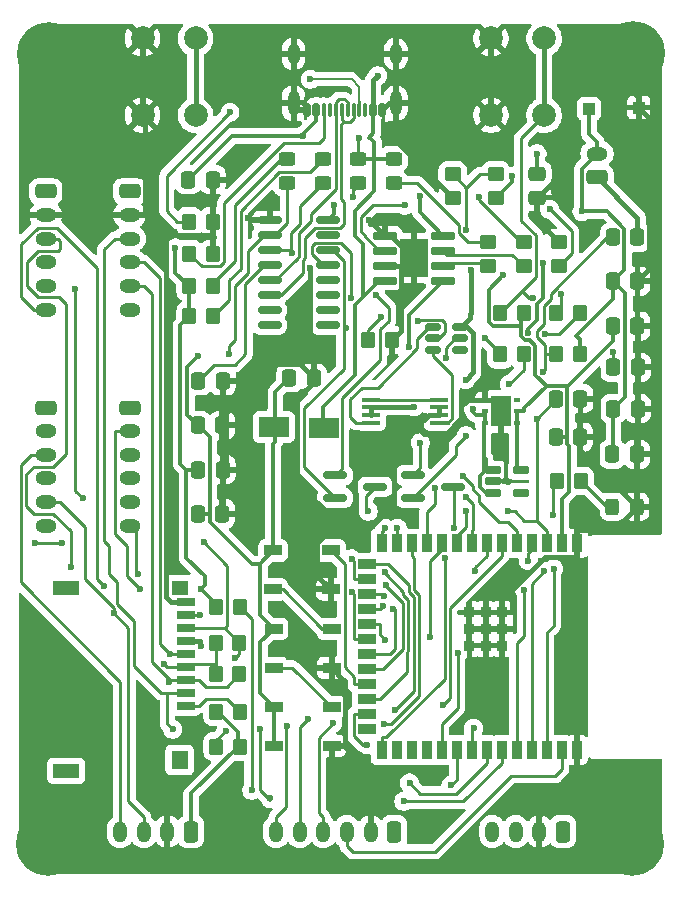
<source format=gbr>
%TF.GenerationSoftware,KiCad,Pcbnew,9.0.6*%
%TF.CreationDate,2026-01-19T20:12:22+07:00*%
%TF.ProjectId,ESP32S3_MOD_DEV,45535033-3253-4335-9f4d-4f445f444556,rev?*%
%TF.SameCoordinates,Original*%
%TF.FileFunction,Copper,L1,Top*%
%TF.FilePolarity,Positive*%
%FSLAX46Y46*%
G04 Gerber Fmt 4.6, Leading zero omitted, Abs format (unit mm)*
G04 Created by KiCad (PCBNEW 9.0.6) date 2026-01-19 20:12:22*
%MOMM*%
%LPD*%
G01*
G04 APERTURE LIST*
G04 Aperture macros list*
%AMRoundRect*
0 Rectangle with rounded corners*
0 $1 Rounding radius*
0 $2 $3 $4 $5 $6 $7 $8 $9 X,Y pos of 4 corners*
0 Add a 4 corners polygon primitive as box body*
4,1,4,$2,$3,$4,$5,$6,$7,$8,$9,$2,$3,0*
0 Add four circle primitives for the rounded corners*
1,1,$1+$1,$2,$3*
1,1,$1+$1,$4,$5*
1,1,$1+$1,$6,$7*
1,1,$1+$1,$8,$9*
0 Add four rect primitives between the rounded corners*
20,1,$1+$1,$2,$3,$4,$5,0*
20,1,$1+$1,$4,$5,$6,$7,0*
20,1,$1+$1,$6,$7,$8,$9,0*
20,1,$1+$1,$8,$9,$2,$3,0*%
G04 Aperture macros list end*
%TA.AperFunction,SMDPad,CuDef*%
%ADD10R,1.400000X1.200000*%
%TD*%
%TA.AperFunction,SMDPad,CuDef*%
%ADD11R,2.200000X1.200000*%
%TD*%
%TA.AperFunction,SMDPad,CuDef*%
%ADD12R,1.400000X1.600000*%
%TD*%
%TA.AperFunction,SMDPad,CuDef*%
%ADD13R,1.600000X0.700000*%
%TD*%
%TA.AperFunction,SMDPad,CuDef*%
%ADD14RoundRect,0.250000X-0.350000X-0.450000X0.350000X-0.450000X0.350000X0.450000X-0.350000X0.450000X0*%
%TD*%
%TA.AperFunction,SMDPad,CuDef*%
%ADD15RoundRect,0.250000X0.450000X-0.350000X0.450000X0.350000X-0.450000X0.350000X-0.450000X-0.350000X0*%
%TD*%
%TA.AperFunction,SMDPad,CuDef*%
%ADD16RoundRect,0.045000X-0.630000X-0.255000X0.630000X-0.255000X0.630000X0.255000X-0.630000X0.255000X0*%
%TD*%
%TA.AperFunction,ComponentPad*%
%ADD17RoundRect,0.250000X-0.650000X0.350000X-0.650000X-0.350000X0.650000X-0.350000X0.650000X0.350000X0*%
%TD*%
%TA.AperFunction,ComponentPad*%
%ADD18O,1.800000X1.200000*%
%TD*%
%TA.AperFunction,ComponentPad*%
%ADD19RoundRect,0.250000X0.350000X0.650000X-0.350000X0.650000X-0.350000X-0.650000X0.350000X-0.650000X0*%
%TD*%
%TA.AperFunction,ComponentPad*%
%ADD20O,1.200000X1.800000*%
%TD*%
%TA.AperFunction,SMDPad,CuDef*%
%ADD21RoundRect,0.150000X-0.512500X-0.150000X0.512500X-0.150000X0.512500X0.150000X-0.512500X0.150000X0*%
%TD*%
%TA.AperFunction,SMDPad,CuDef*%
%ADD22RoundRect,0.150000X0.150000X0.425000X-0.150000X0.425000X-0.150000X-0.425000X0.150000X-0.425000X0*%
%TD*%
%TA.AperFunction,SMDPad,CuDef*%
%ADD23RoundRect,0.075000X0.075000X0.500000X-0.075000X0.500000X-0.075000X-0.500000X0.075000X-0.500000X0*%
%TD*%
%TA.AperFunction,HeatsinkPad*%
%ADD24O,1.000000X2.100000*%
%TD*%
%TA.AperFunction,HeatsinkPad*%
%ADD25O,1.000000X1.800000*%
%TD*%
%TA.AperFunction,SMDPad,CuDef*%
%ADD26RoundRect,0.075000X-0.910000X-0.225000X0.910000X-0.225000X0.910000X0.225000X-0.910000X0.225000X0*%
%TD*%
%TA.AperFunction,SMDPad,CuDef*%
%ADD27R,2.413000X3.302000*%
%TD*%
%TA.AperFunction,SMDPad,CuDef*%
%ADD28RoundRect,0.250000X0.450000X-0.325000X0.450000X0.325000X-0.450000X0.325000X-0.450000X-0.325000X0*%
%TD*%
%TA.AperFunction,ComponentPad*%
%ADD29C,0.800000*%
%TD*%
%TA.AperFunction,ComponentPad*%
%ADD30C,5.400000*%
%TD*%
%TA.AperFunction,SMDPad,CuDef*%
%ADD31RoundRect,0.250000X-0.337500X-0.475000X0.337500X-0.475000X0.337500X0.475000X-0.337500X0.475000X0*%
%TD*%
%TA.AperFunction,SMDPad,CuDef*%
%ADD32RoundRect,0.250000X0.325000X0.450000X-0.325000X0.450000X-0.325000X-0.450000X0.325000X-0.450000X0*%
%TD*%
%TA.AperFunction,ComponentPad*%
%ADD33C,2.000000*%
%TD*%
%TA.AperFunction,SMDPad,CuDef*%
%ADD34RoundRect,0.090000X-0.660000X-0.360000X0.660000X-0.360000X0.660000X0.360000X-0.660000X0.360000X0*%
%TD*%
%TA.AperFunction,SMDPad,CuDef*%
%ADD35RoundRect,0.050000X-0.730000X-0.150000X0.730000X-0.150000X0.730000X0.150000X-0.730000X0.150000X0*%
%TD*%
%TA.AperFunction,SMDPad,CuDef*%
%ADD36R,0.900000X1.500000*%
%TD*%
%TA.AperFunction,SMDPad,CuDef*%
%ADD37R,1.500000X0.900000*%
%TD*%
%TA.AperFunction,SMDPad,CuDef*%
%ADD38R,0.900000X0.900000*%
%TD*%
%TA.AperFunction,SMDPad,CuDef*%
%ADD39RoundRect,0.150000X-0.825000X-0.150000X0.825000X-0.150000X0.825000X0.150000X-0.825000X0.150000X0*%
%TD*%
%TA.AperFunction,SMDPad,CuDef*%
%ADD40RoundRect,0.250000X0.475000X-0.337500X0.475000X0.337500X-0.475000X0.337500X-0.475000X-0.337500X0*%
%TD*%
%TA.AperFunction,SMDPad,CuDef*%
%ADD41R,1.000000X1.000000*%
%TD*%
%TA.AperFunction,SMDPad,CuDef*%
%ADD42R,0.630000X0.450000*%
%TD*%
%TA.AperFunction,SMDPad,CuDef*%
%ADD43R,1.700000X2.600000*%
%TD*%
%TA.AperFunction,SMDPad,CuDef*%
%ADD44RoundRect,0.175000X-0.825000X-0.175000X0.825000X-0.175000X0.825000X0.175000X-0.825000X0.175000X0*%
%TD*%
%TA.AperFunction,ComponentPad*%
%ADD45RoundRect,0.250000X0.650000X-0.350000X0.650000X0.350000X-0.650000X0.350000X-0.650000X-0.350000X0*%
%TD*%
%TA.AperFunction,SMDPad,CuDef*%
%ADD46R,2.500000X1.700000*%
%TD*%
%TA.AperFunction,SMDPad,CuDef*%
%ADD47RoundRect,0.250000X-0.450000X0.350000X-0.450000X-0.350000X0.450000X-0.350000X0.450000X0.350000X0*%
%TD*%
%TA.AperFunction,ViaPad*%
%ADD48C,0.600000*%
%TD*%
%TA.AperFunction,Conductor*%
%ADD49C,0.250000*%
%TD*%
%TA.AperFunction,Conductor*%
%ADD50C,0.260000*%
%TD*%
%TA.AperFunction,Conductor*%
%ADD51C,0.200000*%
%TD*%
%TA.AperFunction,Conductor*%
%ADD52C,0.300000*%
%TD*%
%TA.AperFunction,Conductor*%
%ADD53C,0.400000*%
%TD*%
%TA.AperFunction,Conductor*%
%ADD54C,0.500000*%
%TD*%
G04 APERTURE END LIST*
D10*
%TO.P,J7,SH*%
%TO.N,N/C*%
X93137455Y-87750032D03*
D11*
X83537455Y-87750032D03*
D12*
X93137455Y-102350032D03*
D11*
X83537455Y-103250032D03*
D13*
%TO.P,J7,9,SHIELD*%
%TO.N,GND*%
X93637455Y-88950032D03*
%TO.P,J7,8,DAT1*%
%TO.N,Net-(J7-DAT1)*%
X93637455Y-90050032D03*
%TO.P,J7,7,DAT0*%
%TO.N,IO42_MISO*%
X93637455Y-91150032D03*
%TO.P,J7,6,VSS*%
%TO.N,GND*%
X93637455Y-92250032D03*
%TO.P,J7,5,CLK*%
%TO.N,IO40_CLK*%
X93637455Y-93350032D03*
%TO.P,J7,4,VDD*%
%TO.N,VCC_OUT*%
X93637455Y-94450032D03*
%TO.P,J7,3,CMD*%
%TO.N,IO41_MOSI*%
X93637455Y-95550032D03*
%TO.P,J7,2,DAT3/CD*%
%TO.N,IO39_CS*%
X93637455Y-96650032D03*
%TO.P,J7,1,DAT2*%
%TO.N,Net-(J7-DAT2)*%
X93637455Y-97750032D03*
%TD*%
D14*
%TO.P,R16,1*%
%TO.N,VCC_OUT*%
X96250000Y-98250000D03*
%TO.P,R16,2*%
%TO.N,Net-(J7-DAT2)*%
X98250000Y-98250000D03*
%TD*%
D15*
%TO.P,R1,1*%
%TO.N,Net-(U2-~{STDBY})*%
X119250000Y-60500000D03*
%TO.P,R1,2*%
%TO.N,Net-(D1-K)*%
X119250000Y-58500000D03*
%TD*%
D16*
%TO.P,U6,1,VIN*%
%TO.N,B+*%
X119630000Y-77800000D03*
%TO.P,U6,2,GND*%
%TO.N,GND*%
X119630000Y-78750000D03*
%TO.P,U6,3,EN*%
%TO.N,B+*%
X119630000Y-79700000D03*
%TO.P,U6,4*%
%TO.N,N/C*%
X122000000Y-79700000D03*
%TO.P,U6,5,VOUT*%
%TO.N,VCC_OUT*%
X122000000Y-77800000D03*
%TD*%
D17*
%TO.P,J3,1,Pin_1*%
%TO.N,VCC_OUT*%
X81800000Y-54200000D03*
D18*
%TO.P,J3,2,Pin_2*%
%TO.N,GND*%
X81800000Y-56200000D03*
%TO.P,J3,3,Pin_3*%
%TO.N,IO10_CS*%
X81800000Y-58200000D03*
%TO.P,J3,4,Pin_4*%
%TO.N,IO4_RST*%
X81800000Y-60200000D03*
%TO.P,J3,5,Pin_5*%
%TO.N,IO5_DC*%
X81800000Y-62200000D03*
%TO.P,J3,6,Pin_6*%
%TO.N,IO13_MOSI*%
X81800000Y-64200000D03*
%TD*%
D15*
%TO.P,R19,1*%
%TO.N,B+*%
X119900000Y-54750000D03*
%TO.P,R19,2*%
%TO.N,BAT_ADC*%
X119900000Y-52750000D03*
%TD*%
D19*
%TO.P,J6,1,Pin_1*%
%TO.N,VCC_OUT*%
X125600000Y-108400000D03*
D20*
%TO.P,J6,2,Pin_2*%
%TO.N,GND*%
X123600000Y-108400000D03*
%TO.P,J6,3,Pin_3*%
%TO.N,IO19_TX*%
X121600000Y-108400000D03*
%TO.P,J6,4,Pin_4*%
%TO.N,IO20_RX*%
X119600000Y-108400000D03*
%TD*%
D21*
%TO.P,U3,1,OD*%
%TO.N,Net-(Q3-G1)*%
X114625000Y-65700000D03*
%TO.P,U3,2,CS*%
%TO.N,Net-(U3-CS)*%
X114625000Y-66650000D03*
%TO.P,U3,3,OC*%
%TO.N,Net-(Q3-G2)*%
X114625000Y-67600000D03*
%TO.P,U3,4,TD*%
%TO.N,unconnected-(U3-TD-Pad4)*%
X116900000Y-67600000D03*
%TO.P,U3,5,VCC*%
%TO.N,Net-(U3-VCC)*%
X116900000Y-66650000D03*
%TO.P,U3,6,GND*%
%TO.N,B-*%
X116900000Y-65700000D03*
%TD*%
D17*
%TO.P,J9,1,Pin_1*%
%TO.N,VCC_OUT*%
X88900000Y-54200000D03*
D18*
%TO.P,J9,2,Pin_2*%
%TO.N,GND*%
X88900000Y-56200000D03*
%TO.P,J9,3,Pin_3*%
%TO.N,IO39_CS*%
X88900000Y-58200000D03*
%TO.P,J9,4,Pin_4*%
%TO.N,IO40_CLK*%
X88900000Y-60200000D03*
%TO.P,J9,5,Pin_5*%
%TO.N,IO41_MOSI*%
X88900000Y-62200000D03*
%TO.P,J9,6,Pin_6*%
%TO.N,IO42_MISO*%
X88900000Y-64200000D03*
%TD*%
D22*
%TO.P,J2,A1,GND*%
%TO.N,GND*%
X110310000Y-47325000D03*
%TO.P,J2,A4,VBUS*%
%TO.N,VBUS*%
X109510000Y-47325000D03*
D23*
%TO.P,J2,A5,CC1*%
%TO.N,Net-(J2-CC1)*%
X108360000Y-47325000D03*
%TO.P,J2,A6,D+*%
%TO.N,Net-(U5-UD+)*%
X107360000Y-47325000D03*
%TO.P,J2,A7,D-*%
%TO.N,Net-(U5-UD-)*%
X106860000Y-47325000D03*
%TO.P,J2,A8,SBU1*%
%TO.N,unconnected-(J2-SBU1-PadA8)*%
X105860000Y-47325000D03*
D22*
%TO.P,J2,A9,VBUS*%
%TO.N,VBUS*%
X104710000Y-47325000D03*
%TO.P,J2,A12,GND*%
%TO.N,GND*%
X103910000Y-47325000D03*
%TO.P,J2,B1,GND*%
X103910000Y-47325000D03*
%TO.P,J2,B4,VBUS*%
%TO.N,VBUS*%
X104710000Y-47325000D03*
D23*
%TO.P,J2,B5,CC2*%
%TO.N,Net-(J2-CC2)*%
X105360000Y-47325000D03*
%TO.P,J2,B6,D+*%
%TO.N,Net-(U5-UD+)*%
X106360000Y-47325000D03*
%TO.P,J2,B7,D-*%
%TO.N,Net-(U5-UD-)*%
X107860000Y-47325000D03*
%TO.P,J2,B8,SBU2*%
%TO.N,unconnected-(J2-SBU2-PadB8)*%
X108860000Y-47325000D03*
D22*
%TO.P,J2,B9,VBUS*%
%TO.N,VBUS*%
X109510000Y-47325000D03*
%TO.P,J2,B12,GND*%
%TO.N,GND*%
X110310000Y-47325000D03*
D24*
%TO.P,J2,S1,SHIELD*%
X111430000Y-46750000D03*
D25*
X111430000Y-42570000D03*
D24*
X102790000Y-46750000D03*
D25*
X102790000Y-42570000D03*
%TD*%
D26*
%TO.P,U2,1,TEMP*%
%TO.N,GND*%
X110500000Y-57940000D03*
%TO.P,U2,2,PROG*%
%TO.N,Net-(U2-PROG)*%
X110500000Y-59210000D03*
%TO.P,U2,3,GND*%
%TO.N,GND*%
X110500000Y-60480000D03*
%TO.P,U2,4,VCC*%
%TO.N,VBUS*%
X110500000Y-61750000D03*
%TO.P,U2,5,BAT*%
%TO.N,B+*%
X115450000Y-61750000D03*
%TO.P,U2,6,~{STDBY}*%
%TO.N,Net-(U2-~{STDBY})*%
X115450000Y-60480000D03*
%TO.P,U2,7,~{CHRG}*%
%TO.N,Net-(U2-~{CHRG})*%
X115450000Y-59210000D03*
%TO.P,U2,8,CE*%
%TO.N,VBUS*%
X115450000Y-57940000D03*
D27*
%TO.P,U2,9,EP*%
%TO.N,GND*%
X112975000Y-59845000D03*
%TD*%
D14*
%TO.P,R6,1*%
%TO.N,Net-(J2-CC1)*%
X93962500Y-56750000D03*
%TO.P,R6,2*%
%TO.N,GND*%
X95962500Y-56750000D03*
%TD*%
D28*
%TO.P,D1,1,K*%
%TO.N,Net-(D1-K)*%
X111250000Y-53500000D03*
%TO.P,D1,2,A*%
%TO.N,VBUS*%
X111250000Y-51450000D03*
%TD*%
D29*
%TO.P,H3,1,1*%
%TO.N,GND*%
X79975000Y-109431900D03*
X80568109Y-108000009D03*
X80568109Y-110863791D03*
X82000000Y-107406900D03*
D30*
X82000000Y-109431900D03*
D29*
X82000000Y-111456900D03*
X83431891Y-108000009D03*
X83431891Y-110863791D03*
X84025000Y-109431900D03*
%TD*%
D31*
%TO.P,C9,1*%
%TO.N,MCU_EN*%
X125000000Y-71750000D03*
%TO.P,C9,2*%
%TO.N,GND*%
X127075000Y-71750000D03*
%TD*%
D32*
%TO.P,IO2,1,K*%
%TO.N,GND*%
X131825000Y-80900000D03*
%TO.P,IO2,2,A*%
%TO.N,Net-(D9-A)*%
X129775000Y-80900000D03*
%TD*%
D14*
%TO.P,R10,1*%
%TO.N,Net-(Q1-B)*%
X125000000Y-64500000D03*
%TO.P,R10,2*%
%TO.N,DTR*%
X127000000Y-64500000D03*
%TD*%
D33*
%TO.P,SW1,1*%
%TO.N,GND*%
X119500000Y-47750000D03*
%TO.P,SW1,2*%
%TO.N,MCU_EN*%
X124000000Y-47750000D03*
%TO.P,SW1,3*%
%TO.N,GND*%
X119500000Y-41250000D03*
%TO.P,SW1,4*%
%TO.N,MCU_EN*%
X124000000Y-41250000D03*
%TD*%
D31*
%TO.P,C8,1*%
%TO.N,Net-(U5-V3)*%
X94712500Y-70250000D03*
%TO.P,C8,2*%
%TO.N,GND*%
X96787500Y-70250000D03*
%TD*%
D28*
%TO.P,D4,1,K*%
%TO.N,TX_MCU0*%
X105250000Y-53500000D03*
%TO.P,D4,2,A*%
%TO.N,Net-(D4-A)*%
X105250000Y-51450000D03*
%TD*%
D34*
%TO.P,D8,1,VDD*%
%TO.N,B+*%
X101100000Y-97850000D03*
%TO.P,D8,2,DOUT*%
X101100000Y-101150000D03*
%TO.P,D8,3,VSS*%
%TO.N,GND*%
X106000000Y-101150000D03*
%TO.P,D8,4,DIN*%
%TO.N,Net-(D7-DOUT)*%
X106000000Y-97850000D03*
%TD*%
D31*
%TO.P,C15,1*%
%TO.N,B+*%
X94675000Y-81500000D03*
%TO.P,C15,2*%
%TO.N,GND*%
X96750000Y-81500000D03*
%TD*%
%TO.P,C3,1*%
%TO.N,B+*%
X129825000Y-61800000D03*
%TO.P,C3,2*%
%TO.N,GND*%
X131900000Y-61800000D03*
%TD*%
D17*
%TO.P,J4,1,Pin_1*%
%TO.N,IO12_CLK*%
X81800000Y-72500000D03*
D18*
%TO.P,J4,2,Pin_2*%
%TO.N,IO15_BL*%
X81800000Y-74500000D03*
%TO.P,J4,3,Pin_3*%
%TO.N,SCL*%
X81800000Y-76500000D03*
%TO.P,J4,4,Pin_4*%
%TO.N,CPT_RST16*%
X81800000Y-78500000D03*
%TO.P,J4,5,Pin_5*%
%TO.N,SDA*%
X81800000Y-80500000D03*
%TO.P,J4,6,Pin_6*%
%TO.N,CPT_INT9*%
X81800000Y-82500000D03*
%TD*%
D14*
%TO.P,R4,1*%
%TO.N,Net-(U3-CS)*%
X109100000Y-66800000D03*
%TO.P,R4,2*%
%TO.N,GND*%
X111100000Y-66800000D03*
%TD*%
D35*
%TO.P,Q3,1,D*%
%TO.N,Net-(Q3-D-Pad1)*%
X109320000Y-71825000D03*
%TO.P,Q3,2,S1*%
%TO.N,B-*%
X109320000Y-72475000D03*
%TO.P,Q3,3,S1*%
X109320000Y-73125000D03*
%TO.P,Q3,4,G1*%
%TO.N,Net-(Q3-G1)*%
X109320000Y-73775000D03*
%TO.P,Q3,5,G2*%
%TO.N,Net-(Q3-G2)*%
X115080000Y-73775000D03*
%TO.P,Q3,6,S2*%
%TO.N,GND*%
X115080000Y-73125000D03*
%TO.P,Q3,7,S2*%
X115080000Y-72475000D03*
%TO.P,Q3,8,D*%
%TO.N,Net-(Q3-D-Pad1)*%
X115080000Y-71825000D03*
%TD*%
D31*
%TO.P,C13,1*%
%TO.N,B+*%
X94675000Y-74000000D03*
%TO.P,C13,2*%
%TO.N,GND*%
X96750000Y-74000000D03*
%TD*%
D33*
%TO.P,SW2,1*%
%TO.N,GND*%
X90000000Y-47750000D03*
%TO.P,SW2,2*%
%TO.N,MCU_BOOT*%
X94500000Y-47750000D03*
%TO.P,SW2,3*%
%TO.N,GND*%
X90000000Y-41250000D03*
%TO.P,SW2,4*%
%TO.N,MCU_BOOT*%
X94500000Y-41250000D03*
%TD*%
D31*
%TO.P,C2,1*%
%TO.N,Net-(U3-VCC)*%
X129825000Y-58100000D03*
%TO.P,C2,2*%
%TO.N,B-*%
X131900000Y-58100000D03*
%TD*%
D15*
%TO.P,R2,1*%
%TO.N,Net-(U2-~{CHRG})*%
X122250000Y-60500000D03*
%TO.P,R2,2*%
%TO.N,Net-(D5-K)*%
X122250000Y-58500000D03*
%TD*%
D14*
%TO.P,R7,1*%
%TO.N,Net-(J2-CC2)*%
X93962500Y-59500000D03*
%TO.P,R7,2*%
%TO.N,GND*%
X95962500Y-59500000D03*
%TD*%
D31*
%TO.P,C12,1*%
%TO.N,B+*%
X129775000Y-76450000D03*
%TO.P,C12,2*%
%TO.N,GND*%
X131850000Y-76450000D03*
%TD*%
%TO.P,C1,1*%
%TO.N,VBUS*%
X93862500Y-53200000D03*
%TO.P,C1,2*%
%TO.N,GND*%
X95937500Y-53200000D03*
%TD*%
%TO.P,C10,1*%
%TO.N,MCU_BOOT*%
X129862500Y-69100000D03*
%TO.P,C10,2*%
%TO.N,GND*%
X131937500Y-69100000D03*
%TD*%
D28*
%TO.P,D3,1,K*%
%TO.N,RX_MCU0*%
X102250000Y-53525000D03*
%TO.P,D3,2,A*%
%TO.N,Net-(D3-A)*%
X102250000Y-51475000D03*
%TD*%
D36*
%TO.P,U1,1,GND*%
%TO.N,GND*%
X126760000Y-84000000D03*
%TO.P,U1,2,3V3*%
%TO.N,VCC_OUT*%
X125490000Y-84000000D03*
%TO.P,U1,3,EN*%
%TO.N,MCU_EN*%
X124220000Y-84000000D03*
%TO.P,U1,4,GPIO4/TOUCH4/ADC1_CH3*%
%TO.N,IO4_RST*%
X122950000Y-84000000D03*
%TO.P,U1,5,GPIO5/TOUCH5/ADC1_CH4*%
%TO.N,IO5_DC*%
X121680000Y-84000000D03*
%TO.P,U1,6,GPIO6/TOUCH6/ADC1_CH5*%
%TO.N,IO6*%
X120410000Y-84000000D03*
%TO.P,U1,7,GPIO7/TOUCH7/ADC1_CH6*%
%TO.N,BAT_ADC*%
X119140000Y-84000000D03*
%TO.P,U1,8,GPIO15/U0RTS/ADC2_CH4/XTAL_32K_P*%
%TO.N,IO15_BL*%
X117870000Y-84000000D03*
%TO.P,U1,9,GPIO16/U0CTS/ADC2_CH5/XTAL_32K_N*%
%TO.N,CPT_RST16*%
X116600000Y-84000000D03*
%TO.P,U1,10,GPIO17/U1TXD/ADC2_CH6*%
%TO.N,SDA*%
X115330000Y-84000000D03*
%TO.P,U1,11,GPIO18/U1RXD/ADC2_CH7/CLK_OUT3*%
%TO.N,SCL*%
X114060000Y-84000000D03*
%TO.P,U1,12,GPIO8/TOUCH8/ADC1_CH7/SUBSPICS1*%
%TO.N,IO8*%
X112790000Y-84000000D03*
%TO.P,U1,13,GPIO19/U1RTS/ADC2_CH8/CLK_OUT2/USB_D-*%
%TO.N,IO19_TX*%
X111520000Y-84000000D03*
%TO.P,U1,14,GPIO20/U1CTS/ADC2_CH9/CLK_OUT1/USB_D+*%
%TO.N,IO20_RX*%
X110250000Y-84000000D03*
D37*
%TO.P,U1,15,GPIO3/TOUCH3/ADC1_CH2*%
%TO.N,I03*%
X109000000Y-85765000D03*
%TO.P,U1,16,GPIO46*%
%TO.N,unconnected-(U1-GPIO46-Pad16)*%
X109000000Y-87035000D03*
%TO.P,U1,17,GPIO9/TOUCH9/ADC1_CH8/FSPIHD/SUBSPIHD*%
%TO.N,CPT_INT9*%
X109000000Y-88305000D03*
%TO.P,U1,18,GPIO10/TOUCH10/ADC1_CH9/FSPICS0/FSPIIO4/SUBSPICS0*%
%TO.N,IO10_CS*%
X109000000Y-89575000D03*
%TO.P,U1,19,GPIO11/TOUCH11/ADC2_CH0/FSPID/FSPIIO5/SUBSPID*%
%TO.N,IO11_MOSI*%
X109000000Y-90845000D03*
%TO.P,U1,20,GPIO12/TOUCH12/ADC2_CH1/FSPICLK/FSPIIO6/SUBSPICLK*%
%TO.N,IO12_CLK*%
X109000000Y-92115000D03*
%TO.P,U1,21,GPIO13/TOUCH13/ADC2_CH2/FSPIQ/FSPIIO7/SUBSPIQ*%
%TO.N,IO13_MOSI*%
X109000000Y-93385000D03*
%TO.P,U1,22,GPIO14/TOUCH14/ADC2_CH3/FSPIWP/FSPIDQS/SUBSPIWP*%
%TO.N,IO14*%
X109000000Y-94655000D03*
%TO.P,U1,23,GPIO21*%
%TO.N,IO21*%
X109000000Y-95925000D03*
%TO.P,U1,24,GPIO47/SPICLK_P/SUBSPICLK_P_DIFF*%
%TO.N,IO47*%
X109000000Y-97195000D03*
%TO.P,U1,25,GPIO48/SPICLK_N/SUBSPICLK_N_DIFF*%
%TO.N,IO48*%
X109000000Y-98465000D03*
%TO.P,U1,26,GPIO45*%
%TO.N,unconnected-(U1-GPIO45-Pad26)*%
X109000000Y-99735000D03*
D36*
%TO.P,U1,27,GPIO0/BOOT*%
%TO.N,MCU_BOOT*%
X110250000Y-101500000D03*
%TO.P,U1,28,SPIIO6/GPIO35/FSPID/SUBSPID*%
%TO.N,unconnected-(U1-SPIIO6{slash}GPIO35{slash}FSPID{slash}SUBSPID-Pad28)*%
X111520000Y-101500000D03*
%TO.P,U1,29,SPIIO7/GPIO36/FSPICLK/SUBSPICLK*%
%TO.N,unconnected-(U1-SPIIO7{slash}GPIO36{slash}FSPICLK{slash}SUBSPICLK-Pad29)*%
X112790000Y-101500000D03*
%TO.P,U1,30,SPIDQS/GPIO37/FSPIQ/SUBSPIQ*%
%TO.N,unconnected-(U1-SPIDQS{slash}GPIO37{slash}FSPIQ{slash}SUBSPIQ-Pad30)*%
X114060000Y-101500000D03*
%TO.P,U1,31,GPIO38/FSPIWP/SUBSPIWP*%
%TO.N,IO38*%
X115330000Y-101500000D03*
%TO.P,U1,32,MTCK/GPIO39/CLK_OUT3/SUBSPICS1*%
%TO.N,IO39_CS*%
X116600000Y-101500000D03*
%TO.P,U1,33,MTDO/GPIO40/CLK_OUT2*%
%TO.N,IO40_CLK*%
X117870000Y-101500000D03*
%TO.P,U1,34,MTDI/GPIO41/CLK_OUT1*%
%TO.N,IO41_MOSI*%
X119140000Y-101500000D03*
%TO.P,U1,35,MTMS/GPIO42*%
%TO.N,IO42_MISO*%
X120410000Y-101500000D03*
%TO.P,U1,36,U0RXD/GPIO44/CLK_OUT2*%
%TO.N,RX_MCU0*%
X121680000Y-101500000D03*
%TO.P,U1,37,U0TXD/GPIO43/CLK_OUT1*%
%TO.N,TX_MCU0*%
X122950000Y-101500000D03*
%TO.P,U1,38,GPIO2/TOUCH2/ADC1_CH1*%
%TO.N,IO2*%
X124220000Y-101500000D03*
%TO.P,U1,39,GPIO1/TOUCH1/ADC1_CH0*%
%TO.N,IO1*%
X125490000Y-101500000D03*
%TO.P,U1,40,GND*%
%TO.N,GND*%
X126760000Y-101500000D03*
D38*
%TO.P,U1,41,GND*%
X120440000Y-89850000D03*
X119040000Y-89850000D03*
X117640000Y-89850000D03*
X117640000Y-89850000D03*
X120440000Y-91250000D03*
X120440000Y-91250000D03*
X119040000Y-91250000D03*
X117640000Y-91250000D03*
X120440000Y-92650000D03*
X119040000Y-92650000D03*
X117640000Y-92650000D03*
%TD*%
D39*
%TO.P,U5,1,GND*%
%TO.N,GND*%
X100750000Y-56630000D03*
%TO.P,U5,2,TXD*%
%TO.N,RX_MCU0*%
X100750000Y-57900000D03*
%TO.P,U5,3,RXD*%
%TO.N,TX_MCU0*%
X100750000Y-59170000D03*
%TO.P,U5,4,V3*%
%TO.N,Net-(U5-V3)*%
X100750000Y-60440000D03*
%TO.P,U5,5,UD+*%
%TO.N,Net-(U5-UD+)*%
X100750000Y-61710000D03*
%TO.P,U5,6,UD-*%
%TO.N,Net-(U5-UD-)*%
X100750000Y-62980000D03*
%TO.P,U5,7,NC*%
%TO.N,unconnected-(U5-NC-Pad7)*%
X100750000Y-64250000D03*
%TO.P,U5,8,NC*%
%TO.N,unconnected-(U5-NC-Pad8)*%
X100750000Y-65520000D03*
%TO.P,U5,9,~{CTS}*%
%TO.N,unconnected-(U5-~{CTS}-Pad9)*%
X105700000Y-65520000D03*
%TO.P,U5,10,~{DSR}*%
%TO.N,unconnected-(U5-~{DSR}-Pad10)*%
X105700000Y-64250000D03*
%TO.P,U5,11,~{RI}*%
%TO.N,unconnected-(U5-~{RI}-Pad11)*%
X105700000Y-62980000D03*
%TO.P,U5,12,~{DCD}*%
%TO.N,unconnected-(U5-~{DCD}-Pad12)*%
X105700000Y-61710000D03*
%TO.P,U5,13,~{DTR}*%
%TO.N,DTR*%
X105700000Y-60440000D03*
%TO.P,U5,14,~{RTS}*%
%TO.N,RTS*%
X105700000Y-59170000D03*
%TO.P,U5,15,R232*%
%TO.N,RS232*%
X105700000Y-57900000D03*
%TO.P,U5,16,VCC*%
%TO.N,VCC_OUT*%
X105700000Y-56630000D03*
%TD*%
D40*
%TO.P,C5,1*%
%TO.N,GND*%
X123400000Y-54787500D03*
%TO.P,C5,2*%
%TO.N,VBUS*%
X123400000Y-52712500D03*
%TD*%
D31*
%TO.P,C7,1*%
%TO.N,VCC_OUT*%
X124962500Y-75000000D03*
%TO.P,C7,2*%
%TO.N,GND*%
X127037500Y-75000000D03*
%TD*%
D41*
%TO.P,G,1,1*%
%TO.N,GND*%
X132000000Y-47100000D03*
%TD*%
D42*
%TO.P,U4,1,GND*%
%TO.N,GND*%
X118985000Y-71884000D03*
%TO.P,U4,2,EN*%
%TO.N,B+*%
X118985000Y-72834000D03*
%TO.P,U4,3,Vin*%
X118985000Y-73784000D03*
%TO.P,U4,4,Vout*%
%TO.N,VCC_OUT*%
X121665000Y-73784000D03*
%TO.P,U4,5,Vsense*%
X121665000Y-72834000D03*
%TO.P,U4,6,NC*%
%TO.N,unconnected-(U4-NC-Pad6)*%
X121665000Y-71884000D03*
D43*
%TO.P,U4,7,GND*%
%TO.N,GND*%
X120325000Y-72834000D03*
%TD*%
D44*
%TO.P,Q2,1,B*%
%TO.N,Net-(Q2-B)*%
X112900000Y-78250000D03*
%TO.P,Q2,2,E*%
%TO.N,DTR*%
X112900000Y-80150000D03*
%TO.P,Q2,3,C*%
%TO.N,MCU_BOOT*%
X116300000Y-79200000D03*
%TD*%
D14*
%TO.P,R11,1*%
%TO.N,RTS*%
X120250000Y-68000000D03*
%TO.P,R11,2*%
%TO.N,Net-(Q2-B)*%
X122250000Y-68000000D03*
%TD*%
%TO.P,R5,1*%
%TO.N,Net-(U3-VCC)*%
X125000000Y-68000000D03*
%TO.P,R5,2*%
%TO.N,B+*%
X127000000Y-68000000D03*
%TD*%
%TO.P,R13,1*%
%TO.N,VCC_OUT*%
X96250000Y-89400000D03*
%TO.P,R13,2*%
%TO.N,IO39_CS*%
X98250000Y-89400000D03*
%TD*%
D31*
%TO.P,C11,1*%
%TO.N,B+*%
X129862500Y-72600000D03*
%TO.P,C11,2*%
%TO.N,GND*%
X131937500Y-72600000D03*
%TD*%
D14*
%TO.P,R20,1*%
%TO.N,IO2*%
X125100000Y-78700000D03*
%TO.P,R20,2*%
%TO.N,Net-(D9-A)*%
X127100000Y-78700000D03*
%TD*%
D28*
%TO.P,D5,1,K*%
%TO.N,Net-(D5-K)*%
X108250000Y-53500000D03*
%TO.P,D5,2,A*%
%TO.N,VBUS*%
X108250000Y-51450000D03*
%TD*%
D31*
%TO.P,C14,1*%
%TO.N,VCC_OUT*%
X94712500Y-77750000D03*
%TO.P,C14,2*%
%TO.N,GND*%
X96787500Y-77750000D03*
%TD*%
D19*
%TO.P,J8,1,Pin_1*%
%TO.N,VCC_OUT*%
X111300000Y-108400000D03*
D20*
%TO.P,J8,2,Pin_2*%
%TO.N,GND*%
X109300000Y-108400000D03*
%TO.P,J8,3,Pin_3*%
%TO.N,IO1*%
X107300000Y-108400000D03*
%TO.P,J8,4,Pin_4*%
%TO.N,I03*%
X105300000Y-108400000D03*
%TO.P,J8,5,Pin_5*%
%TO.N,IO6*%
X103300000Y-108400000D03*
%TO.P,J8,6,Pin_6*%
%TO.N,IO8*%
X101300000Y-108400000D03*
%TD*%
D14*
%TO.P,R15,1*%
%TO.N,VCC_OUT*%
X96200000Y-92400000D03*
%TO.P,R15,2*%
%TO.N,IO42_MISO*%
X98200000Y-92400000D03*
%TD*%
D34*
%TO.P,D7,1,VDD*%
%TO.N,B+*%
X101100000Y-91230000D03*
%TO.P,D7,2,DOUT*%
%TO.N,Net-(D7-DOUT)*%
X101100000Y-94530000D03*
%TO.P,D7,3,VSS*%
%TO.N,GND*%
X106000000Y-94530000D03*
%TO.P,D7,4,DIN*%
%TO.N,Net-(D2-DOUT)*%
X106000000Y-91230000D03*
%TD*%
D45*
%TO.P,J1,1,Pin_1*%
%TO.N,B-*%
X128475000Y-53000000D03*
D18*
%TO.P,J1,2,Pin_2*%
%TO.N,B+*%
X128475000Y-51000000D03*
%TD*%
D31*
%TO.P,C6,1*%
%TO.N,B+*%
X102425000Y-70000000D03*
%TO.P,C6,2*%
%TO.N,GND*%
X104500000Y-70000000D03*
%TD*%
D46*
%TO.P,VBUS,A*%
%TO.N,VBUS*%
X105350000Y-74200000D03*
%TO.P,VBUS,K*%
%TO.N,B+*%
X101100000Y-74150000D03*
%TD*%
D29*
%TO.P,H2,1,1*%
%TO.N,GND*%
X80043100Y-42568100D03*
X80636209Y-41136209D03*
X80636209Y-43999991D03*
X82068100Y-40543100D03*
D30*
X82068100Y-42568100D03*
D29*
X82068100Y-44593100D03*
X83499991Y-41136209D03*
X83499991Y-43999991D03*
X84093100Y-42568100D03*
%TD*%
D31*
%TO.P,C4,1*%
%TO.N,VCC_OUT*%
X129825000Y-65600000D03*
%TO.P,C4,2*%
%TO.N,GND*%
X131900000Y-65600000D03*
%TD*%
D34*
%TO.P,D2,1,VDD*%
%TO.N,B+*%
X101050000Y-84600000D03*
%TO.P,D2,2,DOUT*%
%TO.N,Net-(D2-DOUT)*%
X101050000Y-87900000D03*
%TO.P,D2,3,VSS*%
%TO.N,GND*%
X105950000Y-87900000D03*
%TO.P,D2,4,DIN*%
%TO.N,IO21*%
X105950000Y-84600000D03*
%TD*%
D44*
%TO.P,Q1,1,B*%
%TO.N,Net-(Q1-B)*%
X106300000Y-78250000D03*
%TO.P,Q1,2,E*%
%TO.N,RTS*%
X106300000Y-80150000D03*
%TO.P,Q1,3,C*%
%TO.N,MCU_EN*%
X109700000Y-79200000D03*
%TD*%
D29*
%TO.P,H1,1,1*%
%TO.N,GND*%
X129475000Y-42500000D03*
X130068109Y-41068109D03*
X130068109Y-43931891D03*
X131500000Y-40475000D03*
D30*
X131500000Y-42500000D03*
D29*
X131500000Y-44525000D03*
X132931891Y-41068109D03*
X132931891Y-43931891D03*
X133525000Y-42500000D03*
%TD*%
D19*
%TO.P,J5,1,Pin_1*%
%TO.N,VCC_OUT*%
X94100000Y-108400000D03*
D20*
%TO.P,J5,2,Pin_2*%
%TO.N,GND*%
X92100000Y-108400000D03*
%TO.P,J5,3,Pin_3*%
%TO.N,SDA*%
X90100000Y-108400000D03*
%TO.P,J5,4,Pin_4*%
%TO.N,SCL*%
X88100000Y-108400000D03*
%TD*%
D14*
%TO.P,R8,1*%
%TO.N,VCC_OUT*%
X93962500Y-62250000D03*
%TO.P,R8,2*%
%TO.N,Net-(D3-A)*%
X95962500Y-62250000D03*
%TD*%
D17*
%TO.P,J10,1,Pin_1*%
%TO.N,IO14*%
X88900000Y-72500000D03*
D18*
%TO.P,J10,2,Pin_2*%
%TO.N,IO11_MOSI*%
X88900000Y-74500000D03*
%TO.P,J10,3,Pin_3*%
%TO.N,IO38*%
X88900000Y-76500000D03*
%TO.P,J10,4,Pin_4*%
%TO.N,IO45*%
X88900000Y-78500000D03*
%TO.P,J10,5,Pin_5*%
%TO.N,IO47*%
X88900000Y-80500000D03*
%TO.P,J10,6,Pin_6*%
%TO.N,IO48*%
X88900000Y-82500000D03*
%TD*%
D15*
%TO.P,R3,1*%
%TO.N,Net-(U2-PROG)*%
X125250000Y-60500000D03*
%TO.P,R3,2*%
%TO.N,GND*%
X125250000Y-58500000D03*
%TD*%
D14*
%TO.P,R9,1*%
%TO.N,VCC_OUT*%
X93962500Y-64750000D03*
%TO.P,R9,2*%
%TO.N,Net-(D4-A)*%
X95962500Y-64750000D03*
%TD*%
%TO.P,R17,1*%
%TO.N,Net-(J7-DAT1)*%
X96250000Y-101200000D03*
%TO.P,R17,2*%
%TO.N,VCC_OUT*%
X98250000Y-101200000D03*
%TD*%
D41*
%TO.P,B+,1,1*%
%TO.N,B+*%
X127800000Y-47200000D03*
%TD*%
D29*
%TO.P,H4,1,1*%
%TO.N,GND*%
X129406900Y-109431900D03*
X130000009Y-108000009D03*
X130000009Y-110863791D03*
X131431900Y-107406900D03*
D30*
X131431900Y-109431900D03*
D29*
X131431900Y-111456900D03*
X132863791Y-108000009D03*
X132863791Y-110863791D03*
X133456900Y-109431900D03*
%TD*%
D47*
%TO.P,R18,1*%
%TO.N,BAT_ADC*%
X116250000Y-52750000D03*
%TO.P,R18,2*%
%TO.N,GND*%
X116250000Y-54750000D03*
%TD*%
D14*
%TO.P,R12,1*%
%TO.N,MCU_EN*%
X120250000Y-64500000D03*
%TO.P,R12,2*%
%TO.N,VCC_OUT*%
X122250000Y-64500000D03*
%TD*%
%TO.P,R14,1*%
%TO.N,VCC_OUT*%
X96200000Y-95100000D03*
%TO.P,R14,2*%
%TO.N,IO41_MOSI*%
X98200000Y-95100000D03*
%TD*%
D48*
%TO.N,IO12_CLK*%
X83200000Y-84000000D03*
X80900000Y-84000000D03*
%TO.N,IO42_MISO*%
X112100000Y-105838000D03*
X100800000Y-105600000D03*
%TO.N,IO14*%
X110604000Y-87516900D03*
%TO.N,VCC_OUT*%
X92784900Y-58988300D03*
X106241000Y-55392300D03*
X120482000Y-61318800D03*
X94955100Y-87846800D03*
X91817300Y-94178600D03*
%TO.N,GND*%
X107094000Y-95624200D03*
X94941200Y-92649800D03*
X98920800Y-56436900D03*
X104201000Y-60671700D03*
X109140000Y-56644500D03*
%TO.N,IO38*%
X116678000Y-93309500D03*
%TO.N,IO48*%
X109008000Y-101033000D03*
X89596900Y-86557900D03*
%TO.N,IO45*%
X107721000Y-85317500D03*
%TO.N,IO11_MOSI*%
X89785000Y-87895700D03*
X110534000Y-92165800D03*
%TO.N,IO6*%
X115432000Y-97658600D03*
X103974000Y-98849700D03*
%TO.N,BAT_ADC*%
X118184000Y-86352400D03*
X117404000Y-57437200D03*
%TO.N,IO8*%
X110403000Y-99269800D03*
X102242000Y-99458500D03*
%TO.N,I03*%
X106121000Y-99235000D03*
X111379000Y-98071700D03*
%TO.N,IO2*%
X124758000Y-81603400D03*
X124797000Y-86149700D03*
%TO.N,IO47*%
X110502000Y-86394800D03*
%TO.N,Net-(J7-DAT1)*%
X97060500Y-99844200D03*
X94900000Y-90050000D03*
%TO.N,IO20_RX*%
X110556000Y-82731300D03*
%TO.N,IO19_TX*%
X111572000Y-82718300D03*
%TO.N,Net-(U2-PROG)*%
X124468000Y-55717600D03*
X112210000Y-55366100D03*
%TO.N,Net-(U3-CS)*%
X110208000Y-64806500D03*
X113348000Y-65175800D03*
%TO.N,Net-(Q2-B)*%
X113520000Y-75475000D03*
X121027000Y-70511500D03*
%TO.N,DTR*%
X107644000Y-63196900D03*
X117400000Y-74881000D03*
X124034000Y-66248300D03*
%TO.N,RTS*%
X107208000Y-65794900D03*
X118966000Y-66619500D03*
%TO.N,Net-(Q1-B)*%
X109748000Y-62951300D03*
X125448000Y-62895700D03*
%TO.N,Net-(J2-CC1)*%
X104200000Y-44700000D03*
X97400000Y-47500000D03*
%TO.N,Net-(D5-K)*%
X118445000Y-54640500D03*
X107800000Y-54700000D03*
%TO.N,TX_MCU0*%
X102631000Y-59413900D03*
X123993000Y-86360100D03*
%TO.N,RX_MCU0*%
X122307000Y-87920800D03*
X97300000Y-68000000D03*
%TO.N,MCU_BOOT*%
X116395000Y-82730100D03*
X129869000Y-67837900D03*
X115563000Y-85253100D03*
%TO.N,MCU_EN*%
X123017000Y-63251300D03*
X109113000Y-81287100D03*
X120900000Y-81300000D03*
X123371000Y-73441700D03*
%TO.N,IO40_CLK*%
X118017000Y-99651400D03*
X92314000Y-93350000D03*
%TO.N,SCL*%
X114726000Y-79285100D03*
%TO.N,SDA*%
X87541100Y-89902200D03*
X114330000Y-91922700D03*
%TO.N,IO39_CS*%
X99232100Y-104900000D03*
X116100000Y-104500000D03*
X92550000Y-99750000D03*
%TO.N,CPT_RST16*%
X117378000Y-81288700D03*
%TO.N,CPT_INT9*%
X110447000Y-88489200D03*
%TO.N,IO15_BL*%
X117379000Y-80071800D03*
%TO.N,IO13_MOSI*%
X86747700Y-87619600D03*
X111235000Y-89534900D03*
%TO.N,IO41_MOSI*%
X112598600Y-104282900D03*
X92219600Y-95778500D03*
%TO.N,IO12_CLK*%
X107738000Y-88100000D03*
%TO.N,IO5_DC*%
X117111000Y-78285000D03*
%TO.N,IO4_RST*%
X122653000Y-85477200D03*
%TO.N,B+*%
X121259000Y-52904000D03*
X118006000Y-72600000D03*
X112516000Y-67333400D03*
X122652000Y-66171800D03*
X94725800Y-68137600D03*
X127199000Y-55900000D03*
X123938000Y-60260500D03*
%TO.N,Net-(U3-VCC)*%
X115665000Y-68318300D03*
X123913000Y-69462700D03*
%TO.N,IO10_CS*%
X83903400Y-85979000D03*
X110350000Y-89345100D03*
%TO.N,IO42_MISO*%
X95219700Y-83922700D03*
X84953500Y-80193900D03*
X84295400Y-62486100D03*
X97858800Y-93689500D03*
X99979000Y-99694200D03*
%TO.N,B-*%
X117355000Y-70144000D03*
X117782000Y-60846600D03*
X112999000Y-72448400D03*
%TO.N,VBUS*%
X108300000Y-49652800D03*
X123400000Y-51000000D03*
X103550000Y-49475000D03*
X109900000Y-44400000D03*
X113459000Y-54627700D03*
%TD*%
D49*
%TO.N,Net-(J7-DAT1)*%
X94900000Y-90050000D02*
X93637400Y-90050000D01*
%TO.N,Net-(D2-DOUT)*%
X105230000Y-91230000D02*
X101900000Y-87900000D01*
X106000000Y-91230000D02*
X105230000Y-91230000D01*
X101900000Y-87900000D02*
X101050000Y-87900000D01*
%TO.N,IO48*%
X89400000Y-82500000D02*
X88900000Y-82500000D01*
X89596900Y-86557900D02*
X89400000Y-86361000D01*
X89400000Y-86361000D02*
X89400000Y-82500000D01*
D50*
%TO.N,IO12_CLK*%
X80900000Y-84000000D02*
X83200000Y-84000000D01*
D49*
%TO.N,IO10_CS*%
X83903400Y-82981100D02*
X83903400Y-85979000D01*
X82422300Y-81500000D02*
X83903400Y-82981100D01*
X80800000Y-81500000D02*
X82422300Y-81500000D01*
X80151000Y-80851000D02*
X80800000Y-81500000D01*
X80151000Y-78149000D02*
X80151000Y-80851000D01*
X80800000Y-77500000D02*
X80151000Y-78149000D01*
X82430900Y-77500000D02*
X80800000Y-77500000D01*
X83500000Y-76430900D02*
X82430900Y-77500000D01*
X83500000Y-63700000D02*
X83500000Y-76430900D01*
X82926700Y-63126700D02*
X83500000Y-63700000D01*
X81116100Y-63126700D02*
X82926700Y-63126700D01*
X80200000Y-62210600D02*
X81116100Y-63126700D01*
X83026700Y-59073300D02*
X82826700Y-59273300D01*
X81116100Y-59273300D02*
X80200000Y-60189400D01*
X83026700Y-58426700D02*
X83026700Y-59073300D01*
X82826700Y-59273300D02*
X81116100Y-59273300D01*
X81800000Y-58200000D02*
X82800000Y-58200000D01*
X80200000Y-60189400D02*
X80200000Y-62210600D01*
X82800000Y-58200000D02*
X83026700Y-58426700D01*
%TO.N,SDA*%
X87541100Y-89486300D02*
X87541100Y-89902200D01*
X85100000Y-87045200D02*
X87541100Y-89486300D01*
X85100000Y-82573300D02*
X85100000Y-87045200D01*
X83026700Y-80500000D02*
X85100000Y-82573300D01*
X81800000Y-80500000D02*
X83026700Y-80500000D01*
%TO.N,SCL*%
X80573300Y-76500000D02*
X81800000Y-76500000D01*
X79700000Y-87300000D02*
X79700000Y-77373300D01*
X88100000Y-95700000D02*
X79700000Y-87300000D01*
X88100000Y-108400000D02*
X88100000Y-95700000D01*
X79700000Y-77373300D02*
X80573300Y-76500000D01*
D50*
%TO.N,VCC_OUT*%
X93887400Y-94200000D02*
X93637400Y-94450000D01*
X96200000Y-94200000D02*
X93887400Y-94200000D01*
X93637400Y-94450000D02*
X92088700Y-94450000D01*
X92088700Y-94450000D02*
X91817300Y-94178600D01*
X96200000Y-93900000D02*
X96200000Y-94200000D01*
%TO.N,IO42_MISO*%
X111964800Y-105838000D02*
X112100000Y-105838000D01*
D51*
X100800000Y-105700000D02*
X100800000Y-105600000D01*
D50*
X99979000Y-99694200D02*
X99979000Y-104879000D01*
X99979000Y-104879000D02*
X100800000Y-105700000D01*
D49*
%TO.N,Net-(Q3-D-Pad1)*%
X109323000Y-71821700D02*
X109320000Y-71825000D01*
X115077000Y-71821700D02*
X109323000Y-71821700D01*
X115080000Y-71825000D02*
X115077000Y-71821700D01*
%TO.N,Net-(Q3-G2)*%
X115843000Y-73775000D02*
X115080000Y-73775000D01*
X116201000Y-73417000D02*
X115843000Y-73775000D01*
X116201000Y-69740800D02*
X116201000Y-73417000D01*
X114625000Y-68164700D02*
X116201000Y-69740800D01*
X114625000Y-67600000D02*
X114625000Y-68164700D01*
%TO.N,Net-(Q3-G1)*%
X114236000Y-65700000D02*
X114625000Y-65700000D01*
X113262000Y-66673100D02*
X114236000Y-65700000D01*
X113262000Y-67473800D02*
X113262000Y-66673100D01*
X109909000Y-70827000D02*
X113262000Y-67473800D01*
X108573000Y-70827000D02*
X109909000Y-70827000D01*
X107600000Y-71800000D02*
X108573000Y-70827000D01*
X107600000Y-73300000D02*
X107600000Y-71800000D01*
X108075000Y-73775000D02*
X107600000Y-73300000D01*
X109320000Y-73775000D02*
X108075000Y-73775000D01*
%TO.N,IO14*%
X110326000Y-94655000D02*
X109000000Y-94655000D01*
X112017000Y-92963900D02*
X110326000Y-94655000D01*
X112017000Y-89013100D02*
X112017000Y-92963900D01*
X110604000Y-87600100D02*
X112017000Y-89013100D01*
X110604000Y-87516900D02*
X110604000Y-87600100D01*
%TO.N,Net-(D9-A)*%
X129300000Y-80900000D02*
X127100000Y-78700000D01*
X129775000Y-80900000D02*
X129300000Y-80900000D01*
D52*
%TO.N,VCC_OUT*%
X125944000Y-75000000D02*
X125944000Y-70745700D01*
X98074100Y-101200000D02*
X98250000Y-101200000D01*
X93208800Y-77248300D02*
X93710500Y-77750000D01*
X93208800Y-65503700D02*
X93208800Y-77248300D01*
X93962500Y-64750000D02*
X93208800Y-65503700D01*
X93962500Y-64750000D02*
X93962500Y-62250000D01*
X122332000Y-72834000D02*
X121665000Y-72834000D01*
X122332000Y-72538400D02*
X122332000Y-72834000D01*
X124200000Y-70670600D02*
X122332000Y-72538400D01*
X125868000Y-70670600D02*
X124200000Y-70670600D01*
X125944000Y-70745700D02*
X125868000Y-70670600D01*
X125944000Y-75570800D02*
X125944000Y-75000000D01*
X126100000Y-75727200D02*
X125944000Y-75570800D01*
X126100000Y-79611000D02*
X126100000Y-75727200D01*
X125490000Y-80221000D02*
X126100000Y-79611000D01*
X125490000Y-84000000D02*
X125490000Y-80221000D01*
X125944000Y-75000000D02*
X124962000Y-75000000D01*
X93710500Y-77750000D02*
X94712500Y-77750000D01*
X119287000Y-62512900D02*
X120482000Y-61318800D01*
X119287000Y-65219400D02*
X119287000Y-62512900D01*
X119642000Y-65574200D02*
X119287000Y-65219400D01*
X122001000Y-65574200D02*
X119642000Y-65574200D01*
X92784900Y-61072400D02*
X93962500Y-62250000D01*
X92784900Y-58988300D02*
X92784900Y-61072400D01*
X122001000Y-64749200D02*
X122001000Y-65574200D01*
X122250000Y-64500000D02*
X122001000Y-64749200D01*
X96387900Y-98250000D02*
X96250000Y-98250000D01*
X98074100Y-99936200D02*
X96387900Y-98250000D01*
X98074100Y-101200000D02*
X98074100Y-99936200D01*
X123261000Y-69732500D02*
X124200000Y-70670600D01*
X123261000Y-67300600D02*
X123261000Y-69732500D01*
X122784000Y-66823500D02*
X123261000Y-67300600D01*
X122383000Y-66823500D02*
X122784000Y-66823500D01*
X122001000Y-66441600D02*
X122383000Y-66823500D01*
X122001000Y-65574200D02*
X122001000Y-66441600D01*
X121665000Y-73784000D02*
X121665000Y-72834000D01*
X96250000Y-89141700D02*
X96250000Y-89400000D01*
X94955100Y-87846800D02*
X96250000Y-89141700D01*
X129825000Y-66864300D02*
X129825000Y-65600000D01*
X125944000Y-70745700D02*
X129825000Y-66864300D01*
X95300000Y-87501900D02*
X94955100Y-87846800D01*
X95300000Y-86800000D02*
X95300000Y-87501900D01*
X93710500Y-85210500D02*
X95300000Y-86800000D01*
X93710500Y-77750000D02*
X93710500Y-85210500D01*
X106241000Y-56088800D02*
X106241000Y-55392300D01*
X105700000Y-56630000D02*
X106241000Y-56088800D01*
X121665000Y-77465000D02*
X121665000Y-73784000D01*
X122000000Y-77800000D02*
X121665000Y-77465000D01*
X94100000Y-105174000D02*
X98074100Y-101200000D01*
X94100000Y-108400000D02*
X94100000Y-105174000D01*
D50*
X96200000Y-94450000D02*
X96200000Y-95100000D01*
X96200000Y-94450000D02*
X96200000Y-92400000D01*
D53*
%TO.N,GND*%
X120440000Y-89850000D02*
X120440000Y-91250000D01*
X96787500Y-70250000D02*
X96787500Y-72851300D01*
X103333000Y-68833100D02*
X104500000Y-70000000D01*
X126760000Y-84000000D02*
X126760000Y-85151700D01*
X82068100Y-40543100D02*
X82068100Y-42568100D01*
X101210000Y-68833100D02*
X103333000Y-68833100D01*
X97074700Y-72968300D02*
X101210000Y-68833100D01*
X110500000Y-60480000D02*
X111887000Y-60480000D01*
X110885000Y-46750000D02*
X111430000Y-46750000D01*
X110310000Y-47325000D02*
X110885000Y-46750000D01*
X111430000Y-49930000D02*
X116250000Y-54750000D01*
X111430000Y-48144800D02*
X111430000Y-49930000D01*
X97074700Y-77462800D02*
X97074700Y-72968300D01*
X96787500Y-77750000D02*
X97074700Y-77462800D01*
X111887000Y-66013000D02*
X111100000Y-66800000D01*
X111887000Y-60480000D02*
X111887000Y-66013000D01*
X95937500Y-55909100D02*
X95937500Y-57880600D01*
X126760000Y-103938000D02*
X126760000Y-102636000D01*
X125337000Y-105362000D02*
X126760000Y-103938000D01*
X111430000Y-46750000D02*
X111430000Y-48144800D01*
X117640000Y-89850000D02*
X117640000Y-91250000D01*
X120440000Y-91250000D02*
X120440000Y-92650000D01*
X131938000Y-65637500D02*
X131938000Y-69100000D01*
X131900000Y-65600000D02*
X131938000Y-65637500D01*
X96787500Y-81462500D02*
X96750000Y-81500000D01*
X96787500Y-77750000D02*
X96787500Y-81462500D01*
X95937500Y-59475000D02*
X95962500Y-59500000D01*
X95937500Y-57880600D02*
X95937500Y-59475000D01*
D54*
X90000000Y-41250000D02*
X90000000Y-47750000D01*
D53*
X131850000Y-80875000D02*
X131825000Y-80900000D01*
X131850000Y-76450000D02*
X131850000Y-80875000D01*
X90231700Y-47981700D02*
X90000000Y-47750000D01*
X90231700Y-56170000D02*
X90231700Y-47981700D01*
D54*
X119500000Y-47750000D02*
X119500000Y-41250000D01*
D53*
X123600000Y-107098000D02*
X125337000Y-105362000D01*
X123600000Y-108400000D02*
X123600000Y-107098000D01*
X96750000Y-72888800D02*
X96787500Y-72851300D01*
X96750000Y-74000000D02*
X96750000Y-72888800D01*
X131500000Y-40475000D02*
X131500000Y-42500000D01*
X131938000Y-69100000D02*
X131938000Y-72600000D01*
X106000000Y-101150000D02*
X107031000Y-101150000D01*
X99113900Y-56630000D02*
X98920800Y-56436900D01*
X100750000Y-56630000D02*
X99113900Y-56630000D01*
X119040000Y-92650000D02*
X119040000Y-91250000D01*
X82000000Y-111457000D02*
X82000000Y-107407000D01*
X131500000Y-44525000D02*
X131500000Y-42500000D01*
X96957700Y-72851300D02*
X96787500Y-72851300D01*
X97074700Y-72968300D02*
X96957700Y-72851300D01*
X94941200Y-92648200D02*
X94941200Y-92649800D01*
X94839100Y-92546100D02*
X94941200Y-92648200D01*
X94839100Y-92250000D02*
X94839100Y-92546100D01*
X93637400Y-92250000D02*
X94839100Y-92250000D01*
X117640000Y-91250000D02*
X117640000Y-92650000D01*
X126760000Y-102636000D02*
X126760000Y-85151700D01*
X106000000Y-94530000D02*
X107094000Y-95624200D01*
X113316000Y-74015400D02*
X113316000Y-74148600D01*
X114207000Y-73125000D02*
X113316000Y-74015400D01*
X115080000Y-73125000D02*
X114207000Y-73125000D01*
X103910000Y-47010000D02*
X103910000Y-47325000D01*
X103500000Y-46600000D02*
X103910000Y-47010000D01*
X102940000Y-46600000D02*
X103500000Y-46600000D01*
X102790000Y-46750000D02*
X102940000Y-46600000D01*
X129877000Y-82848300D02*
X131825000Y-80900000D01*
X126760000Y-82848300D02*
X129877000Y-82848300D01*
X126760000Y-84000000D02*
X126760000Y-82848300D01*
X127038000Y-76112500D02*
X131825000Y-80900000D01*
X127038000Y-75000000D02*
X127038000Y-76112500D01*
X126760000Y-102636000D02*
X126760000Y-101500000D01*
X109204000Y-56644500D02*
X109140000Y-56644500D01*
X110500000Y-57940000D02*
X109204000Y-56644500D01*
X127038000Y-71787500D02*
X127038000Y-75000000D01*
X127075000Y-71750000D02*
X127038000Y-71787500D01*
X91942300Y-57880600D02*
X90231700Y-56170000D01*
X92011500Y-57880600D02*
X91942300Y-57880600D01*
X131900000Y-65600000D02*
X131900000Y-61800000D01*
X119702000Y-71884000D02*
X118985000Y-71884000D01*
X119702000Y-72210700D02*
X119702000Y-71884000D01*
X120325000Y-72834000D02*
X119702000Y-72210700D01*
X107157000Y-101024000D02*
X107031000Y-101150000D01*
X107157000Y-95687300D02*
X107157000Y-101024000D01*
X107094000Y-95624200D02*
X107157000Y-95687300D01*
X132904000Y-60796100D02*
X131900000Y-61800000D01*
X132904000Y-48003900D02*
X132904000Y-60796100D01*
X132000000Y-47100000D02*
X132904000Y-48003900D01*
X121292000Y-89850000D02*
X120440000Y-89850000D01*
X121292000Y-87943800D02*
X121292000Y-89850000D01*
X124084000Y-85151700D02*
X121292000Y-87943800D01*
X126760000Y-85151700D02*
X124084000Y-85151700D01*
X104201000Y-67965500D02*
X104201000Y-60671700D01*
X103333000Y-68833100D02*
X104201000Y-67965500D01*
X111070000Y-57940000D02*
X112975000Y-59845000D01*
X110500000Y-57940000D02*
X111070000Y-57940000D01*
X117640000Y-91250000D02*
X119040000Y-91250000D01*
X106737000Y-82500000D02*
X106503000Y-82266200D01*
X109400000Y-82500000D02*
X106737000Y-82500000D01*
X111246000Y-80654500D02*
X109400000Y-82500000D01*
X111246000Y-76219300D02*
X111246000Y-80654500D01*
X113316000Y-74148600D02*
X111246000Y-76219300D01*
X131938000Y-76362500D02*
X131938000Y-72600000D01*
X131850000Y-76450000D02*
X131938000Y-76362500D01*
X90201700Y-56200000D02*
X90231700Y-56170000D01*
X88900000Y-56200000D02*
X90201700Y-56200000D01*
X92011500Y-88525800D02*
X92011500Y-57880600D01*
X92435700Y-88950000D02*
X92011500Y-88525800D01*
X93637400Y-88950000D02*
X92435700Y-88950000D01*
X112340000Y-60480000D02*
X112975000Y-59845000D01*
X111887000Y-60480000D02*
X112340000Y-60480000D01*
X113316000Y-74216200D02*
X113316000Y-74148600D01*
X113800000Y-74700000D02*
X113316000Y-74216200D01*
X115682000Y-74700000D02*
X113800000Y-74700000D01*
X117000000Y-73381500D02*
X115682000Y-74700000D01*
X117000000Y-72400000D02*
X117000000Y-73381500D01*
X117516000Y-71884000D02*
X117000000Y-72400000D01*
X118985000Y-71884000D02*
X117516000Y-71884000D01*
X95937500Y-57880600D02*
X92011500Y-57880600D01*
X95937500Y-55909100D02*
X95937500Y-53200000D01*
X115080000Y-73125000D02*
X115080000Y-72475000D01*
X120440000Y-91250000D02*
X119040000Y-91250000D01*
X104500000Y-70300000D02*
X104500000Y-70000000D01*
X103100000Y-71700000D02*
X104500000Y-70300000D01*
X103100000Y-78863300D02*
X103100000Y-71700000D01*
X106503000Y-82266200D02*
X103100000Y-78863300D01*
X82068100Y-44593100D02*
X82068100Y-42568100D01*
X126356000Y-45619500D02*
X129475000Y-42500000D01*
X126356000Y-51832000D02*
X126356000Y-45619500D01*
X123400000Y-54787500D02*
X126356000Y-51832000D01*
X123400000Y-56650000D02*
X125250000Y-58500000D01*
X123400000Y-54787500D02*
X123400000Y-56650000D01*
X104798000Y-86747700D02*
X105950000Y-87900000D01*
X104798000Y-83971400D02*
X104798000Y-86747700D01*
X106503000Y-82266200D02*
X104798000Y-83971400D01*
X119040000Y-89850000D02*
X119040000Y-91250000D01*
X109300000Y-103419000D02*
X109300000Y-108400000D01*
X107031000Y-101150000D02*
X109300000Y-103419000D01*
X102790000Y-42570000D02*
X102790000Y-46750000D01*
D52*
X120325000Y-74535700D02*
X120325000Y-72834000D01*
X120800000Y-75010700D02*
X120325000Y-74535700D01*
X120800000Y-78500000D02*
X120800000Y-75010700D01*
X120550000Y-78750000D02*
X120800000Y-78500000D01*
X119630000Y-78750000D02*
X120550000Y-78750000D01*
D53*
X95937500Y-56725000D02*
X95937500Y-55909100D01*
X95962500Y-56750000D02*
X95937500Y-56725000D01*
D50*
X131937500Y-69100000D02*
X131938000Y-69100000D01*
X82000000Y-107406900D02*
X82000000Y-107407000D01*
X131431900Y-107406900D02*
X131432000Y-107407000D01*
X131431900Y-110444600D02*
X131431900Y-111456900D01*
X131432000Y-110444500D02*
X131431900Y-110444600D01*
D53*
X131432000Y-111457000D02*
X131432000Y-110444500D01*
D50*
X131937500Y-72600000D02*
X131938000Y-72600000D01*
X127037500Y-75000000D02*
X127038000Y-75000000D01*
X131431900Y-108419600D02*
X131431900Y-109431900D01*
X131432000Y-108419500D02*
X131431900Y-108419600D01*
D53*
X131432000Y-107407000D02*
X131432000Y-108419500D01*
X131432000Y-108419500D02*
X131432000Y-110444500D01*
X111430000Y-48144800D02*
X111430000Y-46750000D01*
X111430000Y-46750000D02*
X111430000Y-42570000D01*
D54*
X131500000Y-45698300D02*
X131500000Y-44525000D01*
X132000000Y-46198300D02*
X131500000Y-45698300D01*
X132000000Y-46475500D02*
X132000000Y-46198300D01*
X132000000Y-46649100D02*
X132000000Y-46475500D01*
D50*
X132000000Y-46475500D02*
X132000000Y-47100000D01*
D53*
X125337000Y-105362000D02*
X129406900Y-109431900D01*
X129406900Y-109431900D02*
X129407000Y-109432000D01*
D49*
%TO.N,IO38*%
X115330000Y-99279600D02*
X115330000Y-101500000D01*
X116676000Y-97933400D02*
X115330000Y-99279600D01*
X116676000Y-93309500D02*
X116676000Y-97933400D01*
X116678000Y-93309500D02*
X116676000Y-93309500D01*
%TO.N,IO48*%
X108634000Y-101033000D02*
X109008000Y-101033000D01*
X107923000Y-100322000D02*
X108634000Y-101033000D01*
X107923000Y-98465000D02*
X107923000Y-100322000D01*
X109000000Y-98465000D02*
X107923000Y-98465000D01*
%TO.N,IO45*%
X107923000Y-85519800D02*
X107721000Y-85317500D01*
X107923000Y-87035000D02*
X107923000Y-85519800D01*
X109000000Y-87035000D02*
X107923000Y-87035000D01*
%TO.N,IO11_MOSI*%
X87673300Y-74500000D02*
X88900000Y-74500000D01*
X87673300Y-83186600D02*
X87673300Y-74500000D01*
X88682000Y-84195300D02*
X87673300Y-83186600D01*
X88682000Y-86792700D02*
X88682000Y-84195300D01*
X89785000Y-87895700D02*
X88682000Y-86792700D01*
X110077000Y-90845000D02*
X109000000Y-90845000D01*
X110077000Y-91708300D02*
X110077000Y-90845000D01*
X110534000Y-92165800D02*
X110077000Y-91708300D01*
%TO.N,IO1*%
X107300000Y-109627000D02*
X107300000Y-108400000D01*
X107784000Y-110111000D02*
X107300000Y-109627000D01*
X114768000Y-110111000D02*
X107784000Y-110111000D01*
X121179000Y-103700000D02*
X114768000Y-110111000D01*
X124900000Y-103700000D02*
X121179000Y-103700000D01*
X125490000Y-103110000D02*
X124900000Y-103700000D01*
X125490000Y-101500000D02*
X125490000Y-103110000D01*
%TO.N,IO6*%
X116032000Y-97058500D02*
X115432000Y-97658600D01*
X116032000Y-89455100D02*
X116032000Y-97058500D01*
X120410000Y-85076700D02*
X116032000Y-89455100D01*
X120410000Y-84000000D02*
X120410000Y-85076700D01*
X103300000Y-99524200D02*
X103974000Y-98849700D01*
X103300000Y-108400000D02*
X103300000Y-99524200D01*
%TO.N,BAT_ADC*%
X116250000Y-52750000D02*
X117404000Y-53903800D01*
X118184000Y-86032500D02*
X118184000Y-86352400D01*
X119140000Y-85076700D02*
X118184000Y-86032500D01*
X119140000Y-84000000D02*
X119140000Y-85076700D01*
X117404000Y-53903800D02*
X117404000Y-57437200D01*
X118558000Y-52750000D02*
X117404000Y-53903800D01*
X119900000Y-52750000D02*
X118558000Y-52750000D01*
%TO.N,IO8*%
X101300000Y-107173000D02*
X101300000Y-108400000D01*
X102178000Y-106296000D02*
X101300000Y-107173000D01*
X102178000Y-99522500D02*
X102178000Y-106296000D01*
X102242000Y-99458500D02*
X102178000Y-99522500D01*
X113157000Y-88093300D02*
X112970000Y-87906300D01*
X113157000Y-88093300D02*
X112970000Y-87906300D01*
X112970000Y-85256700D02*
X112970000Y-87906300D01*
X112790000Y-85076700D02*
X112970000Y-85256700D01*
X112790000Y-84000000D02*
X112790000Y-85076700D01*
X110403000Y-99310800D02*
X110403000Y-99269800D01*
X111058000Y-99310800D02*
X110403000Y-99310800D01*
X113422000Y-96947200D02*
X111058000Y-99310800D01*
X113422000Y-88357900D02*
X113422000Y-96947200D01*
X113157000Y-88093300D02*
X113422000Y-88357900D01*
%TO.N,I03*%
X104916000Y-100440000D02*
X106121000Y-99235000D01*
X104916000Y-106790000D02*
X104916000Y-100440000D01*
X105300000Y-107173000D02*
X104916000Y-106790000D01*
X105300000Y-108400000D02*
X105300000Y-107173000D01*
X110761000Y-85765000D02*
X109000000Y-85765000D01*
X112518000Y-87521800D02*
X110761000Y-85765000D01*
X112518000Y-88093300D02*
X112518000Y-87521800D01*
X112970000Y-88545000D02*
X112518000Y-88093300D01*
X112970000Y-96480600D02*
X112970000Y-88545000D01*
X111379000Y-98071700D02*
X112970000Y-96480600D01*
%TO.N,IO2*%
X124758000Y-79042500D02*
X125100000Y-78700000D01*
X124758000Y-81603400D02*
X124758000Y-79042500D01*
X124220000Y-91539700D02*
X124220000Y-101500000D01*
X124797000Y-90962600D02*
X124220000Y-91539700D01*
X124797000Y-86149700D02*
X124797000Y-90962600D01*
%TO.N,Net-(J7-DAT2)*%
X97159500Y-97159500D02*
X98250000Y-98250000D01*
X95354600Y-97159500D02*
X97159500Y-97159500D01*
X94764100Y-97750000D02*
X95354600Y-97159500D01*
X93637400Y-97750000D02*
X94764100Y-97750000D01*
%TO.N,IO47*%
X110077000Y-97195000D02*
X109000000Y-97195000D01*
X112400000Y-94871700D02*
X110077000Y-97195000D01*
X112400000Y-93218700D02*
X112400000Y-94871700D01*
X112468000Y-93150700D02*
X112400000Y-93218700D01*
X112468000Y-90233600D02*
X112468000Y-93150700D01*
X112469000Y-90232900D02*
X112468000Y-90233600D01*
X112469000Y-88785600D02*
X112469000Y-90232900D01*
X112066000Y-88383400D02*
X112469000Y-88785600D01*
X112066000Y-88093100D02*
X112066000Y-88383400D01*
X110609000Y-86635700D02*
X112066000Y-88093100D01*
X110502000Y-86635700D02*
X110609000Y-86635700D01*
X110502000Y-86394800D02*
X110502000Y-86635700D01*
%TO.N,Net-(J7-DAT1)*%
X96250000Y-100655000D02*
X96250000Y-101200000D01*
X97060500Y-99844200D02*
X96250000Y-100655000D01*
%TO.N,IO20_RX*%
X110250000Y-82923300D02*
X110250000Y-84000000D01*
X110364000Y-82923300D02*
X110250000Y-82923300D01*
X110556000Y-82731300D02*
X110364000Y-82923300D01*
%TO.N,IO19_TX*%
X111520000Y-82770200D02*
X111572000Y-82718300D01*
X111520000Y-84000000D02*
X111520000Y-82770200D01*
%TO.N,Net-(U2-PROG)*%
X108721000Y-57877200D02*
X108721000Y-57833300D01*
X110054000Y-59210000D02*
X108721000Y-57877200D01*
X110500000Y-59210000D02*
X110054000Y-59210000D01*
X108721000Y-57833300D02*
X108499000Y-57610700D01*
X108721000Y-57833300D02*
X108499000Y-57610700D01*
X112210000Y-55366100D02*
X112207000Y-55366100D01*
X112207000Y-55366100D02*
X112210000Y-55366100D01*
X126331000Y-57580800D02*
X124468000Y-55717600D01*
X126331000Y-59419200D02*
X126331000Y-57580800D01*
X125250000Y-60500000D02*
X126331000Y-59419200D01*
X112207000Y-55366100D02*
X112210000Y-55366100D01*
X112210000Y-55366100D02*
X112207000Y-55366100D01*
X109506000Y-55366100D02*
X112207000Y-55366100D01*
X108499000Y-56373800D02*
X109506000Y-55366100D01*
X108499000Y-57610700D02*
X108499000Y-56373800D01*
X112207000Y-55366100D02*
X112210000Y-55366100D01*
%TO.N,Net-(U2-~{CHRG})*%
X121304000Y-59553900D02*
X122250000Y-60500000D01*
X115794000Y-59553900D02*
X121304000Y-59553900D01*
X115450000Y-59210000D02*
X115794000Y-59553900D01*
%TO.N,Net-(U2-~{STDBY})*%
X115710000Y-60219900D02*
X115450000Y-60480000D01*
X118970000Y-60219900D02*
X115710000Y-60219900D01*
X119250000Y-60500000D02*
X118970000Y-60219900D01*
%TO.N,Net-(U3-CS)*%
X113451000Y-65072700D02*
X113348000Y-65175800D01*
X115356000Y-65072700D02*
X113451000Y-65072700D01*
X115615000Y-65331600D02*
X115356000Y-65072700D01*
X115615000Y-66099100D02*
X115615000Y-65331600D01*
X115064000Y-66650000D02*
X115615000Y-66099100D01*
X114625000Y-66650000D02*
X115064000Y-66650000D01*
X109100000Y-65914700D02*
X109100000Y-66800000D01*
X110208000Y-64806500D02*
X109100000Y-65914700D01*
%TO.N,Net-(Q2-B)*%
X113520000Y-77629500D02*
X112900000Y-78250000D01*
X113520000Y-75475000D02*
X113520000Y-77629500D01*
X122250000Y-69288500D02*
X121027000Y-70511500D01*
X122250000Y-68000000D02*
X122250000Y-69288500D01*
%TO.N,DTR*%
X125252000Y-66248300D02*
X124034000Y-66248300D01*
X127000000Y-64500000D02*
X125252000Y-66248300D01*
X107643000Y-63196900D02*
X107644000Y-63196900D01*
X107643000Y-59394900D02*
X107643000Y-63196900D01*
X106784000Y-58535000D02*
X107643000Y-59394900D01*
X104624000Y-58535000D02*
X106784000Y-58535000D01*
X104330000Y-58829000D02*
X104624000Y-58535000D01*
X104330000Y-59501100D02*
X104330000Y-58829000D01*
X105269000Y-60440000D02*
X104330000Y-59501100D01*
X105700000Y-60440000D02*
X105269000Y-60440000D01*
X116528000Y-76522400D02*
X112900000Y-80150000D01*
X116528000Y-75753400D02*
X116528000Y-76522400D01*
X117400000Y-74881000D02*
X116528000Y-75753400D01*
%TO.N,RTS*%
X120250000Y-67903000D02*
X118966000Y-66619500D01*
X120250000Y-68000000D02*
X120250000Y-67903000D01*
X107208000Y-65794900D02*
X107017000Y-65794900D01*
X107017000Y-69231700D02*
X107017000Y-65794900D01*
X103673000Y-72575200D02*
X107017000Y-69231700D01*
X103673000Y-77523300D02*
X103673000Y-72575200D01*
X106300000Y-80150000D02*
X103673000Y-77523300D01*
X106083000Y-59170000D02*
X105700000Y-59170000D01*
X107017000Y-60104200D02*
X106083000Y-59170000D01*
X107017000Y-65794900D02*
X107017000Y-60104200D01*
%TO.N,Net-(Q1-B)*%
X125448000Y-64052000D02*
X125000000Y-64500000D01*
X125448000Y-62895700D02*
X125448000Y-64052000D01*
X110846000Y-64048900D02*
X109748000Y-62951300D01*
X110846000Y-65134300D02*
X110846000Y-64048900D01*
X110100000Y-65880400D02*
X110846000Y-65134300D01*
X110100000Y-68500000D02*
X110100000Y-65880400D01*
X106880000Y-71720000D02*
X110100000Y-68500000D01*
X106880000Y-77670000D02*
X106880000Y-71720000D01*
X106300000Y-78250000D02*
X106880000Y-77670000D01*
%TO.N,Net-(J2-CC2)*%
X105360000Y-49640000D02*
X105360000Y-47325000D01*
X104900000Y-50100000D02*
X105360000Y-49640000D01*
X101972000Y-50100000D02*
X104900000Y-50100000D01*
X96915200Y-55157000D02*
X101972000Y-50100000D01*
X96915200Y-60209800D02*
X96915200Y-55157000D01*
X96582600Y-60542400D02*
X96915200Y-60209800D01*
X95004900Y-60542400D02*
X96582600Y-60542400D01*
X93962500Y-59500000D02*
X95004900Y-60542400D01*
%TO.N,Net-(U5-UD-)*%
X106860000Y-48105700D02*
X107041000Y-48286800D01*
X106860000Y-47325000D02*
X106860000Y-48105700D01*
X101720000Y-62980000D02*
X100750000Y-62980000D01*
X103574000Y-61126000D02*
X101720000Y-62980000D01*
X103574000Y-60412200D02*
X103574000Y-61126000D01*
X103575000Y-60411300D02*
X103574000Y-60412200D01*
X103575000Y-59995400D02*
X103575000Y-60411300D01*
X103710000Y-59860600D02*
X103575000Y-59995400D01*
X103710000Y-58185100D02*
X103710000Y-59860600D01*
X104630000Y-57265000D02*
X103710000Y-58185100D01*
X106753000Y-57265000D02*
X104630000Y-57265000D01*
X107041000Y-56977000D02*
X106753000Y-57265000D01*
X107041000Y-55070800D02*
X107041000Y-56977000D01*
X106825000Y-54854500D02*
X107041000Y-55070800D01*
X106825000Y-48503100D02*
X106825000Y-54854500D01*
X107041000Y-48286800D02*
X106825000Y-48503100D01*
X107860000Y-47974100D02*
X107860000Y-47325000D01*
X107547000Y-48286800D02*
X107860000Y-47974100D01*
X107041000Y-48286800D02*
X107547000Y-48286800D01*
%TO.N,Net-(J2-CC1)*%
X108360000Y-47325000D02*
X108360000Y-46517100D01*
X92950000Y-56750000D02*
X93962500Y-56750000D01*
X92039500Y-55839500D02*
X92950000Y-56750000D01*
X92039500Y-52860500D02*
X92039500Y-55839500D01*
X97400000Y-47500000D02*
X92039500Y-52860500D01*
D51*
X107700000Y-44700000D02*
X104200000Y-44700000D01*
X108360000Y-45360000D02*
X107700000Y-44700000D01*
X108360000Y-46517100D02*
X108360000Y-45360000D01*
D49*
%TO.N,Net-(U5-UD+)*%
X107360000Y-46658500D02*
X107360000Y-47325000D01*
X107085000Y-46383700D02*
X107360000Y-46658500D01*
X106591000Y-46383700D02*
X107085000Y-46383700D01*
X106360000Y-46614500D02*
X106591000Y-46383700D01*
X106360000Y-47325000D02*
X106360000Y-46614500D01*
X101234000Y-61710000D02*
X100750000Y-61710000D01*
X103032000Y-59911400D02*
X101234000Y-61710000D01*
X103032000Y-59899200D02*
X103032000Y-59911400D01*
X103258000Y-59673500D02*
X103032000Y-59899200D01*
X103258000Y-57759800D02*
X103258000Y-59673500D01*
X104272000Y-56745400D02*
X103258000Y-57759800D01*
X104272000Y-56096500D02*
X104272000Y-56745400D01*
X106360000Y-54008900D02*
X104272000Y-56096500D01*
X106360000Y-47325000D02*
X106360000Y-54008900D01*
%TO.N,Net-(D5-K)*%
X118445000Y-54940500D02*
X118445000Y-54640500D01*
X118445000Y-54640500D02*
X118445000Y-54940500D01*
X108250000Y-53643900D02*
X108250000Y-53500000D01*
X107800000Y-54093900D02*
X108250000Y-53643900D01*
X107800000Y-54700000D02*
X107800000Y-54093900D01*
X122005000Y-58500000D02*
X118445000Y-54940500D01*
X122250000Y-58500000D02*
X122005000Y-58500000D01*
X118445000Y-54940500D02*
X118445000Y-54640500D01*
%TO.N,Net-(D4-A)*%
X97305900Y-63406600D02*
X95962500Y-64750000D01*
X97305900Y-61730000D02*
X97305900Y-63406600D01*
X98294100Y-60741800D02*
X97305900Y-61730000D01*
X98294100Y-55855200D02*
X98294100Y-60741800D01*
X101587000Y-52562100D02*
X98294100Y-55855200D01*
X104138000Y-52562100D02*
X101587000Y-52562100D01*
X105250000Y-51450000D02*
X104138000Y-52562100D01*
%TO.N,TX_MCU0*%
X102582000Y-59170000D02*
X100750000Y-59170000D01*
X122950000Y-87403500D02*
X122950000Y-101500000D01*
X123993000Y-86360100D02*
X122950000Y-87403500D01*
X102630000Y-59412700D02*
X102631000Y-59413900D01*
X102582000Y-59364700D02*
X102630000Y-59412700D01*
X102582000Y-59170000D02*
X102582000Y-59364700D01*
X102582000Y-57718900D02*
X102582000Y-59170000D01*
X103344000Y-56956900D02*
X102582000Y-57718900D01*
X103344000Y-55405900D02*
X103344000Y-56956900D01*
X105250000Y-53500000D02*
X103344000Y-55405900D01*
%TO.N,Net-(D3-A)*%
X95962500Y-61937500D02*
X95962500Y-62250000D01*
X97842400Y-60057600D02*
X95962500Y-61937500D01*
X97842400Y-55357600D02*
X97842400Y-60057600D01*
X101725000Y-51475000D02*
X97842400Y-55357600D01*
X102250000Y-51475000D02*
X101725000Y-51475000D01*
%TO.N,RX_MCU0*%
X101235000Y-57900000D02*
X100750000Y-57900000D01*
X102250000Y-56885400D02*
X101235000Y-57900000D01*
X102250000Y-53525000D02*
X102250000Y-56885400D01*
X100312000Y-57900000D02*
X100750000Y-57900000D01*
X98937600Y-59274300D02*
X100312000Y-57900000D01*
X98937600Y-61097900D02*
X98937600Y-59274300D01*
X97840200Y-62195300D02*
X98937600Y-61097900D01*
X97840200Y-66742400D02*
X97840200Y-62195300D01*
X97300000Y-67282600D02*
X97840200Y-66742400D01*
X97300000Y-68000000D02*
X97300000Y-67282600D01*
X122307000Y-91844700D02*
X122307000Y-87920800D01*
X121680000Y-92471600D02*
X122307000Y-91844700D01*
X121680000Y-101500000D02*
X121680000Y-92471600D01*
%TO.N,Net-(D1-K)*%
X113218000Y-53500000D02*
X111250000Y-53500000D01*
X116777000Y-57059200D02*
X113218000Y-53500000D01*
X116777000Y-57706500D02*
X116777000Y-57059200D01*
X117571000Y-58500000D02*
X116777000Y-57706500D01*
X119250000Y-58500000D02*
X117571000Y-58500000D01*
D53*
%TO.N,MCU_BOOT*%
X94500000Y-41250000D02*
X94500000Y-47750000D01*
D49*
X116395000Y-79295400D02*
X116395000Y-82730100D01*
X116300000Y-79200000D02*
X116395000Y-79295400D01*
X129862000Y-67844000D02*
X129862000Y-69100000D01*
X129869000Y-67837900D02*
X129862000Y-67844000D01*
X115563000Y-95504300D02*
X115563000Y-85253100D01*
X110644000Y-100423000D02*
X115563000Y-95504300D01*
X110250000Y-100423000D02*
X110644000Y-100423000D01*
X110250000Y-101500000D02*
X110250000Y-100423000D01*
D50*
X129862500Y-69100000D02*
X129862000Y-69100000D01*
D49*
%TO.N,MCU_EN*%
X123371000Y-82074500D02*
X123384000Y-82087700D01*
X123371000Y-73441700D02*
X123371000Y-82074500D01*
X122123000Y-62627200D02*
X120250000Y-64500000D01*
X125000000Y-71812900D02*
X125000000Y-71750000D01*
X123371000Y-73441700D02*
X125000000Y-71812900D01*
X108921000Y-79979400D02*
X109700000Y-79200000D01*
X108921000Y-81094800D02*
X108921000Y-79979400D01*
X109113000Y-81287100D02*
X108921000Y-81094800D01*
X122747000Y-63251300D02*
X123017000Y-63251300D01*
X122123000Y-62627200D02*
X122747000Y-63251300D01*
D53*
X124000000Y-41250000D02*
X124000000Y-47750000D01*
D49*
X123280000Y-61470400D02*
X122123000Y-62627200D01*
X123280000Y-57912700D02*
X123280000Y-61470400D01*
X122046000Y-56679500D02*
X123280000Y-57912700D01*
X122046000Y-49703600D02*
X122046000Y-56679500D01*
X124000000Y-47750000D02*
X122046000Y-49703600D01*
X122288000Y-82087700D02*
X123384000Y-82087700D01*
X121500000Y-81300000D02*
X122288000Y-82087700D01*
X120900000Y-81300000D02*
X121500000Y-81300000D01*
X124220000Y-82923300D02*
X124220000Y-84000000D01*
X123384000Y-82087700D02*
X124220000Y-82923300D01*
%TO.N,Net-(U5-V3)*%
X100309000Y-60440000D02*
X100750000Y-60440000D01*
X98692900Y-62056000D02*
X100309000Y-60440000D01*
X98692900Y-68007100D02*
X98692900Y-62056000D01*
X97800000Y-68900000D02*
X98692900Y-68007100D01*
X96062500Y-68900000D02*
X97800000Y-68900000D01*
X94712500Y-70250000D02*
X96062500Y-68900000D01*
%TO.N,IO40_CLK*%
X90126700Y-60200000D02*
X88900000Y-60200000D01*
X91484800Y-61558100D02*
X90126700Y-60200000D01*
X91484800Y-92520800D02*
X91484800Y-61558100D01*
X92314000Y-93350000D02*
X91484800Y-92520800D01*
X92314000Y-93350000D02*
X93637400Y-93350000D01*
X117870000Y-99798800D02*
X117870000Y-101500000D01*
X118017000Y-99651400D02*
X117870000Y-99798800D01*
%TO.N,SCL*%
X114060000Y-81320700D02*
X114060000Y-84000000D01*
X114726000Y-80655200D02*
X114060000Y-81320700D01*
X114726000Y-79285100D02*
X114726000Y-80655200D01*
%TO.N,SDA*%
X88780800Y-91141900D02*
X87541100Y-89902200D01*
X88780800Y-105854000D02*
X88780800Y-91141900D01*
X90100000Y-107173000D02*
X88780800Y-105854000D01*
X90100000Y-108400000D02*
X90100000Y-107173000D01*
X115330000Y-84495400D02*
X115330000Y-84000000D01*
X114330000Y-85494900D02*
X115330000Y-84495400D01*
X114330000Y-91922700D02*
X114330000Y-85494900D01*
%TO.N,IO39_CS*%
X87818100Y-87287800D02*
X87830200Y-87299900D01*
X87027100Y-84052000D02*
X87157900Y-84182800D01*
X87157900Y-86627600D02*
X87818100Y-87287800D01*
X87157900Y-84182800D02*
X87157900Y-86627600D01*
X91975200Y-96650000D02*
X93637400Y-96650000D01*
X91550000Y-96650000D02*
X91975200Y-96650000D01*
X89287100Y-94387100D02*
X91550000Y-96650000D01*
X89287100Y-90583400D02*
X89287100Y-94387100D01*
X87830200Y-89126500D02*
X89287100Y-90583400D01*
X87830200Y-87299900D02*
X87830200Y-89126500D01*
X92100800Y-96775600D02*
X91975200Y-96650000D01*
X92100800Y-99300800D02*
X92100800Y-96775600D01*
X92550000Y-99750000D02*
X92100800Y-99300800D01*
X116600000Y-104000000D02*
X116100000Y-104500000D01*
X116600000Y-101500000D02*
X116600000Y-104000000D01*
X87818100Y-87287800D02*
X87830200Y-87299900D01*
X99232100Y-90382100D02*
X99232100Y-104900000D01*
X98250000Y-89400000D02*
X99232100Y-90382100D01*
X87027100Y-84052000D02*
X87157900Y-84182800D01*
X86762500Y-83787400D02*
X87027100Y-84052000D01*
X86762500Y-59110800D02*
X86762500Y-83787400D01*
X87673300Y-58200000D02*
X86762500Y-59110800D01*
X88900000Y-58200000D02*
X87673300Y-58200000D01*
%TO.N,CPT_RST16*%
X116600000Y-83400000D02*
X116600000Y-84000000D01*
X116644000Y-83356100D02*
X116600000Y-83400000D01*
X116655000Y-83356100D02*
X116644000Y-83356100D01*
X117021000Y-82989400D02*
X116655000Y-83356100D01*
X117021000Y-82978600D02*
X117021000Y-82989400D01*
X117378000Y-82622100D02*
X117021000Y-82978600D01*
X117378000Y-81288700D02*
X117378000Y-82622100D01*
%TO.N,CPT_INT9*%
X110263000Y-88305000D02*
X110447000Y-88489200D01*
X109000000Y-88305000D02*
X110263000Y-88305000D01*
%TO.N,IO15_BL*%
X118005000Y-80697500D02*
X117379000Y-80071800D01*
X118005000Y-82788700D02*
X118005000Y-80697500D01*
X117870000Y-82923300D02*
X118005000Y-82788700D01*
X117870000Y-84000000D02*
X117870000Y-82923300D01*
%TO.N,IO13_MOSI*%
X86172800Y-87044700D02*
X86747700Y-87619600D01*
X86172800Y-60650300D02*
X86172800Y-87044700D01*
X82788000Y-57265500D02*
X86172800Y-60650300D01*
X81103600Y-57265500D02*
X82788000Y-57265500D01*
X79700000Y-58669100D02*
X81103600Y-57265500D01*
X79700000Y-63100000D02*
X79700000Y-58669100D01*
X80800000Y-64200000D02*
X79700000Y-63100000D01*
X81800000Y-64200000D02*
X80800000Y-64200000D01*
X110931000Y-93385000D02*
X109000000Y-93385000D01*
X111400000Y-92915800D02*
X110931000Y-93385000D01*
X111400000Y-89537400D02*
X111400000Y-92915800D01*
X111403000Y-89534900D02*
X111400000Y-89537400D01*
X111235000Y-89534900D02*
X111403000Y-89534900D01*
D50*
%TO.N,IO41_MOSI*%
X97156300Y-96143700D02*
X98200000Y-95100000D01*
X95362800Y-96143700D02*
X97156300Y-96143700D01*
X94769100Y-95550000D02*
X95362800Y-96143700D01*
X94203300Y-95550000D02*
X94769100Y-95550000D01*
X94203300Y-95550000D02*
X93637400Y-95550000D01*
X88900000Y-62200000D02*
X90131700Y-62200000D01*
X119140000Y-101500000D02*
X119140000Y-102581700D01*
X92277200Y-95778500D02*
X92505700Y-95550000D01*
X92219600Y-95778500D02*
X92277200Y-95778500D01*
X93637400Y-95550000D02*
X92505700Y-95550000D01*
X90794700Y-62863000D02*
X90131700Y-62200000D01*
X90794700Y-94049200D02*
X90794700Y-62863000D01*
X92295500Y-95550000D02*
X90794700Y-94049200D01*
X92505700Y-95550000D02*
X92295500Y-95550000D01*
X113499500Y-105183800D02*
X112598600Y-104282900D01*
X116537900Y-105183800D02*
X113499500Y-105183800D01*
X119140000Y-102581700D02*
X116537900Y-105183800D01*
D49*
%TO.N,IO12_CLK*%
X107923000Y-88285100D02*
X107738000Y-88100000D01*
X107923000Y-92115000D02*
X107923000Y-88285100D01*
X109000000Y-92115000D02*
X107923000Y-92115000D01*
%TO.N,IO5_DC*%
X118004000Y-79178100D02*
X117111000Y-78285000D01*
X118004000Y-79446600D02*
X118004000Y-79178100D01*
X118500000Y-79942200D02*
X118004000Y-79446600D01*
X118500000Y-80500000D02*
X118500000Y-79942200D01*
X118514000Y-80500000D02*
X118500000Y-80500000D01*
X120214000Y-82200000D02*
X118514000Y-80500000D01*
X120937000Y-82200000D02*
X120214000Y-82200000D01*
X121660000Y-82923300D02*
X120937000Y-82200000D01*
X121680000Y-82923300D02*
X121660000Y-82923300D01*
X121680000Y-84000000D02*
X121680000Y-82923300D01*
%TO.N,IO4_RST*%
X122950000Y-84550000D02*
X122950000Y-84000000D01*
X122653000Y-84847000D02*
X122950000Y-84550000D01*
X122653000Y-85477200D02*
X122653000Y-84847000D01*
D52*
%TO.N,B+*%
X121259000Y-53390700D02*
X119900000Y-54750000D01*
X121259000Y-52904000D02*
X121259000Y-53390700D01*
X94675000Y-81500000D02*
X95682800Y-81500000D01*
X118252000Y-73139400D02*
X118985000Y-73139400D01*
X118006000Y-72893400D02*
X118252000Y-73139400D01*
X118006000Y-72600000D02*
X118006000Y-72893400D01*
X93771700Y-69091700D02*
X94725800Y-68137600D01*
X93771700Y-73096700D02*
X93771700Y-69091700D01*
X94675000Y-74000000D02*
X93771700Y-73096700D01*
X118578000Y-78290500D02*
X119068000Y-77800000D01*
X118578000Y-79199600D02*
X118578000Y-78290500D01*
X119078000Y-79700000D02*
X118578000Y-79199600D01*
X119630000Y-79700000D02*
X119078000Y-79700000D01*
X130789000Y-60835700D02*
X129825000Y-61800000D01*
X130789000Y-57341800D02*
X130789000Y-60835700D01*
X129348000Y-55900000D02*
X130789000Y-57341800D01*
X127199000Y-55900000D02*
X129348000Y-55900000D01*
X99935400Y-90065400D02*
X99935400Y-85714600D01*
X101100000Y-91230000D02*
X99935400Y-90065400D01*
X118985000Y-73784000D02*
X118985000Y-73139400D01*
X119068000Y-77800000D02*
X119630000Y-77800000D01*
X95682800Y-75007800D02*
X94675000Y-74000000D01*
X95682800Y-81500000D02*
X95682800Y-75007800D01*
X101050000Y-84600000D02*
X99935400Y-85714600D01*
X128475000Y-50048300D02*
X128475000Y-51000000D01*
X127800000Y-49373300D02*
X128475000Y-50048300D01*
X127800000Y-47200000D02*
X127800000Y-49373300D01*
X127199000Y-52276200D02*
X128475000Y-51000000D01*
X127199000Y-55900000D02*
X127199000Y-52276200D01*
X101100000Y-101150000D02*
X101100000Y-97850000D01*
X118985000Y-73139400D02*
X118985000Y-72834000D01*
X112516000Y-64683500D02*
X112516000Y-67333400D01*
X115450000Y-61750000D02*
X112516000Y-64683500D01*
X129825000Y-63332600D02*
X129825000Y-61800000D01*
X126718000Y-66439400D02*
X129825000Y-63332600D01*
X127000000Y-66721200D02*
X126718000Y-66439400D01*
X127000000Y-68000000D02*
X127000000Y-66721200D01*
X95682800Y-82167900D02*
X95682800Y-81500000D01*
X99229500Y-85714600D02*
X95682800Y-82167900D01*
X99935400Y-85714600D02*
X99229500Y-85714600D01*
X99949500Y-92380500D02*
X101100000Y-91230000D01*
X99949500Y-96699500D02*
X99949500Y-92380500D01*
X101100000Y-97850000D02*
X99949500Y-96699500D01*
X123938000Y-63252300D02*
X123938000Y-60260500D01*
X123417000Y-63773300D02*
X123938000Y-63252300D01*
X123417000Y-65066600D02*
X123417000Y-63773300D01*
X122652000Y-65830800D02*
X123417000Y-65066600D01*
X122652000Y-66171800D02*
X122652000Y-65830800D01*
D50*
X129862500Y-72599500D02*
X129862500Y-72600000D01*
X130362000Y-72100000D02*
X129862500Y-72599500D01*
D52*
X130862000Y-71600000D02*
X130362000Y-72100000D01*
X130862000Y-62837500D02*
X130862000Y-71600000D01*
X129825000Y-61800000D02*
X130862000Y-62837500D01*
X129862000Y-76362500D02*
X129775000Y-76450000D01*
X129862000Y-72600000D02*
X129862000Y-76362500D01*
X130362000Y-72100000D02*
X129862000Y-72600000D01*
D50*
X119068000Y-76816600D02*
X119068000Y-77800000D01*
X118884000Y-76632600D02*
X119068000Y-76816600D01*
D52*
X118884000Y-77984200D02*
X118884000Y-76632600D01*
X118884000Y-73884800D02*
X118985000Y-73784000D01*
X118884000Y-76632600D02*
X118884000Y-73884800D01*
D50*
X101100000Y-74150000D02*
X101100000Y-72968300D01*
D52*
X101250000Y-71175000D02*
X101250000Y-72818300D01*
X102425000Y-70000000D02*
X101250000Y-71175000D01*
X101050000Y-75601700D02*
X101050000Y-84600000D01*
X101250000Y-75401700D02*
X101050000Y-75601700D01*
X101250000Y-72818300D02*
X101250000Y-75401700D01*
D50*
X101250000Y-72818300D02*
X101100000Y-72968300D01*
D49*
%TO.N,Net-(U3-VCC)*%
X116433000Y-66650000D02*
X116900000Y-66650000D01*
X115665000Y-67418000D02*
X116433000Y-66650000D01*
X115665000Y-68318300D02*
X115665000Y-67418000D01*
X124085000Y-69290700D02*
X123913000Y-69462700D01*
X124085000Y-68000000D02*
X124085000Y-69290700D01*
X125000000Y-68000000D02*
X124085000Y-68000000D01*
X124085000Y-67185100D02*
X124085000Y-68000000D01*
X123408000Y-66507800D02*
X124085000Y-67185100D01*
X123408000Y-65987300D02*
X123408000Y-66507800D01*
X123964000Y-65431400D02*
X123408000Y-65987300D01*
X123964000Y-63917300D02*
X123964000Y-65431400D01*
X124548000Y-63332700D02*
X123964000Y-63917300D01*
X124548000Y-62909100D02*
X124548000Y-63332700D01*
X129357000Y-58100000D02*
X124548000Y-62909100D01*
X129825000Y-58100000D02*
X129357000Y-58100000D01*
%TO.N,IO10_CS*%
X110120000Y-89575000D02*
X110350000Y-89345100D01*
X109000000Y-89575000D02*
X110120000Y-89575000D01*
D50*
%TO.N,IO42_MISO*%
X97186400Y-85889400D02*
X95219700Y-83922700D01*
X97186400Y-90913600D02*
X97186400Y-85889400D01*
X96950000Y-91150000D02*
X97186400Y-90913600D01*
X93637400Y-91150000D02*
X96950000Y-91150000D01*
X84295400Y-79535800D02*
X84953500Y-80193900D01*
X84295400Y-62486100D02*
X84295400Y-79535800D01*
X96950000Y-91150000D02*
X98200000Y-92400000D01*
X98200000Y-93348300D02*
X98200000Y-92400000D01*
X97858800Y-93689500D02*
X98200000Y-93348300D01*
X120410000Y-101500000D02*
X120410000Y-102581700D01*
X117153700Y-105838000D02*
X120410000Y-102581700D01*
X112100000Y-105838000D02*
X117153700Y-105838000D01*
D49*
%TO.N,Net-(D7-DOUT)*%
X102680000Y-94530000D02*
X101100000Y-94530000D01*
X106000000Y-97850000D02*
X102680000Y-94530000D01*
%TO.N,IO21*%
X107923000Y-95925000D02*
X109000000Y-95925000D01*
X107923000Y-95293700D02*
X107923000Y-95925000D01*
X107100000Y-94470000D02*
X107923000Y-95293700D01*
X107100000Y-85749600D02*
X107100000Y-94470000D01*
X105950000Y-84600000D02*
X107100000Y-85749600D01*
D53*
%TO.N,B-*%
X109320000Y-72475000D02*
X109320000Y-73125000D01*
X116900000Y-65700000D02*
X117176000Y-65424500D01*
X117782000Y-64466400D02*
X117782000Y-60846600D01*
X117696000Y-64552000D02*
X117782000Y-64466400D01*
X117696000Y-64786600D02*
X117696000Y-64552000D01*
X117695000Y-64787400D02*
X117696000Y-64786600D01*
X117695000Y-64904900D02*
X117695000Y-64787400D01*
X117176000Y-65424500D02*
X117695000Y-64904900D01*
X109347000Y-72448400D02*
X109320000Y-72475000D01*
X112999000Y-72448400D02*
X109347000Y-72448400D01*
X131900000Y-56425000D02*
X128475000Y-53000000D01*
X131900000Y-58100000D02*
X131900000Y-56425000D01*
X117974000Y-69525100D02*
X117355000Y-70144000D01*
X117974000Y-66222700D02*
X117974000Y-69525100D01*
X117176000Y-65424500D02*
X117974000Y-66222700D01*
D52*
%TO.N,VBUS*%
X109600000Y-51540000D02*
X109510000Y-51450000D01*
X123400000Y-51000000D02*
X123400000Y-52712500D01*
X104710000Y-48235800D02*
X104710000Y-47325000D01*
X103600000Y-49345800D02*
X104710000Y-48235800D01*
X103600000Y-49450000D02*
X103600000Y-49345800D01*
X103575000Y-49475000D02*
X103600000Y-49450000D01*
X103550000Y-49475000D02*
X103575000Y-49475000D01*
X108250000Y-51450000D02*
X109510000Y-51450000D01*
X110028000Y-61750000D02*
X108634000Y-63144100D01*
X110500000Y-61750000D02*
X110028000Y-61750000D01*
X113459000Y-55949300D02*
X115450000Y-57940000D01*
X113459000Y-54627700D02*
X113459000Y-55949300D01*
X109600000Y-54200000D02*
X109600000Y-51540000D01*
X107966000Y-55833700D02*
X109600000Y-54200000D01*
X107966000Y-58002600D02*
X107966000Y-55833700D01*
X108634000Y-58670500D02*
X107966000Y-58002600D01*
X108634000Y-63144100D02*
X108634000Y-58670500D01*
D53*
X109510000Y-44790000D02*
X109900000Y-44400000D01*
X109510000Y-47325000D02*
X109510000Y-44790000D01*
D52*
X97562500Y-49500000D02*
X93862500Y-53200000D01*
X103525000Y-49500000D02*
X97562500Y-49500000D01*
X103550000Y-49475000D02*
X103525000Y-49500000D01*
X111250000Y-51450000D02*
X109600000Y-51450000D01*
X109600000Y-51450000D02*
X109510000Y-51450000D01*
X109600000Y-51540000D02*
X109600000Y-51450000D01*
X109510000Y-49290000D02*
X109510000Y-47325000D01*
X109147000Y-49652800D02*
X109510000Y-49290000D01*
X109253000Y-49652800D02*
X109147000Y-49652800D01*
X109600000Y-50000000D02*
X109253000Y-49652800D01*
X109600000Y-51450000D02*
X109600000Y-50000000D01*
D50*
X105350000Y-73425000D02*
X105350000Y-74200000D01*
X105250000Y-73325000D02*
X105350000Y-73425000D01*
D52*
X105250000Y-74200000D02*
X105250000Y-73325000D01*
X108634000Y-63146200D02*
X108634000Y-63144100D01*
X108478000Y-63302500D02*
X108634000Y-63146200D01*
X108476000Y-63302500D02*
X108478000Y-63302500D01*
X107959000Y-63819400D02*
X108476000Y-63302500D01*
X107959000Y-69741100D02*
X107959000Y-63819400D01*
X105250000Y-72450000D02*
X107959000Y-69741100D01*
X105250000Y-73325000D02*
X105250000Y-72450000D01*
D50*
X108250000Y-49702800D02*
X108250000Y-51450000D01*
X108300000Y-49652800D02*
X108250000Y-49702800D01*
%TD*%
%TA.AperFunction,Conductor*%
%TO.N,GND*%
G36*
X131503736Y-40000726D02*
G01*
X131793796Y-40018271D01*
X131808657Y-40020075D01*
X131900022Y-40036819D01*
X132090798Y-40071780D01*
X132105335Y-40075363D01*
X132379172Y-40160695D01*
X132393163Y-40166000D01*
X132654743Y-40283727D01*
X132667989Y-40290680D01*
X132913465Y-40439075D01*
X132925776Y-40447573D01*
X132946527Y-40463830D01*
X133151573Y-40624473D01*
X133162781Y-40634403D01*
X133365596Y-40837218D01*
X133375526Y-40848426D01*
X133495481Y-41001538D01*
X133552422Y-41074217D01*
X133560926Y-41086537D01*
X133680180Y-41283807D01*
X133709316Y-41332004D01*
X133716275Y-41345263D01*
X133833997Y-41606831D01*
X133839306Y-41620832D01*
X133924635Y-41894663D01*
X133928219Y-41909201D01*
X133979923Y-42191340D01*
X133981728Y-42206205D01*
X133999274Y-42496263D01*
X133999500Y-42503750D01*
X133999500Y-83125500D01*
X133979815Y-83192539D01*
X133927011Y-83238294D01*
X133875500Y-83249500D01*
X128184108Y-83249500D01*
X128056812Y-83283608D01*
X127942686Y-83349500D01*
X127942683Y-83349502D01*
X127921681Y-83370505D01*
X127860358Y-83403990D01*
X127790666Y-83399006D01*
X127734733Y-83357134D01*
X127710316Y-83291670D01*
X127710000Y-83282824D01*
X127710000Y-83202172D01*
X127709999Y-83202155D01*
X127703598Y-83142627D01*
X127703596Y-83142620D01*
X127653354Y-83007913D01*
X127653350Y-83007906D01*
X127567190Y-82892812D01*
X127567187Y-82892809D01*
X127452093Y-82806649D01*
X127452086Y-82806645D01*
X127317379Y-82756403D01*
X127317372Y-82756401D01*
X127257844Y-82750000D01*
X127010000Y-82750000D01*
X127010000Y-85250000D01*
X127257828Y-85250000D01*
X127257844Y-85249999D01*
X127317372Y-85243598D01*
X127317379Y-85243596D01*
X127452086Y-85193354D01*
X127452093Y-85193350D01*
X127551189Y-85119167D01*
X127616653Y-85094749D01*
X127684926Y-85109600D01*
X127734332Y-85159005D01*
X127749500Y-85218433D01*
X127749500Y-100281566D01*
X127729815Y-100348605D01*
X127677011Y-100394360D01*
X127607853Y-100404304D01*
X127551189Y-100380833D01*
X127452089Y-100306647D01*
X127452086Y-100306645D01*
X127317379Y-100256403D01*
X127317372Y-100256401D01*
X127257844Y-100250000D01*
X127010000Y-100250000D01*
X127010000Y-102750000D01*
X127257828Y-102750000D01*
X127257844Y-102749999D01*
X127317372Y-102743598D01*
X127317379Y-102743596D01*
X127452086Y-102693354D01*
X127452093Y-102693350D01*
X127567187Y-102607190D01*
X127567190Y-102607187D01*
X127653350Y-102492093D01*
X127653354Y-102492086D01*
X127703596Y-102357379D01*
X127703598Y-102357372D01*
X127709999Y-102297844D01*
X127710000Y-102297827D01*
X127710000Y-102217176D01*
X127729685Y-102150137D01*
X127782489Y-102104382D01*
X127851647Y-102094438D01*
X127915203Y-102123463D01*
X127921681Y-102129495D01*
X127942686Y-102150500D01*
X128056814Y-102216392D01*
X128184108Y-102250500D01*
X133875500Y-102250500D01*
X133942539Y-102270185D01*
X133988294Y-102322989D01*
X133999500Y-102374500D01*
X133999500Y-109496249D01*
X133999274Y-109503736D01*
X133981728Y-109793794D01*
X133979923Y-109808659D01*
X133928219Y-110090798D01*
X133924635Y-110105336D01*
X133839306Y-110379167D01*
X133833997Y-110393168D01*
X133716275Y-110654736D01*
X133709316Y-110667995D01*
X133560928Y-110913459D01*
X133552422Y-110925782D01*
X133375526Y-111151573D01*
X133365596Y-111162781D01*
X133162781Y-111365596D01*
X133151573Y-111375526D01*
X132925782Y-111552422D01*
X132913459Y-111560928D01*
X132667995Y-111709316D01*
X132654736Y-111716275D01*
X132393168Y-111833997D01*
X132379167Y-111839306D01*
X132105336Y-111924635D01*
X132090798Y-111928219D01*
X131808659Y-111979923D01*
X131793794Y-111981728D01*
X131503736Y-111999274D01*
X131496249Y-111999500D01*
X82003751Y-111999500D01*
X81996264Y-111999274D01*
X81706205Y-111981728D01*
X81691340Y-111979923D01*
X81409201Y-111928219D01*
X81394663Y-111924635D01*
X81120832Y-111839306D01*
X81106831Y-111833997D01*
X80845263Y-111716275D01*
X80832004Y-111709316D01*
X80586540Y-111560928D01*
X80574217Y-111552422D01*
X80348426Y-111375526D01*
X80337218Y-111365596D01*
X80134403Y-111162781D01*
X80124473Y-111151573D01*
X79947573Y-110925776D01*
X79939075Y-110913465D01*
X79790680Y-110667989D01*
X79783727Y-110654743D01*
X79666000Y-110393163D01*
X79660693Y-110379167D01*
X79575364Y-110105336D01*
X79571780Y-110090798D01*
X79520076Y-109808659D01*
X79518271Y-109793794D01*
X79518041Y-109789999D01*
X79500726Y-109503736D01*
X79500500Y-109496249D01*
X79500500Y-102602167D01*
X81936955Y-102602167D01*
X81936955Y-103897902D01*
X81936956Y-103897908D01*
X81943363Y-103957515D01*
X81993657Y-104092360D01*
X81993661Y-104092367D01*
X82079907Y-104207576D01*
X82079910Y-104207579D01*
X82195119Y-104293825D01*
X82195126Y-104293829D01*
X82329972Y-104344123D01*
X82329971Y-104344123D01*
X82336899Y-104344867D01*
X82389582Y-104350532D01*
X84685327Y-104350531D01*
X84744938Y-104344123D01*
X84879786Y-104293828D01*
X84995001Y-104207578D01*
X85081251Y-104092363D01*
X85131546Y-103957515D01*
X85137955Y-103897905D01*
X85137954Y-102602160D01*
X85131546Y-102542549D01*
X85112817Y-102492335D01*
X85081252Y-102407703D01*
X85081248Y-102407696D01*
X84995002Y-102292487D01*
X84994999Y-102292484D01*
X84879790Y-102206238D01*
X84879783Y-102206234D01*
X84744937Y-102155940D01*
X84744938Y-102155940D01*
X84685338Y-102149533D01*
X84685336Y-102149532D01*
X84685328Y-102149532D01*
X84685319Y-102149532D01*
X82389584Y-102149532D01*
X82389578Y-102149533D01*
X82329971Y-102155940D01*
X82195126Y-102206234D01*
X82195119Y-102206238D01*
X82079910Y-102292484D01*
X82079907Y-102292487D01*
X81993661Y-102407696D01*
X81993657Y-102407703D01*
X81943363Y-102542549D01*
X81936956Y-102602148D01*
X81936956Y-102602155D01*
X81936955Y-102602167D01*
X79500500Y-102602167D01*
X79500500Y-88284452D01*
X79520185Y-88217413D01*
X79572989Y-88171658D01*
X79642147Y-88161714D01*
X79705703Y-88190739D01*
X79712181Y-88196771D01*
X87438181Y-95922771D01*
X87471666Y-95984094D01*
X87474500Y-96010452D01*
X87474500Y-107130978D01*
X87454815Y-107198017D01*
X87423387Y-107231295D01*
X87383072Y-107260585D01*
X87260588Y-107383069D01*
X87260588Y-107383070D01*
X87260586Y-107383072D01*
X87226009Y-107430663D01*
X87158768Y-107523211D01*
X87080128Y-107677552D01*
X87026597Y-107842302D01*
X87014159Y-107920836D01*
X86999500Y-108013389D01*
X86999500Y-108786611D01*
X87026598Y-108957701D01*
X87080127Y-109122445D01*
X87158768Y-109276788D01*
X87260586Y-109416928D01*
X87383072Y-109539414D01*
X87523212Y-109641232D01*
X87677555Y-109719873D01*
X87842299Y-109773402D01*
X88013389Y-109800500D01*
X88013390Y-109800500D01*
X88186610Y-109800500D01*
X88186611Y-109800500D01*
X88357701Y-109773402D01*
X88522445Y-109719873D01*
X88676788Y-109641232D01*
X88816928Y-109539414D01*
X88939414Y-109416928D01*
X88999682Y-109333975D01*
X89055012Y-109291311D01*
X89124626Y-109285332D01*
X89186421Y-109317938D01*
X89200315Y-109333973D01*
X89260586Y-109416928D01*
X89383072Y-109539414D01*
X89523212Y-109641232D01*
X89677555Y-109719873D01*
X89842299Y-109773402D01*
X90013389Y-109800500D01*
X90013390Y-109800500D01*
X90186610Y-109800500D01*
X90186611Y-109800500D01*
X90357701Y-109773402D01*
X90522445Y-109719873D01*
X90676788Y-109641232D01*
X90816928Y-109539414D01*
X90939414Y-109416928D01*
X90999991Y-109333550D01*
X91055321Y-109290885D01*
X91124934Y-109284906D01*
X91186729Y-109317512D01*
X91200628Y-109333551D01*
X91260967Y-109416602D01*
X91383397Y-109539032D01*
X91523475Y-109640804D01*
X91677744Y-109719408D01*
X91842415Y-109772914D01*
X91842414Y-109772914D01*
X91849999Y-109774115D01*
X91850000Y-109774114D01*
X91850000Y-108715686D01*
X91854394Y-108720080D01*
X91945606Y-108772741D01*
X92047339Y-108800000D01*
X92152661Y-108800000D01*
X92254394Y-108772741D01*
X92345606Y-108720080D01*
X92350000Y-108715686D01*
X92350000Y-109774115D01*
X92357584Y-109772914D01*
X92522255Y-109719408D01*
X92676524Y-109640804D01*
X92816598Y-109539035D01*
X92924199Y-109431434D01*
X92985522Y-109397949D01*
X93055214Y-109402933D01*
X93111148Y-109444804D01*
X93117418Y-109454016D01*
X93157288Y-109518656D01*
X93281344Y-109642712D01*
X93430666Y-109734814D01*
X93597203Y-109789999D01*
X93699991Y-109800500D01*
X94500008Y-109800499D01*
X94500016Y-109800498D01*
X94500019Y-109800498D01*
X94565646Y-109793794D01*
X94602797Y-109789999D01*
X94769334Y-109734814D01*
X94918656Y-109642712D01*
X95042712Y-109518656D01*
X95134814Y-109369334D01*
X95189999Y-109202797D01*
X95200500Y-109100009D01*
X95200499Y-107699992D01*
X95189999Y-107597203D01*
X95134814Y-107430666D01*
X95042712Y-107281344D01*
X94918656Y-107157288D01*
X94809402Y-107089900D01*
X94762679Y-107037953D01*
X94750500Y-106984362D01*
X94750500Y-105494812D01*
X94770185Y-105427773D01*
X94786816Y-105407134D01*
X97757304Y-102436721D01*
X97818625Y-102403238D01*
X97846834Y-102400935D01*
X97846834Y-102400500D01*
X97849990Y-102400499D01*
X97849991Y-102400500D01*
X98482600Y-102400499D01*
X98549639Y-102420183D01*
X98595394Y-102472987D01*
X98606600Y-102524499D01*
X98606600Y-104357650D01*
X98586915Y-104424689D01*
X98585702Y-104426541D01*
X98522709Y-104520815D01*
X98522702Y-104520828D01*
X98462364Y-104666498D01*
X98462361Y-104666510D01*
X98431600Y-104821153D01*
X98431600Y-104978846D01*
X98462361Y-105133489D01*
X98462364Y-105133501D01*
X98522702Y-105279172D01*
X98522709Y-105279185D01*
X98610310Y-105410288D01*
X98610313Y-105410292D01*
X98721807Y-105521786D01*
X98721811Y-105521789D01*
X98852914Y-105609390D01*
X98852927Y-105609397D01*
X98998598Y-105669735D01*
X98998603Y-105669737D01*
X99153253Y-105700499D01*
X99153256Y-105700500D01*
X99153258Y-105700500D01*
X99310944Y-105700500D01*
X99310945Y-105700499D01*
X99465597Y-105669737D01*
X99611279Y-105609394D01*
X99650425Y-105583237D01*
X99717100Y-105562359D01*
X99784481Y-105580842D01*
X99806997Y-105598658D01*
X100004638Y-105796299D01*
X100031518Y-105836528D01*
X100090602Y-105979172D01*
X100090609Y-105979185D01*
X100178210Y-106110288D01*
X100178213Y-106110292D01*
X100289707Y-106221786D01*
X100289711Y-106221789D01*
X100420814Y-106309390D01*
X100420827Y-106309397D01*
X100566498Y-106369735D01*
X100566503Y-106369737D01*
X100721153Y-106400499D01*
X100721156Y-106400500D01*
X100884934Y-106400500D01*
X100884934Y-106402206D01*
X100904504Y-106405915D01*
X100932491Y-106407933D01*
X100938360Y-106412332D01*
X100945572Y-106413699D01*
X100965947Y-106433007D01*
X100988401Y-106449836D01*
X100990961Y-106456712D01*
X100996287Y-106461759D01*
X101002987Y-106489011D01*
X101012781Y-106515314D01*
X101011217Y-106522483D01*
X101012969Y-106529608D01*
X101003872Y-106556155D01*
X100997891Y-106583578D01*
X100991600Y-106591971D01*
X100990321Y-106595705D01*
X100976725Y-106611819D01*
X100905817Y-106682646D01*
X100905221Y-106683186D01*
X100857452Y-106730956D01*
X100857403Y-106731005D01*
X100814369Y-106773990D01*
X100814148Y-106774258D01*
X100814143Y-106774266D01*
X100814142Y-106774267D01*
X100779937Y-106825456D01*
X100745857Y-106876399D01*
X100745787Y-106876566D01*
X100745689Y-106876714D01*
X100745646Y-106876815D01*
X100745646Y-106876817D01*
X100740662Y-106888849D01*
X100722293Y-106933196D01*
X100722225Y-106933360D01*
X100698638Y-106990211D01*
X100698537Y-106990544D01*
X100686606Y-107050525D01*
X100686593Y-107050591D01*
X100684927Y-107058945D01*
X100674533Y-107111042D01*
X100674500Y-107111372D01*
X100674500Y-107130978D01*
X100654815Y-107198017D01*
X100623387Y-107231295D01*
X100583072Y-107260585D01*
X100460588Y-107383069D01*
X100460588Y-107383070D01*
X100460586Y-107383072D01*
X100426009Y-107430663D01*
X100358768Y-107523211D01*
X100280128Y-107677552D01*
X100226597Y-107842302D01*
X100214159Y-107920836D01*
X100199500Y-108013389D01*
X100199500Y-108786611D01*
X100226598Y-108957701D01*
X100280127Y-109122445D01*
X100358768Y-109276788D01*
X100460586Y-109416928D01*
X100583072Y-109539414D01*
X100723212Y-109641232D01*
X100877555Y-109719873D01*
X101042299Y-109773402D01*
X101213389Y-109800500D01*
X101213390Y-109800500D01*
X101386610Y-109800500D01*
X101386611Y-109800500D01*
X101557701Y-109773402D01*
X101722445Y-109719873D01*
X101876788Y-109641232D01*
X102016928Y-109539414D01*
X102139414Y-109416928D01*
X102199682Y-109333975D01*
X102255012Y-109291311D01*
X102324626Y-109285332D01*
X102386421Y-109317938D01*
X102400315Y-109333973D01*
X102460586Y-109416928D01*
X102583072Y-109539414D01*
X102723212Y-109641232D01*
X102877555Y-109719873D01*
X103042299Y-109773402D01*
X103213389Y-109800500D01*
X103213390Y-109800500D01*
X103386610Y-109800500D01*
X103386611Y-109800500D01*
X103557701Y-109773402D01*
X103722445Y-109719873D01*
X103876788Y-109641232D01*
X104016928Y-109539414D01*
X104139414Y-109416928D01*
X104199682Y-109333975D01*
X104255012Y-109291311D01*
X104324626Y-109285332D01*
X104386421Y-109317938D01*
X104400315Y-109333973D01*
X104460586Y-109416928D01*
X104583072Y-109539414D01*
X104723212Y-109641232D01*
X104877555Y-109719873D01*
X105042299Y-109773402D01*
X105213389Y-109800500D01*
X105213390Y-109800500D01*
X105386610Y-109800500D01*
X105386611Y-109800500D01*
X105557701Y-109773402D01*
X105722445Y-109719873D01*
X105876788Y-109641232D01*
X106016928Y-109539414D01*
X106139414Y-109416928D01*
X106199682Y-109333975D01*
X106255012Y-109291311D01*
X106324626Y-109285332D01*
X106386421Y-109317938D01*
X106400315Y-109333973D01*
X106460586Y-109416928D01*
X106460588Y-109416930D01*
X106583075Y-109539417D01*
X106623384Y-109568702D01*
X106666050Y-109624031D01*
X106674500Y-109669021D01*
X106674500Y-109688606D01*
X106696756Y-109800500D01*
X106696757Y-109800504D01*
X106696756Y-109800504D01*
X106698535Y-109809448D01*
X106698536Y-109809452D01*
X106745685Y-109923280D01*
X106745687Y-109923283D01*
X106745688Y-109923286D01*
X106779915Y-109974509D01*
X106814142Y-110025733D01*
X106901267Y-110112858D01*
X106901269Y-110112859D01*
X107298141Y-110509732D01*
X107298142Y-110509733D01*
X107385266Y-110596857D01*
X107385268Y-110596859D01*
X107487707Y-110665307D01*
X107487716Y-110665312D01*
X107508739Y-110674020D01*
X107601548Y-110712463D01*
X107661971Y-110724481D01*
X107722393Y-110736500D01*
X114829607Y-110736500D01*
X114890029Y-110724481D01*
X114950452Y-110712463D01*
X114983792Y-110698652D01*
X115064286Y-110665312D01*
X115115509Y-110631084D01*
X115166733Y-110596858D01*
X115253858Y-110509733D01*
X115253859Y-110509731D01*
X115260925Y-110502665D01*
X115260927Y-110502661D01*
X117750200Y-108013389D01*
X118499500Y-108013389D01*
X118499500Y-108786611D01*
X118526598Y-108957701D01*
X118580127Y-109122445D01*
X118658768Y-109276788D01*
X118760586Y-109416928D01*
X118883072Y-109539414D01*
X119023212Y-109641232D01*
X119177555Y-109719873D01*
X119342299Y-109773402D01*
X119513389Y-109800500D01*
X119513390Y-109800500D01*
X119686610Y-109800500D01*
X119686611Y-109800500D01*
X119857701Y-109773402D01*
X120022445Y-109719873D01*
X120176788Y-109641232D01*
X120316928Y-109539414D01*
X120439414Y-109416928D01*
X120499682Y-109333975D01*
X120555012Y-109291311D01*
X120624626Y-109285332D01*
X120686421Y-109317938D01*
X120700315Y-109333973D01*
X120760586Y-109416928D01*
X120883072Y-109539414D01*
X121023212Y-109641232D01*
X121177555Y-109719873D01*
X121342299Y-109773402D01*
X121513389Y-109800500D01*
X121513390Y-109800500D01*
X121686610Y-109800500D01*
X121686611Y-109800500D01*
X121857701Y-109773402D01*
X122022445Y-109719873D01*
X122176788Y-109641232D01*
X122316928Y-109539414D01*
X122439414Y-109416928D01*
X122499991Y-109333550D01*
X122555321Y-109290885D01*
X122624934Y-109284906D01*
X122686729Y-109317512D01*
X122700628Y-109333551D01*
X122760967Y-109416602D01*
X122883397Y-109539032D01*
X123023475Y-109640804D01*
X123177744Y-109719408D01*
X123342415Y-109772914D01*
X123342414Y-109772914D01*
X123349999Y-109774115D01*
X123350000Y-109774114D01*
X123350000Y-108715686D01*
X123354394Y-108720080D01*
X123445606Y-108772741D01*
X123547339Y-108800000D01*
X123652661Y-108800000D01*
X123754394Y-108772741D01*
X123845606Y-108720080D01*
X123850000Y-108715686D01*
X123850000Y-109774115D01*
X123857584Y-109772914D01*
X124022255Y-109719408D01*
X124176524Y-109640804D01*
X124316598Y-109539035D01*
X124424199Y-109431434D01*
X124485522Y-109397949D01*
X124555214Y-109402933D01*
X124611148Y-109444804D01*
X124617418Y-109454016D01*
X124657288Y-109518656D01*
X124781344Y-109642712D01*
X124930666Y-109734814D01*
X125097203Y-109789999D01*
X125199991Y-109800500D01*
X126000008Y-109800499D01*
X126000016Y-109800498D01*
X126000019Y-109800498D01*
X126065646Y-109793794D01*
X126102797Y-109789999D01*
X126269334Y-109734814D01*
X126418656Y-109642712D01*
X126542712Y-109518656D01*
X126634814Y-109369334D01*
X126689999Y-109202797D01*
X126700500Y-109100009D01*
X126700499Y-107699992D01*
X126689999Y-107597203D01*
X126634814Y-107430666D01*
X126542712Y-107281344D01*
X126418656Y-107157288D01*
X126293559Y-107080128D01*
X126269336Y-107065187D01*
X126269331Y-107065185D01*
X126250500Y-107058945D01*
X126102797Y-107010001D01*
X126102795Y-107010000D01*
X126000010Y-106999500D01*
X125199998Y-106999500D01*
X125199980Y-106999501D01*
X125097203Y-107010000D01*
X125097200Y-107010001D01*
X124930668Y-107065185D01*
X124930663Y-107065187D01*
X124781342Y-107157289D01*
X124657289Y-107281342D01*
X124617420Y-107345981D01*
X124565472Y-107392705D01*
X124496509Y-107403928D01*
X124432427Y-107376084D01*
X124424200Y-107368565D01*
X124316602Y-107260967D01*
X124176524Y-107159195D01*
X124022257Y-107080591D01*
X123857589Y-107027087D01*
X123857581Y-107027085D01*
X123850000Y-107025884D01*
X123850000Y-108084314D01*
X123845606Y-108079920D01*
X123754394Y-108027259D01*
X123652661Y-108000000D01*
X123547339Y-108000000D01*
X123445606Y-108027259D01*
X123354394Y-108079920D01*
X123350000Y-108084314D01*
X123350000Y-107025884D01*
X123349999Y-107025884D01*
X123342418Y-107027085D01*
X123342410Y-107027087D01*
X123177742Y-107080591D01*
X123023475Y-107159195D01*
X122883397Y-107260967D01*
X122760965Y-107383399D01*
X122760961Y-107383404D01*
X122700627Y-107466448D01*
X122645297Y-107509114D01*
X122575684Y-107515093D01*
X122513889Y-107482488D01*
X122499991Y-107466449D01*
X122499990Y-107466448D01*
X122439414Y-107383072D01*
X122316928Y-107260586D01*
X122176788Y-107158768D01*
X122122247Y-107130978D01*
X122022447Y-107080128D01*
X122022446Y-107080127D01*
X122022445Y-107080127D01*
X121857701Y-107026598D01*
X121857699Y-107026597D01*
X121857698Y-107026597D01*
X121726271Y-107005781D01*
X121686611Y-106999500D01*
X121513389Y-106999500D01*
X121473728Y-107005781D01*
X121342302Y-107026597D01*
X121177552Y-107080128D01*
X121023211Y-107158768D01*
X120967021Y-107199593D01*
X120883072Y-107260586D01*
X120883070Y-107260588D01*
X120883069Y-107260588D01*
X120760588Y-107383069D01*
X120760581Y-107383078D01*
X120700317Y-107466023D01*
X120644987Y-107508689D01*
X120575374Y-107514667D01*
X120513579Y-107482061D01*
X120499683Y-107466023D01*
X120439655Y-107383404D01*
X120439414Y-107383072D01*
X120316928Y-107260586D01*
X120176788Y-107158768D01*
X120122247Y-107130978D01*
X120022447Y-107080128D01*
X120022446Y-107080127D01*
X120022445Y-107080127D01*
X119857701Y-107026598D01*
X119857699Y-107026597D01*
X119857698Y-107026597D01*
X119726271Y-107005781D01*
X119686611Y-106999500D01*
X119513389Y-106999500D01*
X119473728Y-107005781D01*
X119342302Y-107026597D01*
X119177552Y-107080128D01*
X119023211Y-107158768D01*
X118967021Y-107199593D01*
X118883072Y-107260586D01*
X118883070Y-107260588D01*
X118883069Y-107260588D01*
X118760588Y-107383069D01*
X118760588Y-107383070D01*
X118760586Y-107383072D01*
X118726009Y-107430663D01*
X118658768Y-107523211D01*
X118580128Y-107677552D01*
X118526597Y-107842302D01*
X118514159Y-107920836D01*
X118499500Y-108013389D01*
X117750200Y-108013389D01*
X121401771Y-104361819D01*
X121463094Y-104328334D01*
X121489452Y-104325500D01*
X124961608Y-104325500D01*
X124961608Y-104325499D01*
X125038245Y-104310256D01*
X125082452Y-104301463D01*
X125138587Y-104278211D01*
X125196286Y-104254312D01*
X125196289Y-104254309D01*
X125196291Y-104254309D01*
X125220519Y-104238118D01*
X125249385Y-104218831D01*
X125298733Y-104185858D01*
X125385858Y-104098733D01*
X125385859Y-104098731D01*
X125392925Y-104091665D01*
X125392928Y-104091661D01*
X125888729Y-103595860D01*
X125888733Y-103595858D01*
X125975858Y-103508733D01*
X126010084Y-103457509D01*
X126044312Y-103406286D01*
X126077652Y-103325792D01*
X126091463Y-103292452D01*
X126115500Y-103171606D01*
X126115500Y-102872277D01*
X126135185Y-102805238D01*
X126187989Y-102759483D01*
X126252760Y-102748988D01*
X126262165Y-102749999D01*
X126262172Y-102750000D01*
X126510000Y-102750000D01*
X126510000Y-100250000D01*
X126262155Y-100250000D01*
X126202627Y-100256401D01*
X126202619Y-100256403D01*
X126169047Y-100268925D01*
X126099355Y-100273909D01*
X126082381Y-100268925D01*
X126047482Y-100255908D01*
X126047483Y-100255908D01*
X125987883Y-100249501D01*
X125987881Y-100249500D01*
X125987873Y-100249500D01*
X125987864Y-100249500D01*
X124992129Y-100249500D01*
X124992108Y-100249502D01*
X124982747Y-100250508D01*
X124913988Y-100238098D01*
X124862854Y-100190485D01*
X124845500Y-100127218D01*
X124845500Y-91850114D01*
X124865185Y-91783075D01*
X124881808Y-91762443D01*
X125236692Y-91407498D01*
X125281790Y-91362401D01*
X125282816Y-91361403D01*
X125282888Y-91361293D01*
X125282892Y-91361291D01*
X125314939Y-91313318D01*
X125314943Y-91313316D01*
X125314942Y-91313315D01*
X125314943Y-91313314D01*
X125351311Y-91258886D01*
X125351313Y-91258878D01*
X125351326Y-91258860D01*
X125351333Y-91258841D01*
X125351337Y-91258837D01*
X125375909Y-91199501D01*
X125375910Y-91199500D01*
X125382192Y-91184332D01*
X125398463Y-91145052D01*
X125398463Y-91145047D01*
X125398473Y-91145025D01*
X125398477Y-91145002D01*
X125398479Y-91144999D01*
X125411342Y-91080300D01*
X125411345Y-91080295D01*
X125411344Y-91080295D01*
X125413194Y-91070989D01*
X125422500Y-91024206D01*
X125422500Y-91024196D01*
X125422503Y-91024166D01*
X125422506Y-91024152D01*
X125422500Y-90956944D01*
X125422500Y-86692050D01*
X125442185Y-86625011D01*
X125443398Y-86623159D01*
X125452016Y-86610261D01*
X125506394Y-86528879D01*
X125508698Y-86523318D01*
X125544207Y-86437589D01*
X125566737Y-86383197D01*
X125597500Y-86228542D01*
X125597500Y-86070858D01*
X125597500Y-86070855D01*
X125597499Y-86070853D01*
X125580917Y-85987489D01*
X125566737Y-85916203D01*
X125541960Y-85856385D01*
X125506397Y-85770527D01*
X125506390Y-85770514D01*
X125418789Y-85639411D01*
X125418786Y-85639407D01*
X125307292Y-85527913D01*
X125307288Y-85527910D01*
X125231996Y-85477601D01*
X125187191Y-85423988D01*
X125178484Y-85354663D01*
X125208639Y-85291636D01*
X125268082Y-85254917D01*
X125300881Y-85250499D01*
X125987872Y-85250499D01*
X126047483Y-85244091D01*
X126082381Y-85231074D01*
X126152069Y-85226089D01*
X126169050Y-85231075D01*
X126202623Y-85243598D01*
X126262155Y-85249999D01*
X126262172Y-85250000D01*
X126510000Y-85250000D01*
X126510000Y-82750000D01*
X126264500Y-82750000D01*
X126197461Y-82730315D01*
X126151706Y-82677511D01*
X126140500Y-82626000D01*
X126140500Y-80541808D01*
X126160185Y-80474769D01*
X126176819Y-80454127D01*
X126605271Y-80025675D01*
X126605276Y-80025670D01*
X126652089Y-79955607D01*
X126705698Y-79910804D01*
X126755185Y-79900499D01*
X127364547Y-79900499D01*
X127431586Y-79920184D01*
X127452228Y-79936818D01*
X128663181Y-81147771D01*
X128696666Y-81209094D01*
X128699500Y-81235451D01*
X128699500Y-81400000D01*
X128699501Y-81400019D01*
X128710000Y-81502796D01*
X128710001Y-81502799D01*
X128765185Y-81669331D01*
X128765187Y-81669336D01*
X128770355Y-81677714D01*
X128857288Y-81818656D01*
X128981344Y-81942712D01*
X129130666Y-82034814D01*
X129297203Y-82089999D01*
X129399991Y-82100500D01*
X130150008Y-82100499D01*
X130150016Y-82100498D01*
X130150019Y-82100498D01*
X130206302Y-82094748D01*
X130252797Y-82089999D01*
X130419334Y-82034814D01*
X130568656Y-81942712D01*
X130692712Y-81818656D01*
X130694752Y-81815347D01*
X130696745Y-81813555D01*
X130697193Y-81812989D01*
X130697289Y-81813065D01*
X130746694Y-81768623D01*
X130815656Y-81757395D01*
X130879740Y-81785234D01*
X130905829Y-81815339D01*
X130907681Y-81818341D01*
X130907683Y-81818344D01*
X131031654Y-81942315D01*
X131180875Y-82034356D01*
X131180880Y-82034358D01*
X131347302Y-82089505D01*
X131347309Y-82089506D01*
X131450019Y-82099999D01*
X131574999Y-82099999D01*
X132075000Y-82099999D01*
X132199972Y-82099999D01*
X132199986Y-82099998D01*
X132302697Y-82089505D01*
X132469119Y-82034358D01*
X132469124Y-82034356D01*
X132618345Y-81942315D01*
X132742315Y-81818345D01*
X132834356Y-81669124D01*
X132834358Y-81669119D01*
X132889505Y-81502697D01*
X132889506Y-81502690D01*
X132899999Y-81399986D01*
X132900000Y-81399973D01*
X132900000Y-81150000D01*
X132075000Y-81150000D01*
X132075000Y-82099999D01*
X131574999Y-82099999D01*
X131575000Y-82099998D01*
X131575000Y-80650000D01*
X132075000Y-80650000D01*
X132899999Y-80650000D01*
X132899999Y-80400028D01*
X132899998Y-80400013D01*
X132889505Y-80297302D01*
X132834358Y-80130880D01*
X132834356Y-80130875D01*
X132742315Y-79981654D01*
X132618345Y-79857684D01*
X132469124Y-79765643D01*
X132469119Y-79765641D01*
X132302697Y-79710494D01*
X132302690Y-79710493D01*
X132199986Y-79700000D01*
X132075000Y-79700000D01*
X132075000Y-80650000D01*
X131575000Y-80650000D01*
X131575000Y-79700000D01*
X131450027Y-79700000D01*
X131450012Y-79700001D01*
X131347302Y-79710494D01*
X131180880Y-79765641D01*
X131180875Y-79765643D01*
X131031654Y-79857684D01*
X130907683Y-79981655D01*
X130907679Y-79981660D01*
X130905826Y-79984665D01*
X130904018Y-79986290D01*
X130903202Y-79987323D01*
X130903025Y-79987183D01*
X130853874Y-80031385D01*
X130784911Y-80042601D01*
X130720831Y-80014752D01*
X130694753Y-79984653D01*
X130694737Y-79984628D01*
X130692712Y-79981344D01*
X130568656Y-79857288D01*
X130447312Y-79782443D01*
X130419336Y-79765187D01*
X130419331Y-79765185D01*
X130392874Y-79756418D01*
X130252797Y-79710001D01*
X130252795Y-79710000D01*
X130150010Y-79699500D01*
X129399998Y-79699500D01*
X129399980Y-79699501D01*
X129297203Y-79710000D01*
X129297200Y-79710001D01*
X129142511Y-79761261D01*
X129072683Y-79763663D01*
X129015826Y-79731236D01*
X128236818Y-78952228D01*
X128203333Y-78890905D01*
X128200499Y-78864547D01*
X128200499Y-78199998D01*
X128200498Y-78199981D01*
X128189999Y-78097203D01*
X128189998Y-78097200D01*
X128183487Y-78077552D01*
X128134814Y-77930666D01*
X128042712Y-77781344D01*
X127918656Y-77657288D01*
X127801364Y-77584942D01*
X127769336Y-77565187D01*
X127769331Y-77565185D01*
X127742895Y-77556425D01*
X127602797Y-77510001D01*
X127602795Y-77510000D01*
X127500016Y-77499500D01*
X127500009Y-77499500D01*
X126874500Y-77499500D01*
X126807461Y-77479815D01*
X126761706Y-77427011D01*
X126750500Y-77375500D01*
X126750500Y-76313361D01*
X126770185Y-76246322D01*
X126786819Y-76225680D01*
X126787500Y-76224999D01*
X127287500Y-76224999D01*
X127424972Y-76224999D01*
X127424986Y-76224998D01*
X127527697Y-76214505D01*
X127694119Y-76159358D01*
X127694124Y-76159356D01*
X127843345Y-76067315D01*
X127967315Y-75943345D01*
X128059356Y-75794124D01*
X128059358Y-75794119D01*
X128114505Y-75627697D01*
X128114506Y-75627690D01*
X128124999Y-75524986D01*
X128125000Y-75524973D01*
X128125000Y-75250000D01*
X127287500Y-75250000D01*
X127287500Y-76224999D01*
X126787500Y-76224999D01*
X126787500Y-74750000D01*
X127287500Y-74750000D01*
X128124999Y-74750000D01*
X128124999Y-74475028D01*
X128124998Y-74475013D01*
X128114505Y-74372302D01*
X128059358Y-74205880D01*
X128059356Y-74205875D01*
X127967315Y-74056654D01*
X127843345Y-73932684D01*
X127694124Y-73840643D01*
X127694119Y-73840641D01*
X127527697Y-73785494D01*
X127527690Y-73785493D01*
X127424986Y-73775000D01*
X127287500Y-73775000D01*
X127287500Y-74750000D01*
X126787500Y-74750000D01*
X126787500Y-73809460D01*
X126674822Y-73767053D01*
X126664207Y-73759057D01*
X126651461Y-73755315D01*
X126636845Y-73738448D01*
X126619013Y-73725016D01*
X126614405Y-73712551D01*
X126605706Y-73702511D01*
X126598568Y-73669702D01*
X126594790Y-73659479D01*
X126595572Y-73655931D01*
X126594500Y-73651000D01*
X126594500Y-73098999D01*
X126614185Y-73031960D01*
X126666989Y-72986205D01*
X126718500Y-72974999D01*
X126824999Y-72974999D01*
X127325000Y-72974999D01*
X127462472Y-72974999D01*
X127462486Y-72974998D01*
X127565197Y-72964505D01*
X127731619Y-72909358D01*
X127731624Y-72909356D01*
X127880845Y-72817315D01*
X128004815Y-72693345D01*
X128096856Y-72544124D01*
X128096858Y-72544119D01*
X128152005Y-72377697D01*
X128152006Y-72377690D01*
X128162499Y-72274986D01*
X128162500Y-72274973D01*
X128162500Y-72000000D01*
X127325000Y-72000000D01*
X127325000Y-72974999D01*
X126824999Y-72974999D01*
X126825000Y-72974998D01*
X126825000Y-71874000D01*
X126844685Y-71806961D01*
X126897489Y-71761206D01*
X126949000Y-71750000D01*
X127075000Y-71750000D01*
X127075000Y-71624000D01*
X127094685Y-71556961D01*
X127147489Y-71511206D01*
X127199000Y-71500000D01*
X128162499Y-71500000D01*
X128162499Y-71225028D01*
X128162498Y-71225013D01*
X128152005Y-71122302D01*
X128096858Y-70955880D01*
X128096856Y-70955875D01*
X128004815Y-70806654D01*
X127880845Y-70682684D01*
X127731624Y-70590643D01*
X127731619Y-70590641D01*
X127565197Y-70535494D01*
X127565190Y-70535493D01*
X127462486Y-70525000D01*
X127383914Y-70525000D01*
X127316875Y-70505315D01*
X127271120Y-70452511D01*
X127261176Y-70383353D01*
X127290201Y-70319797D01*
X127296206Y-70313345D01*
X128562815Y-69046605D01*
X128624136Y-69013119D01*
X128693828Y-69018100D01*
X128749763Y-69059968D01*
X128774184Y-69125432D01*
X128774500Y-69134284D01*
X128774500Y-69625001D01*
X128774501Y-69625019D01*
X128785000Y-69727796D01*
X128785001Y-69727799D01*
X128838654Y-69889710D01*
X128840186Y-69894334D01*
X128932288Y-70043656D01*
X129056344Y-70167712D01*
X129205666Y-70259814D01*
X129372203Y-70314999D01*
X129474991Y-70325500D01*
X130087500Y-70325499D01*
X130154539Y-70345183D01*
X130200294Y-70397987D01*
X130211500Y-70449499D01*
X130211500Y-71250500D01*
X130191815Y-71317539D01*
X130139011Y-71363294D01*
X130087500Y-71374500D01*
X129474998Y-71374500D01*
X129474980Y-71374501D01*
X129372203Y-71385000D01*
X129372200Y-71385001D01*
X129205668Y-71440185D01*
X129205663Y-71440187D01*
X129056342Y-71532289D01*
X128932289Y-71656342D01*
X128840187Y-71805663D01*
X128840185Y-71805668D01*
X128828410Y-71841203D01*
X128785001Y-71972203D01*
X128785001Y-71972204D01*
X128785000Y-71972204D01*
X128774500Y-72074983D01*
X128774500Y-73125001D01*
X128774501Y-73125019D01*
X128785000Y-73227796D01*
X128785001Y-73227799D01*
X128840185Y-73394331D01*
X128840187Y-73394336D01*
X128866592Y-73437146D01*
X128932288Y-73543656D01*
X129056344Y-73667712D01*
X129152596Y-73727080D01*
X129199321Y-73779028D01*
X129211500Y-73832619D01*
X129211500Y-75169717D01*
X129191815Y-75236756D01*
X129139011Y-75282511D01*
X129126512Y-75287420D01*
X129122719Y-75288677D01*
X129118168Y-75290185D01*
X129118163Y-75290187D01*
X128968842Y-75382289D01*
X128844789Y-75506342D01*
X128752687Y-75655663D01*
X128752685Y-75655668D01*
X128735178Y-75708501D01*
X128697501Y-75822203D01*
X128697501Y-75822204D01*
X128697500Y-75822204D01*
X128687000Y-75924983D01*
X128687000Y-76975001D01*
X128687001Y-76975019D01*
X128697500Y-77077796D01*
X128697501Y-77077799D01*
X128746284Y-77225013D01*
X128752686Y-77244334D01*
X128844788Y-77393656D01*
X128968844Y-77517712D01*
X129118166Y-77609814D01*
X129284703Y-77664999D01*
X129387491Y-77675500D01*
X130162508Y-77675499D01*
X130162516Y-77675498D01*
X130162519Y-77675498D01*
X130218802Y-77669748D01*
X130265297Y-77664999D01*
X130431834Y-77609814D01*
X130581156Y-77517712D01*
X130705212Y-77393656D01*
X130707252Y-77390347D01*
X130709245Y-77388555D01*
X130709693Y-77387989D01*
X130709789Y-77388065D01*
X130759194Y-77343623D01*
X130828156Y-77332395D01*
X130892240Y-77360234D01*
X130918329Y-77390339D01*
X130920181Y-77393341D01*
X130920183Y-77393344D01*
X131044154Y-77517315D01*
X131193375Y-77609356D01*
X131193380Y-77609358D01*
X131359802Y-77664505D01*
X131359809Y-77664506D01*
X131462519Y-77674999D01*
X131599999Y-77674999D01*
X132100000Y-77674999D01*
X132237472Y-77674999D01*
X132237486Y-77674998D01*
X132340197Y-77664505D01*
X132506619Y-77609358D01*
X132506624Y-77609356D01*
X132655845Y-77517315D01*
X132779815Y-77393345D01*
X132871856Y-77244124D01*
X132871858Y-77244119D01*
X132927005Y-77077697D01*
X132927006Y-77077690D01*
X132937499Y-76974986D01*
X132937500Y-76974973D01*
X132937500Y-76700000D01*
X132100000Y-76700000D01*
X132100000Y-77674999D01*
X131599999Y-77674999D01*
X131600000Y-77674998D01*
X131600000Y-76200000D01*
X132100000Y-76200000D01*
X132937499Y-76200000D01*
X132937499Y-75925028D01*
X132937498Y-75925013D01*
X132927005Y-75822302D01*
X132871858Y-75655880D01*
X132871856Y-75655875D01*
X132779815Y-75506654D01*
X132655845Y-75382684D01*
X132506624Y-75290643D01*
X132506619Y-75290641D01*
X132340197Y-75235494D01*
X132340190Y-75235493D01*
X132237486Y-75225000D01*
X132100000Y-75225000D01*
X132100000Y-76200000D01*
X131600000Y-76200000D01*
X131600000Y-75225000D01*
X131462527Y-75225000D01*
X131462512Y-75225001D01*
X131359802Y-75235494D01*
X131193380Y-75290641D01*
X131193375Y-75290643D01*
X131044154Y-75382684D01*
X130920183Y-75506655D01*
X130920179Y-75506660D01*
X130918326Y-75509665D01*
X130916518Y-75511290D01*
X130915702Y-75512323D01*
X130915525Y-75512183D01*
X130866374Y-75556385D01*
X130797411Y-75567601D01*
X130733331Y-75539752D01*
X130725732Y-75532856D01*
X130715096Y-75522369D01*
X130705212Y-75506344D01*
X130581156Y-75382288D01*
X130559445Y-75368896D01*
X130549439Y-75359030D01*
X130539024Y-75340272D01*
X130524677Y-75324320D01*
X130520873Y-75307579D01*
X130515523Y-75297944D01*
X130516221Y-75287108D01*
X130512500Y-75270733D01*
X130512500Y-73833236D01*
X130532185Y-73766197D01*
X130571404Y-73727697D01*
X130668656Y-73667712D01*
X130792712Y-73543656D01*
X130794752Y-73540347D01*
X130796745Y-73538555D01*
X130797193Y-73537989D01*
X130797289Y-73538065D01*
X130846694Y-73493623D01*
X130915656Y-73482395D01*
X130979740Y-73510234D01*
X131005829Y-73540339D01*
X131007681Y-73543341D01*
X131007683Y-73543344D01*
X131131654Y-73667315D01*
X131280875Y-73759356D01*
X131280880Y-73759358D01*
X131447302Y-73814505D01*
X131447309Y-73814506D01*
X131550019Y-73824999D01*
X131687499Y-73824999D01*
X132187500Y-73824999D01*
X132324972Y-73824999D01*
X132324986Y-73824998D01*
X132427697Y-73814505D01*
X132594119Y-73759358D01*
X132594124Y-73759356D01*
X132743345Y-73667315D01*
X132867315Y-73543345D01*
X132959356Y-73394124D01*
X132959358Y-73394119D01*
X133014505Y-73227697D01*
X133014506Y-73227690D01*
X133024999Y-73124986D01*
X133025000Y-73124973D01*
X133025000Y-72850000D01*
X132187500Y-72850000D01*
X132187500Y-73824999D01*
X131687499Y-73824999D01*
X131687500Y-73824998D01*
X131687500Y-72350000D01*
X132187500Y-72350000D01*
X133024999Y-72350000D01*
X133024999Y-72075028D01*
X133024998Y-72075013D01*
X133014505Y-71972302D01*
X132959358Y-71805880D01*
X132959356Y-71805875D01*
X132867315Y-71656654D01*
X132743345Y-71532684D01*
X132594124Y-71440643D01*
X132594119Y-71440641D01*
X132427697Y-71385494D01*
X132427690Y-71385493D01*
X132324986Y-71375000D01*
X132187500Y-71375000D01*
X132187500Y-72350000D01*
X131687500Y-72350000D01*
X131687500Y-71406426D01*
X131588963Y-71365526D01*
X131580228Y-71358476D01*
X131569461Y-71355315D01*
X131553528Y-71336928D01*
X131534592Y-71321645D01*
X131531055Y-71310992D01*
X131523706Y-71302511D01*
X131515090Y-71262909D01*
X131512576Y-71255335D01*
X131513044Y-71253504D01*
X131512500Y-71251000D01*
X131512500Y-70448999D01*
X131532185Y-70381960D01*
X131584989Y-70336205D01*
X131636500Y-70324999D01*
X131687499Y-70324999D01*
X132187500Y-70324999D01*
X132324972Y-70324999D01*
X132324986Y-70324998D01*
X132427697Y-70314505D01*
X132594119Y-70259358D01*
X132594124Y-70259356D01*
X132743345Y-70167315D01*
X132867315Y-70043345D01*
X132959356Y-69894124D01*
X132959358Y-69894119D01*
X133014505Y-69727697D01*
X133014506Y-69727690D01*
X133024999Y-69624986D01*
X133025000Y-69624973D01*
X133025000Y-69350000D01*
X132187500Y-69350000D01*
X132187500Y-70324999D01*
X131687499Y-70324999D01*
X131687500Y-70324998D01*
X131687500Y-68850000D01*
X132187500Y-68850000D01*
X133024999Y-68850000D01*
X133024999Y-68575028D01*
X133024998Y-68575013D01*
X133014505Y-68472302D01*
X132959358Y-68305880D01*
X132959356Y-68305875D01*
X132867315Y-68156654D01*
X132743345Y-68032684D01*
X132594124Y-67940643D01*
X132594119Y-67940641D01*
X132427697Y-67885494D01*
X132427690Y-67885493D01*
X132324986Y-67875000D01*
X132187500Y-67875000D01*
X132187500Y-68850000D01*
X131687500Y-68850000D01*
X131687500Y-67906426D01*
X131588963Y-67865526D01*
X131580228Y-67858476D01*
X131569461Y-67855315D01*
X131553528Y-67836928D01*
X131534592Y-67821645D01*
X131531055Y-67810992D01*
X131523706Y-67802511D01*
X131515090Y-67762909D01*
X131512576Y-67755335D01*
X131513044Y-67753504D01*
X131512500Y-67751000D01*
X131512500Y-66948999D01*
X131532185Y-66881960D01*
X131584989Y-66836205D01*
X131636500Y-66824999D01*
X131649999Y-66824999D01*
X132150000Y-66824999D01*
X132287472Y-66824999D01*
X132287486Y-66824998D01*
X132390197Y-66814505D01*
X132556619Y-66759358D01*
X132556624Y-66759356D01*
X132705845Y-66667315D01*
X132829815Y-66543345D01*
X132921856Y-66394124D01*
X132921858Y-66394119D01*
X132977005Y-66227697D01*
X132977006Y-66227690D01*
X132987499Y-66124986D01*
X132987500Y-66124973D01*
X132987500Y-65850000D01*
X132150000Y-65850000D01*
X132150000Y-66824999D01*
X131649999Y-66824999D01*
X131650000Y-66824998D01*
X131650000Y-65350000D01*
X132150000Y-65350000D01*
X132987499Y-65350000D01*
X132987499Y-65075028D01*
X132987498Y-65075013D01*
X132977005Y-64972302D01*
X132921858Y-64805880D01*
X132921856Y-64805875D01*
X132829815Y-64656654D01*
X132705845Y-64532684D01*
X132556624Y-64440643D01*
X132556619Y-64440641D01*
X132390197Y-64385494D01*
X132390190Y-64385493D01*
X132287486Y-64375000D01*
X132150000Y-64375000D01*
X132150000Y-65350000D01*
X131650000Y-65350000D01*
X131650000Y-64398371D01*
X131578579Y-64360641D01*
X131574679Y-64356847D01*
X131569461Y-64355315D01*
X131549911Y-64332753D01*
X131528497Y-64311922D01*
X131527267Y-64306620D01*
X131523706Y-64302511D01*
X131512500Y-64251000D01*
X131512500Y-63148999D01*
X131532185Y-63081960D01*
X131584989Y-63036205D01*
X131636500Y-63024999D01*
X131649999Y-63024999D01*
X132150000Y-63024999D01*
X132287472Y-63024999D01*
X132287486Y-63024998D01*
X132390197Y-63014505D01*
X132556619Y-62959358D01*
X132556624Y-62959356D01*
X132705845Y-62867315D01*
X132829815Y-62743345D01*
X132921856Y-62594124D01*
X132921858Y-62594119D01*
X132977005Y-62427697D01*
X132977006Y-62427690D01*
X132987499Y-62324986D01*
X132987500Y-62324973D01*
X132987500Y-62050000D01*
X132150000Y-62050000D01*
X132150000Y-63024999D01*
X131649999Y-63024999D01*
X131650000Y-63024998D01*
X131650000Y-61550000D01*
X132150000Y-61550000D01*
X132987499Y-61550000D01*
X132987499Y-61275028D01*
X132987498Y-61275013D01*
X132977005Y-61172302D01*
X132921858Y-61005880D01*
X132921856Y-61005875D01*
X132829815Y-60856654D01*
X132705845Y-60732684D01*
X132556624Y-60640643D01*
X132556619Y-60640641D01*
X132390197Y-60585494D01*
X132390190Y-60585493D01*
X132287486Y-60575000D01*
X132150000Y-60575000D01*
X132150000Y-61550000D01*
X131650000Y-61550000D01*
X131650000Y-60612023D01*
X131523051Y-60568217D01*
X131510836Y-60559536D01*
X131496461Y-60555315D01*
X131482936Y-60539707D01*
X131466100Y-60527741D01*
X131460517Y-60513834D01*
X131450706Y-60502511D01*
X131444475Y-60473868D01*
X131440072Y-60462900D01*
X131441016Y-60457972D01*
X131439500Y-60451000D01*
X131439500Y-59449499D01*
X131459185Y-59382460D01*
X131511989Y-59336705D01*
X131563495Y-59325499D01*
X132287508Y-59325499D01*
X132287516Y-59325498D01*
X132287519Y-59325498D01*
X132360498Y-59318043D01*
X132390297Y-59314999D01*
X132556834Y-59259814D01*
X132706156Y-59167712D01*
X132830212Y-59043656D01*
X132922314Y-58894334D01*
X132977499Y-58727797D01*
X132988000Y-58625009D01*
X132987999Y-57574992D01*
X132986954Y-57564766D01*
X132977499Y-57472203D01*
X132977498Y-57472200D01*
X132965245Y-57435223D01*
X132922314Y-57305666D01*
X132830212Y-57156344D01*
X132706156Y-57032288D01*
X132706155Y-57032287D01*
X132659402Y-57003449D01*
X132612678Y-56951500D01*
X132600500Y-56897911D01*
X132600500Y-56356006D01*
X132600499Y-56356002D01*
X132575016Y-56227887D01*
X132575016Y-56227886D01*
X132573580Y-56220673D01*
X132573579Y-56220669D01*
X132573219Y-56219801D01*
X132547641Y-56158049D01*
X132541832Y-56144025D01*
X132541822Y-56144004D01*
X132541810Y-56143973D01*
X132520775Y-56093189D01*
X132519671Y-56091537D01*
X132444115Y-55978459D01*
X132407886Y-55942230D01*
X132346542Y-55880886D01*
X131134766Y-54669110D01*
X129911818Y-53446161D01*
X129878333Y-53384838D01*
X129875499Y-53358488D01*
X129875499Y-52599992D01*
X129874879Y-52593926D01*
X129864999Y-52497203D01*
X129864998Y-52497200D01*
X129834737Y-52405880D01*
X129809814Y-52330666D01*
X129717712Y-52181344D01*
X129593656Y-52057288D01*
X129593652Y-52057285D01*
X129529456Y-52017688D01*
X129482731Y-51965740D01*
X129471510Y-51896777D01*
X129499353Y-51832695D01*
X129506850Y-51824491D01*
X129614414Y-51716928D01*
X129716232Y-51576788D01*
X129794873Y-51422445D01*
X129848402Y-51257701D01*
X129875500Y-51086611D01*
X129875500Y-50913389D01*
X129848402Y-50742299D01*
X129794873Y-50577555D01*
X129716232Y-50423212D01*
X129614414Y-50283072D01*
X129491928Y-50160586D01*
X129351788Y-50058768D01*
X129197445Y-49980126D01*
X129188773Y-49977309D01*
X129131098Y-49937871D01*
X129105476Y-49883568D01*
X129100501Y-49858556D01*
X129051465Y-49740173D01*
X129051464Y-49740172D01*
X129051461Y-49740166D01*
X128980277Y-49633632D01*
X128974570Y-49627925D01*
X128889669Y-49543024D01*
X128486819Y-49140173D01*
X128453334Y-49078850D01*
X128450500Y-49052492D01*
X128450500Y-48264141D01*
X128470185Y-48197102D01*
X128522989Y-48151347D01*
X128531149Y-48147966D01*
X128542331Y-48143796D01*
X128546331Y-48140802D01*
X128609389Y-48093596D01*
X128657546Y-48057546D01*
X128743796Y-47942331D01*
X128794091Y-47807483D01*
X128800500Y-47747873D01*
X128800500Y-47647844D01*
X131000000Y-47647844D01*
X131006401Y-47707372D01*
X131006403Y-47707379D01*
X131056645Y-47842086D01*
X131056649Y-47842093D01*
X131142809Y-47957187D01*
X131142812Y-47957190D01*
X131257906Y-48043350D01*
X131257913Y-48043354D01*
X131392620Y-48093596D01*
X131392627Y-48093598D01*
X131452155Y-48099999D01*
X131452172Y-48100000D01*
X131750000Y-48100000D01*
X132250000Y-48100000D01*
X132547828Y-48100000D01*
X132547844Y-48099999D01*
X132607372Y-48093598D01*
X132607379Y-48093596D01*
X132742086Y-48043354D01*
X132742093Y-48043350D01*
X132857187Y-47957190D01*
X132857190Y-47957187D01*
X132943350Y-47842093D01*
X132943354Y-47842086D01*
X132993596Y-47707379D01*
X132993598Y-47707372D01*
X132999999Y-47647844D01*
X133000000Y-47647827D01*
X133000000Y-47350000D01*
X132250000Y-47350000D01*
X132250000Y-48100000D01*
X131750000Y-48100000D01*
X131750000Y-47350000D01*
X131000000Y-47350000D01*
X131000000Y-47647844D01*
X128800500Y-47647844D01*
X128800499Y-47200000D01*
X128800499Y-46652129D01*
X128800498Y-46652123D01*
X128800497Y-46652116D01*
X128794091Y-46592517D01*
X128779334Y-46552952D01*
X128779037Y-46552155D01*
X131000000Y-46552155D01*
X131000000Y-46850000D01*
X131750000Y-46850000D01*
X132250000Y-46850000D01*
X133000000Y-46850000D01*
X133000000Y-46552172D01*
X132999999Y-46552155D01*
X132993598Y-46492627D01*
X132993596Y-46492620D01*
X132943354Y-46357913D01*
X132943350Y-46357906D01*
X132857190Y-46242812D01*
X132857187Y-46242809D01*
X132742093Y-46156649D01*
X132742086Y-46156645D01*
X132607379Y-46106403D01*
X132607372Y-46106401D01*
X132547844Y-46100000D01*
X132250000Y-46100000D01*
X132250000Y-46850000D01*
X131750000Y-46850000D01*
X131750000Y-46100000D01*
X131452155Y-46100000D01*
X131392627Y-46106401D01*
X131392620Y-46106403D01*
X131257913Y-46156645D01*
X131257906Y-46156649D01*
X131142812Y-46242809D01*
X131142809Y-46242812D01*
X131056649Y-46357906D01*
X131056645Y-46357913D01*
X131006403Y-46492620D01*
X131006401Y-46492627D01*
X131000000Y-46552155D01*
X128779037Y-46552155D01*
X128743797Y-46457671D01*
X128743793Y-46457664D01*
X128657547Y-46342455D01*
X128657544Y-46342452D01*
X128542335Y-46256206D01*
X128542328Y-46256202D01*
X128407482Y-46205908D01*
X128407483Y-46205908D01*
X128347883Y-46199501D01*
X128347881Y-46199500D01*
X128347873Y-46199500D01*
X128347864Y-46199500D01*
X127252129Y-46199500D01*
X127252123Y-46199501D01*
X127192516Y-46205908D01*
X127057671Y-46256202D01*
X127057664Y-46256206D01*
X126942455Y-46342452D01*
X126942452Y-46342455D01*
X126856206Y-46457664D01*
X126856202Y-46457671D01*
X126805908Y-46592517D01*
X126800846Y-46639606D01*
X126799501Y-46652123D01*
X126799500Y-46652135D01*
X126799500Y-47747870D01*
X126799501Y-47747876D01*
X126805908Y-47807483D01*
X126856202Y-47942328D01*
X126856206Y-47942335D01*
X126942452Y-48057544D01*
X126942455Y-48057547D01*
X127057665Y-48143794D01*
X127057667Y-48143794D01*
X127057669Y-48143796D01*
X127068830Y-48147958D01*
X127124764Y-48189826D01*
X127149184Y-48255289D01*
X127149500Y-48264141D01*
X127149500Y-49437369D01*
X127149500Y-49437371D01*
X127149499Y-49437371D01*
X127171046Y-49545686D01*
X127174498Y-49563039D01*
X127174500Y-49563046D01*
X127205792Y-49638593D01*
X127223535Y-49681427D01*
X127283610Y-49771337D01*
X127294726Y-49787973D01*
X127476616Y-49969863D01*
X127510101Y-50031186D01*
X127505117Y-50100878D01*
X127463245Y-50156811D01*
X127461828Y-50157857D01*
X127458072Y-50160585D01*
X127335588Y-50283069D01*
X127335588Y-50283070D01*
X127335586Y-50283072D01*
X127328993Y-50292147D01*
X127233768Y-50423211D01*
X127155128Y-50577552D01*
X127101597Y-50742302D01*
X127091561Y-50805668D01*
X127074500Y-50913389D01*
X127074500Y-51086611D01*
X127076619Y-51099992D01*
X127101598Y-51257704D01*
X127126157Y-51333290D01*
X127128152Y-51403131D01*
X127095914Y-51459281D01*
X126732185Y-51823067D01*
X126732006Y-51823248D01*
X126693724Y-51861531D01*
X126693711Y-51861549D01*
X126693691Y-51861570D01*
X126693383Y-51862030D01*
X126693381Y-51862033D01*
X126655716Y-51918412D01*
X126655553Y-51918656D01*
X126622535Y-51968073D01*
X126622525Y-51968096D01*
X126622511Y-51968118D01*
X126622295Y-51968639D01*
X126622294Y-51968641D01*
X126598351Y-52026457D01*
X126598348Y-52026465D01*
X126573494Y-52086466D01*
X126573484Y-52086500D01*
X126561969Y-52144416D01*
X126561967Y-52144426D01*
X126548498Y-52212135D01*
X126548496Y-52212157D01*
X126548500Y-52259039D01*
X126548500Y-55395064D01*
X126528815Y-55462103D01*
X126527603Y-55463954D01*
X126489608Y-55520817D01*
X126489602Y-55520828D01*
X126429264Y-55666498D01*
X126429261Y-55666510D01*
X126398500Y-55821153D01*
X126398500Y-55978846D01*
X126429261Y-56133489D01*
X126429264Y-56133501D01*
X126489602Y-56279172D01*
X126489609Y-56279185D01*
X126577210Y-56410288D01*
X126577213Y-56410292D01*
X126688707Y-56521786D01*
X126688711Y-56521789D01*
X126819814Y-56609390D01*
X126819827Y-56609397D01*
X126951742Y-56664037D01*
X126965503Y-56669737D01*
X127091171Y-56694734D01*
X127120153Y-56700499D01*
X127120156Y-56700500D01*
X127120158Y-56700500D01*
X127277844Y-56700500D01*
X127277845Y-56700499D01*
X127432497Y-56669737D01*
X127578179Y-56609394D01*
X127635044Y-56571397D01*
X127701721Y-56550520D01*
X127703935Y-56550500D01*
X129027066Y-56550500D01*
X129056522Y-56559149D01*
X129086523Y-56565684D01*
X129091517Y-56569425D01*
X129094105Y-56570185D01*
X129114770Y-56586842D01*
X129251274Y-56723422D01*
X129284742Y-56784753D01*
X129279739Y-56854443D01*
X129237852Y-56910366D01*
X129202576Y-56928783D01*
X129168170Y-56940184D01*
X129168163Y-56940187D01*
X129018842Y-57032289D01*
X128894789Y-57156342D01*
X128802687Y-57305663D01*
X128802685Y-57305668D01*
X128784487Y-57360586D01*
X128747501Y-57472203D01*
X128747501Y-57472204D01*
X128747500Y-57472204D01*
X128737000Y-57574983D01*
X128737000Y-57784051D01*
X128717315Y-57851090D01*
X128700682Y-57871731D01*
X127168182Y-59404263D01*
X127106859Y-59437749D01*
X127037168Y-59432765D01*
X126981234Y-59390894D01*
X126956816Y-59325430D01*
X126956500Y-59316583D01*
X126956500Y-57566052D01*
X126956503Y-57519227D01*
X126956500Y-57519211D01*
X126956500Y-57519194D01*
X126942224Y-57447419D01*
X126932472Y-57398381D01*
X126932471Y-57398379D01*
X126932470Y-57398372D01*
X126932464Y-57398353D01*
X126932463Y-57398348D01*
X126902954Y-57327107D01*
X126885465Y-57284879D01*
X126885340Y-57284570D01*
X126885330Y-57284552D01*
X126885327Y-57284544D01*
X126885321Y-57284535D01*
X126885314Y-57284523D01*
X126885311Y-57284514D01*
X126849238Y-57230527D01*
X126816879Y-57182093D01*
X126816875Y-57182089D01*
X126816862Y-57182073D01*
X126816858Y-57182067D01*
X126816853Y-57182062D01*
X126816848Y-57182056D01*
X126769096Y-57134305D01*
X126769092Y-57134298D01*
X126769091Y-57134300D01*
X125293798Y-55658849D01*
X125260317Y-55597525D01*
X125259892Y-55595486D01*
X125237737Y-55484103D01*
X125213824Y-55426372D01*
X125177397Y-55338427D01*
X125177390Y-55338414D01*
X125089789Y-55207311D01*
X125089786Y-55207307D01*
X124978292Y-55095813D01*
X124978288Y-55095810D01*
X124847185Y-55008209D01*
X124847172Y-55008202D01*
X124701501Y-54947864D01*
X124701489Y-54947861D01*
X124546845Y-54917100D01*
X124546842Y-54917100D01*
X124389158Y-54917100D01*
X124389155Y-54917100D01*
X124234510Y-54947861D01*
X124234498Y-54947864D01*
X124088828Y-55008202D01*
X124088812Y-55008211D01*
X124076253Y-55016603D01*
X124009576Y-55037480D01*
X124007364Y-55037500D01*
X123650000Y-55037500D01*
X123650000Y-55874999D01*
X123664753Y-55889752D01*
X123695268Y-55945636D01*
X123696494Y-55945265D01*
X123698264Y-55951101D01*
X123758602Y-56096772D01*
X123758609Y-56096785D01*
X123846209Y-56227887D01*
X123846213Y-56227892D01*
X123957707Y-56339386D01*
X123957711Y-56339389D01*
X124088814Y-56426990D01*
X124088827Y-56426997D01*
X124144363Y-56450000D01*
X124234503Y-56487337D01*
X124345663Y-56509448D01*
X124407571Y-56541831D01*
X124409155Y-56543387D01*
X124688777Y-56823039D01*
X124965208Y-57099500D01*
X125054022Y-57188323D01*
X125087504Y-57249648D01*
X125082515Y-57319340D01*
X125040641Y-57375271D01*
X124975175Y-57399685D01*
X124966337Y-57400000D01*
X124750029Y-57400000D01*
X124750012Y-57400001D01*
X124647302Y-57410494D01*
X124480880Y-57465641D01*
X124480875Y-57465643D01*
X124331654Y-57557684D01*
X124207683Y-57681655D01*
X124207680Y-57681659D01*
X124119313Y-57824924D01*
X124101225Y-57841192D01*
X124086300Y-57860406D01*
X124075712Y-57864140D01*
X124067365Y-57871649D01*
X124043351Y-57875556D01*
X124020410Y-57883649D01*
X124009484Y-57881066D01*
X123998403Y-57882870D01*
X123976089Y-57873175D01*
X123952414Y-57867580D01*
X123944618Y-57859501D01*
X123934321Y-57855027D01*
X123920790Y-57834805D01*
X123903899Y-57817300D01*
X123898124Y-57800933D01*
X123895465Y-57796958D01*
X123892161Y-57784033D01*
X123881463Y-57730248D01*
X123881461Y-57730245D01*
X123881461Y-57730241D01*
X123881403Y-57730052D01*
X123880175Y-57727091D01*
X123861209Y-57681344D01*
X123857462Y-57672305D01*
X123857456Y-57672292D01*
X123834311Y-57616414D01*
X123834310Y-57616412D01*
X123834309Y-57616410D01*
X123834213Y-57616230D01*
X123799848Y-57564837D01*
X123765858Y-57513967D01*
X123765784Y-57513893D01*
X123765728Y-57513809D01*
X123722512Y-57470621D01*
X123678733Y-57426842D01*
X123674713Y-57422822D01*
X123674378Y-57422518D01*
X123651846Y-57400001D01*
X123184007Y-56932464D01*
X122707847Y-56456612D01*
X122674342Y-56395299D01*
X122671500Y-56368902D01*
X122671500Y-55991521D01*
X122691185Y-55924482D01*
X122743989Y-55878727D01*
X122808104Y-55868163D01*
X122875021Y-55874999D01*
X123149999Y-55874999D01*
X123150000Y-55874998D01*
X123150000Y-54911500D01*
X123169685Y-54844461D01*
X123222489Y-54798706D01*
X123274000Y-54787500D01*
X123400000Y-54787500D01*
X123400000Y-54661500D01*
X123419685Y-54594461D01*
X123472489Y-54548706D01*
X123524000Y-54537500D01*
X124624999Y-54537500D01*
X124624999Y-54400028D01*
X124624998Y-54400013D01*
X124614505Y-54297302D01*
X124559358Y-54130880D01*
X124559356Y-54130875D01*
X124467315Y-53981654D01*
X124343344Y-53857683D01*
X124343341Y-53857681D01*
X124340339Y-53855829D01*
X124338713Y-53854021D01*
X124337677Y-53853202D01*
X124337817Y-53853024D01*
X124293617Y-53803880D01*
X124282397Y-53734917D01*
X124310243Y-53670836D01*
X124340344Y-53644754D01*
X124343656Y-53642712D01*
X124467712Y-53518656D01*
X124559814Y-53369334D01*
X124614999Y-53202797D01*
X124625500Y-53100009D01*
X124625499Y-52324992D01*
X124617552Y-52247200D01*
X124614999Y-52222203D01*
X124614998Y-52222200D01*
X124606204Y-52195663D01*
X124559814Y-52055666D01*
X124467712Y-51906344D01*
X124343656Y-51782288D01*
X124194334Y-51690186D01*
X124135493Y-51670688D01*
X124115461Y-51656818D01*
X124093297Y-51646696D01*
X124087248Y-51637284D01*
X124078051Y-51630916D01*
X124068697Y-51608417D01*
X124055523Y-51587918D01*
X124053064Y-51570816D01*
X124051228Y-51566400D01*
X124050500Y-51552983D01*
X124050500Y-51504935D01*
X124070185Y-51437896D01*
X124071366Y-51436090D01*
X124109394Y-51379179D01*
X124169737Y-51233497D01*
X124200500Y-51078842D01*
X124200500Y-50921158D01*
X124200500Y-50921155D01*
X124200499Y-50921153D01*
X124169738Y-50766510D01*
X124169737Y-50766503D01*
X124159713Y-50742302D01*
X124109397Y-50620827D01*
X124109390Y-50620814D01*
X124021789Y-50489711D01*
X124021786Y-50489707D01*
X123910292Y-50378213D01*
X123910288Y-50378210D01*
X123779185Y-50290609D01*
X123779172Y-50290602D01*
X123633501Y-50230264D01*
X123633489Y-50230261D01*
X123478845Y-50199500D01*
X123478842Y-50199500D01*
X123321158Y-50199500D01*
X123321155Y-50199500D01*
X123166510Y-50230261D01*
X123166498Y-50230264D01*
X123020827Y-50290602D01*
X123020814Y-50290609D01*
X122889711Y-50378210D01*
X122889707Y-50378213D01*
X122883181Y-50384740D01*
X122821858Y-50418225D01*
X122752166Y-50413241D01*
X122696233Y-50371369D01*
X122671816Y-50305905D01*
X122671500Y-50297059D01*
X122671500Y-50014097D01*
X122691185Y-49947058D01*
X122707828Y-49926407D01*
X123422974Y-49211406D01*
X123484298Y-49177929D01*
X123548959Y-49181166D01*
X123648632Y-49213553D01*
X123765270Y-49232026D01*
X123881903Y-49250500D01*
X123881908Y-49250500D01*
X124118097Y-49250500D01*
X124351368Y-49213553D01*
X124357970Y-49211408D01*
X124575992Y-49140568D01*
X124786433Y-49033343D01*
X124977510Y-48894517D01*
X125144517Y-48727510D01*
X125283343Y-48536433D01*
X125390568Y-48325992D01*
X125463553Y-48101368D01*
X125471029Y-48054167D01*
X125500500Y-47868097D01*
X125500500Y-47631902D01*
X125463553Y-47398631D01*
X125420623Y-47266508D01*
X125390568Y-47174008D01*
X125390566Y-47174005D01*
X125390566Y-47174003D01*
X125310838Y-47017529D01*
X125283343Y-46963567D01*
X125144517Y-46772490D01*
X124977510Y-46605483D01*
X124786433Y-46466657D01*
X124786432Y-46466656D01*
X124786430Y-46466655D01*
X124768201Y-46457366D01*
X124717407Y-46409390D01*
X124700500Y-46346883D01*
X124700500Y-42653115D01*
X124720185Y-42586076D01*
X124768205Y-42542630D01*
X124786433Y-42533343D01*
X124977510Y-42394517D01*
X125144517Y-42227510D01*
X125283343Y-42036433D01*
X125390568Y-41825992D01*
X125463553Y-41601368D01*
X125474455Y-41532537D01*
X125500500Y-41368097D01*
X125500500Y-41131902D01*
X125463553Y-40898631D01*
X125399013Y-40700000D01*
X125390568Y-40674008D01*
X125390566Y-40674005D01*
X125390566Y-40674003D01*
X125283477Y-40463830D01*
X125283343Y-40463567D01*
X125144517Y-40272490D01*
X125084208Y-40212181D01*
X125050723Y-40150858D01*
X125055707Y-40081166D01*
X125097579Y-40025233D01*
X125163043Y-40000816D01*
X125171889Y-40000500D01*
X131434108Y-40000500D01*
X131496249Y-40000500D01*
X131503736Y-40000726D01*
G37*
%TD.AperFunction*%
%TA.AperFunction,Conductor*%
G36*
X107378314Y-100712133D02*
G01*
X107391647Y-100710216D01*
X107411789Y-100719414D01*
X107433425Y-100724121D01*
X107451154Y-100737391D01*
X107455203Y-100739241D01*
X107461674Y-100745266D01*
X107461680Y-100745271D01*
X107524267Y-100807858D01*
X107524270Y-100807860D01*
X107528608Y-100812198D01*
X108145016Y-101428606D01*
X108145045Y-101428637D01*
X108235263Y-101518855D01*
X108235267Y-101518858D01*
X108292072Y-101556814D01*
X108337715Y-101587312D01*
X108391198Y-101609465D01*
X108451548Y-101634463D01*
X108451558Y-101634465D01*
X108457378Y-101636231D01*
X108457100Y-101637145D01*
X108494471Y-101652625D01*
X108628814Y-101742390D01*
X108628827Y-101742397D01*
X108774498Y-101802735D01*
X108774503Y-101802737D01*
X108895998Y-101826904D01*
X108929153Y-101833499D01*
X108929156Y-101833500D01*
X108929158Y-101833500D01*
X109086844Y-101833500D01*
X109151308Y-101820677D01*
X109220900Y-101826904D01*
X109276077Y-101869767D01*
X109299322Y-101935656D01*
X109299500Y-101942294D01*
X109299500Y-102297869D01*
X109299501Y-102297876D01*
X109305908Y-102357483D01*
X109356202Y-102492328D01*
X109356206Y-102492335D01*
X109442452Y-102607544D01*
X109442455Y-102607547D01*
X109557664Y-102693793D01*
X109557671Y-102693797D01*
X109692517Y-102744091D01*
X109692516Y-102744091D01*
X109699444Y-102744835D01*
X109752127Y-102750500D01*
X110747872Y-102750499D01*
X110807483Y-102744091D01*
X110841667Y-102731340D01*
X110911358Y-102726357D01*
X110928327Y-102731338D01*
X110962517Y-102744091D01*
X111022127Y-102750500D01*
X112017872Y-102750499D01*
X112077483Y-102744091D01*
X112111667Y-102731340D01*
X112181358Y-102726357D01*
X112198327Y-102731338D01*
X112232517Y-102744091D01*
X112292127Y-102750500D01*
X113287872Y-102750499D01*
X113347483Y-102744091D01*
X113381667Y-102731340D01*
X113451358Y-102726357D01*
X113468327Y-102731338D01*
X113502517Y-102744091D01*
X113562127Y-102750500D01*
X114557872Y-102750499D01*
X114617483Y-102744091D01*
X114651667Y-102731340D01*
X114721358Y-102726357D01*
X114738327Y-102731338D01*
X114772517Y-102744091D01*
X114832127Y-102750500D01*
X115827872Y-102750499D01*
X115827875Y-102750498D01*
X115827885Y-102750498D01*
X115837243Y-102749492D01*
X115906003Y-102761896D01*
X115957141Y-102809506D01*
X115974500Y-102872781D01*
X115974500Y-103607016D01*
X115954815Y-103674055D01*
X115902011Y-103719810D01*
X115874696Y-103728632D01*
X115866512Y-103730260D01*
X115866500Y-103730263D01*
X115720827Y-103790602D01*
X115720814Y-103790609D01*
X115589711Y-103878210D01*
X115589707Y-103878213D01*
X115478213Y-103989707D01*
X115478210Y-103989711D01*
X115390609Y-104120814D01*
X115390602Y-104120827D01*
X115330264Y-104266498D01*
X115330261Y-104266510D01*
X115299500Y-104421153D01*
X115299500Y-104429300D01*
X115279815Y-104496339D01*
X115227011Y-104542094D01*
X115175500Y-104553300D01*
X113812023Y-104553300D01*
X113744984Y-104533615D01*
X113724342Y-104516981D01*
X113422638Y-104215277D01*
X113389153Y-104153954D01*
X113388729Y-104151922D01*
X113368337Y-104049403D01*
X113343612Y-103989711D01*
X113307997Y-103903727D01*
X113307990Y-103903714D01*
X113220389Y-103772611D01*
X113220386Y-103772607D01*
X113108892Y-103661113D01*
X113108888Y-103661110D01*
X112977785Y-103573509D01*
X112977772Y-103573502D01*
X112832101Y-103513164D01*
X112832089Y-103513161D01*
X112677445Y-103482400D01*
X112677442Y-103482400D01*
X112519758Y-103482400D01*
X112519755Y-103482400D01*
X112365110Y-103513161D01*
X112365098Y-103513164D01*
X112219427Y-103573502D01*
X112219414Y-103573509D01*
X112088311Y-103661110D01*
X112088307Y-103661113D01*
X111976813Y-103772607D01*
X111976810Y-103772611D01*
X111889209Y-103903714D01*
X111889202Y-103903727D01*
X111828864Y-104049398D01*
X111828861Y-104049410D01*
X111798100Y-104204053D01*
X111798100Y-104361746D01*
X111828861Y-104516389D01*
X111828864Y-104516401D01*
X111889202Y-104662072D01*
X111889209Y-104662085D01*
X111976810Y-104793188D01*
X111976813Y-104793192D01*
X112023904Y-104840283D01*
X112057389Y-104901606D01*
X112052405Y-104971298D01*
X112010533Y-105027231D01*
X111960416Y-105049581D01*
X111866507Y-105068261D01*
X111866498Y-105068264D01*
X111720827Y-105128602D01*
X111720814Y-105128609D01*
X111589711Y-105216210D01*
X111589707Y-105216213D01*
X111478213Y-105327707D01*
X111478210Y-105327711D01*
X111390609Y-105458814D01*
X111390602Y-105458827D01*
X111330264Y-105604498D01*
X111330261Y-105604510D01*
X111299500Y-105759153D01*
X111299500Y-105916846D01*
X111330261Y-106071489D01*
X111330264Y-106071501D01*
X111390602Y-106217172D01*
X111390609Y-106217185D01*
X111478210Y-106348288D01*
X111478213Y-106348292D01*
X111589707Y-106459786D01*
X111589711Y-106459789D01*
X111720814Y-106547390D01*
X111720827Y-106547397D01*
X111828440Y-106591971D01*
X111866503Y-106607737D01*
X112021153Y-106638499D01*
X112021156Y-106638500D01*
X112021158Y-106638500D01*
X112178844Y-106638500D01*
X112178845Y-106638499D01*
X112333497Y-106607737D01*
X112479179Y-106547394D01*
X112565976Y-106489398D01*
X112632653Y-106468520D01*
X112634867Y-106468500D01*
X117221892Y-106468500D01*
X117221892Y-106469915D01*
X117283540Y-106481603D01*
X117334254Y-106529664D01*
X117350933Y-106597513D01*
X117328282Y-106663610D01*
X117314737Y-106679672D01*
X114545229Y-109449181D01*
X114483906Y-109482666D01*
X114457548Y-109485500D01*
X112468040Y-109485500D01*
X112401001Y-109465815D01*
X112355246Y-109413011D01*
X112345302Y-109343853D01*
X112350332Y-109322502D01*
X112389999Y-109202797D01*
X112400500Y-109100009D01*
X112400499Y-107699992D01*
X112389999Y-107597203D01*
X112334814Y-107430666D01*
X112242712Y-107281344D01*
X112118656Y-107157288D01*
X111993559Y-107080128D01*
X111969336Y-107065187D01*
X111969331Y-107065185D01*
X111950500Y-107058945D01*
X111802797Y-107010001D01*
X111802795Y-107010000D01*
X111700010Y-106999500D01*
X110899998Y-106999500D01*
X110899980Y-106999501D01*
X110797203Y-107010000D01*
X110797200Y-107010001D01*
X110630668Y-107065185D01*
X110630663Y-107065187D01*
X110481342Y-107157289D01*
X110357289Y-107281342D01*
X110317420Y-107345981D01*
X110265472Y-107392705D01*
X110196509Y-107403928D01*
X110132427Y-107376084D01*
X110124200Y-107368565D01*
X110016602Y-107260967D01*
X109876524Y-107159195D01*
X109722257Y-107080591D01*
X109557589Y-107027087D01*
X109557581Y-107027085D01*
X109550000Y-107025884D01*
X109550000Y-108084314D01*
X109545606Y-108079920D01*
X109454394Y-108027259D01*
X109352661Y-108000000D01*
X109247339Y-108000000D01*
X109145606Y-108027259D01*
X109054394Y-108079920D01*
X109050000Y-108084314D01*
X109050000Y-107025884D01*
X109049999Y-107025884D01*
X109042418Y-107027085D01*
X109042410Y-107027087D01*
X108877742Y-107080591D01*
X108723475Y-107159195D01*
X108583397Y-107260967D01*
X108460965Y-107383399D01*
X108460961Y-107383404D01*
X108400627Y-107466448D01*
X108345297Y-107509114D01*
X108275684Y-107515093D01*
X108213889Y-107482488D01*
X108199991Y-107466449D01*
X108199990Y-107466448D01*
X108139414Y-107383072D01*
X108016928Y-107260586D01*
X107876788Y-107158768D01*
X107822247Y-107130978D01*
X107722447Y-107080128D01*
X107722446Y-107080127D01*
X107722445Y-107080127D01*
X107557701Y-107026598D01*
X107557699Y-107026597D01*
X107557698Y-107026597D01*
X107426271Y-107005781D01*
X107386611Y-106999500D01*
X107213389Y-106999500D01*
X107173728Y-107005781D01*
X107042302Y-107026597D01*
X106877552Y-107080128D01*
X106723211Y-107158768D01*
X106667021Y-107199593D01*
X106583072Y-107260586D01*
X106583070Y-107260588D01*
X106583069Y-107260588D01*
X106460588Y-107383069D01*
X106460581Y-107383078D01*
X106400317Y-107466023D01*
X106344987Y-107508689D01*
X106275374Y-107514667D01*
X106213579Y-107482061D01*
X106199683Y-107466023D01*
X106139655Y-107383404D01*
X106139414Y-107383072D01*
X106016928Y-107260586D01*
X105989348Y-107240548D01*
X105976613Y-107231295D01*
X105973389Y-107227115D01*
X105968584Y-107224938D01*
X105952281Y-107199740D01*
X105933948Y-107175965D01*
X105932727Y-107169517D01*
X105930630Y-107166276D01*
X105925733Y-107132585D01*
X105925501Y-107131357D01*
X105925500Y-107130978D01*
X105925500Y-107111394D01*
X105925438Y-107111088D01*
X105925438Y-107110775D01*
X105925419Y-107110585D01*
X105925419Y-107110578D01*
X105913450Y-107050814D01*
X105901463Y-106990548D01*
X105901459Y-106990538D01*
X105901399Y-106990339D01*
X105901398Y-106990338D01*
X105901398Y-106990335D01*
X105901226Y-106989770D01*
X105898229Y-106982562D01*
X105877737Y-106933269D01*
X105854311Y-106876714D01*
X105854305Y-106876705D01*
X105853927Y-106875998D01*
X105853925Y-106875992D01*
X105853920Y-106875984D01*
X105819798Y-106825061D01*
X105819796Y-106825058D01*
X105819553Y-106824695D01*
X105785858Y-106774267D01*
X105785574Y-106773983D01*
X105785347Y-106773644D01*
X105785343Y-106773639D01*
X105741978Y-106730386D01*
X105741973Y-106730382D01*
X105698733Y-106687142D01*
X105698390Y-106686913D01*
X105606944Y-106595705D01*
X105577933Y-106566769D01*
X105544368Y-106505490D01*
X105541500Y-106478974D01*
X105541500Y-102224000D01*
X105561185Y-102156961D01*
X105613989Y-102111206D01*
X105665500Y-102100000D01*
X105750000Y-102100000D01*
X106250000Y-102100000D01*
X106698671Y-102100000D01*
X106814019Y-102084814D01*
X106814024Y-102084812D01*
X106957541Y-102025366D01*
X106957542Y-102025366D01*
X107080792Y-101930792D01*
X107175366Y-101807542D01*
X107175366Y-101807541D01*
X107234812Y-101664024D01*
X107234814Y-101664019D01*
X107250000Y-101548670D01*
X107250000Y-101400000D01*
X106250000Y-101400000D01*
X106250000Y-102100000D01*
X105750000Y-102100000D01*
X105750000Y-101274000D01*
X105769685Y-101206961D01*
X105822489Y-101161206D01*
X105874000Y-101150000D01*
X106000000Y-101150000D01*
X106000000Y-101024000D01*
X106019685Y-100956961D01*
X106072489Y-100911206D01*
X106124000Y-100900000D01*
X107250000Y-100900000D01*
X107250000Y-100832954D01*
X107256238Y-100811708D01*
X107257818Y-100789622D01*
X107265890Y-100778838D01*
X107269685Y-100765915D01*
X107286417Y-100751416D01*
X107299688Y-100733688D01*
X107312310Y-100728979D01*
X107322489Y-100720160D01*
X107344404Y-100717008D01*
X107365152Y-100709270D01*
X107378314Y-100712133D01*
G37*
%TD.AperFunction*%
%TA.AperFunction,Conductor*%
G36*
X89611503Y-95596539D02*
G01*
X89617981Y-95602571D01*
X91064139Y-97048729D01*
X91064142Y-97048733D01*
X91151267Y-97135858D01*
X91208849Y-97174333D01*
X91253715Y-97204312D01*
X91320397Y-97231932D01*
X91367548Y-97251463D01*
X91384554Y-97254845D01*
X91393248Y-97257971D01*
X91414302Y-97273344D01*
X91437399Y-97285425D01*
X91442062Y-97293613D01*
X91449676Y-97299173D01*
X91459076Y-97323488D01*
X91471976Y-97346140D01*
X91473764Y-97361482D01*
X91474870Y-97364343D01*
X91474377Y-97366744D01*
X91475300Y-97374660D01*
X91475300Y-99239193D01*
X91475300Y-99362407D01*
X91475300Y-99362409D01*
X91475299Y-99362409D01*
X91485860Y-99415496D01*
X91485860Y-99415499D01*
X91485861Y-99415499D01*
X91485861Y-99415500D01*
X91495041Y-99461656D01*
X91499337Y-99483251D01*
X91507246Y-99502345D01*
X91546488Y-99597087D01*
X91547959Y-99599288D01*
X91568569Y-99630131D01*
X91614942Y-99699533D01*
X91702067Y-99786658D01*
X91702069Y-99786659D01*
X91712559Y-99797149D01*
X91724205Y-99808795D01*
X91757690Y-99870118D01*
X91758141Y-99872285D01*
X91780261Y-99983489D01*
X91780264Y-99983501D01*
X91840602Y-100129172D01*
X91840609Y-100129185D01*
X91928210Y-100260288D01*
X91928213Y-100260292D01*
X92039707Y-100371786D01*
X92039711Y-100371789D01*
X92170814Y-100459390D01*
X92170827Y-100459397D01*
X92279601Y-100504452D01*
X92316503Y-100519737D01*
X92471153Y-100550499D01*
X92471156Y-100550500D01*
X92471158Y-100550500D01*
X92628844Y-100550500D01*
X92628845Y-100550499D01*
X92783497Y-100519737D01*
X92929179Y-100459394D01*
X93060289Y-100371789D01*
X93171789Y-100260289D01*
X93259394Y-100129179D01*
X93319737Y-99983497D01*
X93350500Y-99828842D01*
X93350500Y-99671158D01*
X93350500Y-99671155D01*
X93350499Y-99671153D01*
X93334783Y-99592146D01*
X93319737Y-99516503D01*
X93301092Y-99471489D01*
X93259397Y-99370827D01*
X93259390Y-99370814D01*
X93171789Y-99239711D01*
X93171786Y-99239707D01*
X93060292Y-99128213D01*
X93060288Y-99128210D01*
X92929185Y-99040609D01*
X92929172Y-99040602D01*
X92802848Y-98988278D01*
X92787283Y-98975735D01*
X92769097Y-98967430D01*
X92760632Y-98954259D01*
X92748444Y-98944437D01*
X92742131Y-98925469D01*
X92731323Y-98908652D01*
X92727360Y-98881091D01*
X92726379Y-98878143D01*
X92726300Y-98873717D01*
X92726300Y-98724531D01*
X92745985Y-98657492D01*
X92798789Y-98611737D01*
X92850295Y-98600531D01*
X94485327Y-98600531D01*
X94544938Y-98594123D01*
X94679786Y-98543828D01*
X94795001Y-98457578D01*
X94833348Y-98406351D01*
X94850876Y-98393230D01*
X94865149Y-98376623D01*
X94882449Y-98369596D01*
X94889281Y-98364482D01*
X94897194Y-98361830D01*
X94902738Y-98360177D01*
X94946552Y-98351463D01*
X94983958Y-98335968D01*
X94990080Y-98334144D01*
X95018883Y-98334026D01*
X95047517Y-98330948D01*
X95053385Y-98333885D01*
X95059949Y-98333859D01*
X95084243Y-98349332D01*
X95109996Y-98362224D01*
X95113344Y-98367867D01*
X95118881Y-98371394D01*
X95130954Y-98397548D01*
X95145648Y-98422313D01*
X95146867Y-98432018D01*
X95148165Y-98434830D01*
X95147667Y-98438391D01*
X95149500Y-98452978D01*
X95149500Y-98750000D01*
X95149501Y-98750019D01*
X95160000Y-98852796D01*
X95160001Y-98852799D01*
X95215185Y-99019331D01*
X95215187Y-99019336D01*
X95228308Y-99040609D01*
X95307288Y-99168656D01*
X95431344Y-99292712D01*
X95580666Y-99384814D01*
X95747203Y-99439999D01*
X95849991Y-99450500D01*
X96172166Y-99450499D01*
X96192663Y-99456517D01*
X96213992Y-99457766D01*
X96225519Y-99466164D01*
X96239204Y-99470183D01*
X96253195Y-99486329D01*
X96270463Y-99498911D01*
X96275619Y-99512208D01*
X96284959Y-99522987D01*
X96287999Y-99544134D01*
X96295724Y-99564054D01*
X96293667Y-99583556D01*
X96294903Y-99592146D01*
X96293662Y-99599288D01*
X96291886Y-99607990D01*
X96290763Y-99610703D01*
X96268568Y-99722277D01*
X96268485Y-99722689D01*
X96252272Y-99753315D01*
X96236220Y-99784003D01*
X96235802Y-99784428D01*
X96235796Y-99784440D01*
X96235784Y-99784446D01*
X96234694Y-99785556D01*
X96066171Y-99954143D01*
X96057152Y-99963165D01*
X95995835Y-99996661D01*
X95969455Y-99999500D01*
X95849999Y-99999500D01*
X95849980Y-99999501D01*
X95747203Y-100010000D01*
X95747200Y-100010001D01*
X95580668Y-100065185D01*
X95580663Y-100065187D01*
X95431342Y-100157289D01*
X95307289Y-100281342D01*
X95215187Y-100430663D01*
X95215186Y-100430666D01*
X95160001Y-100597203D01*
X95160001Y-100597204D01*
X95160000Y-100597204D01*
X95149500Y-100699983D01*
X95149500Y-101700001D01*
X95149501Y-101700019D01*
X95160000Y-101802796D01*
X95160001Y-101802799D01*
X95202414Y-101930792D01*
X95215186Y-101969334D01*
X95307288Y-102118656D01*
X95431344Y-102242712D01*
X95580666Y-102334814D01*
X95719293Y-102380750D01*
X95776737Y-102420521D01*
X95803560Y-102485037D01*
X95791245Y-102553813D01*
X95767968Y-102586137D01*
X93594732Y-104759319D01*
X93594727Y-104759325D01*
X93532670Y-104852197D01*
X93532655Y-104852223D01*
X93523539Y-104865866D01*
X93523537Y-104865868D01*
X93523535Y-104865873D01*
X93520206Y-104873909D01*
X93520203Y-104873915D01*
X93513292Y-104890602D01*
X93503323Y-104914669D01*
X93503322Y-104914670D01*
X93474507Y-104984231D01*
X93474498Y-104984260D01*
X93470319Y-105005272D01*
X93470318Y-105005277D01*
X93449933Y-105107749D01*
X93449500Y-105109741D01*
X93449500Y-106984362D01*
X93429815Y-107051401D01*
X93390598Y-107089899D01*
X93324000Y-107130978D01*
X93281342Y-107157289D01*
X93157289Y-107281342D01*
X93117420Y-107345981D01*
X93065472Y-107392705D01*
X92996509Y-107403928D01*
X92932427Y-107376084D01*
X92924200Y-107368565D01*
X92816602Y-107260967D01*
X92676524Y-107159195D01*
X92522257Y-107080591D01*
X92357589Y-107027087D01*
X92357581Y-107027085D01*
X92350000Y-107025884D01*
X92350000Y-108084314D01*
X92345606Y-108079920D01*
X92254394Y-108027259D01*
X92152661Y-108000000D01*
X92047339Y-108000000D01*
X91945606Y-108027259D01*
X91854394Y-108079920D01*
X91850000Y-108084314D01*
X91850000Y-107025884D01*
X91849999Y-107025884D01*
X91842418Y-107027085D01*
X91842410Y-107027087D01*
X91677742Y-107080591D01*
X91523475Y-107159195D01*
X91383397Y-107260967D01*
X91260965Y-107383399D01*
X91260961Y-107383404D01*
X91200627Y-107466448D01*
X91145297Y-107509114D01*
X91075684Y-107515093D01*
X91013889Y-107482488D01*
X90999991Y-107466449D01*
X90999990Y-107466448D01*
X90939414Y-107383072D01*
X90816928Y-107260586D01*
X90776612Y-107231294D01*
X90773279Y-107226971D01*
X90768312Y-107224704D01*
X90752172Y-107199599D01*
X90733948Y-107175965D01*
X90732696Y-107169305D01*
X90730528Y-107165932D01*
X90725511Y-107131059D01*
X90725500Y-107130997D01*
X90725500Y-107130978D01*
X90725500Y-107111394D01*
X90725496Y-107111373D01*
X90725496Y-107111346D01*
X90725495Y-107111342D01*
X90725495Y-107111338D01*
X90717891Y-107073132D01*
X90712907Y-107048083D01*
X90701463Y-106990548D01*
X90701459Y-106990538D01*
X90701450Y-106990506D01*
X90701380Y-106990338D01*
X90677774Y-106933360D01*
X90677706Y-106933197D01*
X90654684Y-106877615D01*
X90654328Y-106876731D01*
X90654325Y-106876726D01*
X90654192Y-106876527D01*
X90654106Y-106876399D01*
X90620651Y-106826338D01*
X90620025Y-106825401D01*
X90585858Y-106774266D01*
X90585832Y-106774235D01*
X90546212Y-106734620D01*
X90546212Y-106734619D01*
X90546204Y-106734613D01*
X90494689Y-106683097D01*
X90494593Y-106683010D01*
X90491254Y-106679672D01*
X89728310Y-105916842D01*
X89442625Y-105631200D01*
X89409136Y-105569879D01*
X89406300Y-105543512D01*
X89406300Y-101502167D01*
X91936955Y-101502167D01*
X91936955Y-103197902D01*
X91936956Y-103197908D01*
X91943363Y-103257515D01*
X91993657Y-103392360D01*
X91993661Y-103392367D01*
X92079907Y-103507576D01*
X92079910Y-103507579D01*
X92195119Y-103593825D01*
X92195126Y-103593829D01*
X92329972Y-103644123D01*
X92329971Y-103644123D01*
X92336899Y-103644867D01*
X92389582Y-103650532D01*
X93885327Y-103650531D01*
X93944938Y-103644123D01*
X94079786Y-103593828D01*
X94195001Y-103507578D01*
X94281251Y-103392363D01*
X94331546Y-103257515D01*
X94337955Y-103197905D01*
X94337954Y-101502160D01*
X94331546Y-101442549D01*
X94327510Y-101431729D01*
X94281252Y-101307703D01*
X94281248Y-101307696D01*
X94195002Y-101192487D01*
X94194999Y-101192484D01*
X94079790Y-101106238D01*
X94079783Y-101106234D01*
X93944937Y-101055940D01*
X93944938Y-101055940D01*
X93885338Y-101049533D01*
X93885336Y-101049532D01*
X93885328Y-101049532D01*
X93885319Y-101049532D01*
X92389584Y-101049532D01*
X92389578Y-101049533D01*
X92329971Y-101055940D01*
X92195126Y-101106234D01*
X92195119Y-101106238D01*
X92079910Y-101192484D01*
X92079907Y-101192487D01*
X91993661Y-101307696D01*
X91993657Y-101307703D01*
X91943363Y-101442549D01*
X91936956Y-101502148D01*
X91936956Y-101502155D01*
X91936955Y-101502167D01*
X89406300Y-101502167D01*
X89406300Y-95690252D01*
X89425985Y-95623213D01*
X89478789Y-95577458D01*
X89547947Y-95567514D01*
X89611503Y-95596539D01*
G37*
%TD.AperFunction*%
%TA.AperFunction,Conductor*%
G36*
X107216834Y-98597978D02*
G01*
X107272767Y-98639850D01*
X107297184Y-98705314D01*
X107297500Y-98714160D01*
X107297500Y-100286552D01*
X107277815Y-100353591D01*
X107225011Y-100399346D01*
X107155853Y-100409290D01*
X107092297Y-100380265D01*
X107085819Y-100374233D01*
X107080797Y-100369211D01*
X106957541Y-100274633D01*
X106814024Y-100215187D01*
X106814019Y-100215185D01*
X106698671Y-100200000D01*
X106506481Y-100200000D01*
X106439442Y-100180315D01*
X106393687Y-100127511D01*
X106383743Y-100058353D01*
X106412768Y-99994797D01*
X106459029Y-99961439D01*
X106500173Y-99944397D01*
X106500176Y-99944395D01*
X106500179Y-99944394D01*
X106631289Y-99856789D01*
X106742789Y-99745289D01*
X106830394Y-99614179D01*
X106890737Y-99468497D01*
X106921500Y-99313842D01*
X106921500Y-99156158D01*
X106921500Y-99156155D01*
X106921499Y-99156153D01*
X106899553Y-99045824D01*
X106890737Y-99001503D01*
X106870560Y-98952791D01*
X106850535Y-98904445D01*
X106843066Y-98834976D01*
X106874341Y-98772497D01*
X106917641Y-98742433D01*
X106957798Y-98725800D01*
X107081149Y-98631149D01*
X107081153Y-98631144D01*
X107085819Y-98626479D01*
X107147142Y-98592994D01*
X107216834Y-98597978D01*
G37*
%TD.AperFunction*%
%TA.AperFunction,Conductor*%
G36*
X121114689Y-85244326D02*
G01*
X121114804Y-85243261D01*
X121122513Y-85244089D01*
X121122517Y-85244091D01*
X121182127Y-85250500D01*
X121730816Y-85250499D01*
X121797855Y-85270183D01*
X121843610Y-85322987D01*
X121853554Y-85392146D01*
X121852512Y-85398224D01*
X121852500Y-85398355D01*
X121852500Y-85556046D01*
X121883261Y-85710689D01*
X121883264Y-85710701D01*
X121943602Y-85856372D01*
X121943609Y-85856385D01*
X122031210Y-85987488D01*
X122031213Y-85987492D01*
X122142707Y-86098986D01*
X122142711Y-86098989D01*
X122273814Y-86186590D01*
X122273827Y-86186597D01*
X122419498Y-86246935D01*
X122419503Y-86246937D01*
X122546513Y-86272201D01*
X122574153Y-86277699D01*
X122574156Y-86277700D01*
X122574158Y-86277700D01*
X122731844Y-86277700D01*
X122731845Y-86277699D01*
X122886497Y-86246937D01*
X122886509Y-86246931D01*
X122892324Y-86245169D01*
X122892983Y-86247344D01*
X122952351Y-86240944D01*
X123014840Y-86272201D01*
X123050509Y-86332279D01*
X123048036Y-86402105D01*
X123018068Y-86450644D01*
X122508535Y-86960371D01*
X122508435Y-86960473D01*
X122464142Y-87004767D01*
X122464107Y-87004818D01*
X122464066Y-87004860D01*
X122463895Y-87005115D01*
X122463892Y-87005119D01*
X122430627Y-87054924D01*
X122430616Y-87054941D01*
X122423768Y-87065190D01*
X122370156Y-87109995D01*
X122320665Y-87120300D01*
X122228155Y-87120300D01*
X122073510Y-87151061D01*
X122073498Y-87151064D01*
X121927827Y-87211402D01*
X121927814Y-87211409D01*
X121796711Y-87299010D01*
X121796707Y-87299013D01*
X121685213Y-87410507D01*
X121685210Y-87410511D01*
X121597609Y-87541614D01*
X121597602Y-87541627D01*
X121537264Y-87687298D01*
X121537261Y-87687310D01*
X121506500Y-87841953D01*
X121506500Y-87999646D01*
X121537261Y-88154289D01*
X121537264Y-88154301D01*
X121597602Y-88299972D01*
X121597609Y-88299984D01*
X121660602Y-88394259D01*
X121681480Y-88460936D01*
X121681500Y-88463150D01*
X121681500Y-91534211D01*
X121672854Y-91563653D01*
X121666327Y-91593648D01*
X121662576Y-91598657D01*
X121661815Y-91601250D01*
X121645173Y-91621900D01*
X121601673Y-91665392D01*
X121540347Y-91698872D01*
X121470656Y-91693881D01*
X121414726Y-91652004D01*
X121390315Y-91586538D01*
X121390000Y-91577703D01*
X121390000Y-91500000D01*
X120690000Y-91500000D01*
X120690000Y-93600000D01*
X120930500Y-93600000D01*
X120997539Y-93619685D01*
X121043294Y-93672489D01*
X121054500Y-93724000D01*
X121054500Y-100127218D01*
X121034815Y-100194257D01*
X120982011Y-100240012D01*
X120917250Y-100250508D01*
X120912523Y-100250000D01*
X120907873Y-100249500D01*
X120907870Y-100249500D01*
X119912129Y-100249500D01*
X119912123Y-100249501D01*
X119852518Y-100255908D01*
X119818331Y-100268659D01*
X119748639Y-100273642D01*
X119731669Y-100268659D01*
X119701880Y-100257549D01*
X119697483Y-100255909D01*
X119697482Y-100255908D01*
X119637883Y-100249501D01*
X119637881Y-100249500D01*
X119637873Y-100249500D01*
X119637865Y-100249500D01*
X118812103Y-100249500D01*
X118745064Y-100229815D01*
X118699309Y-100177011D01*
X118689365Y-100107853D01*
X118709001Y-100056609D01*
X118726394Y-100030579D01*
X118786737Y-99884897D01*
X118817500Y-99730242D01*
X118817500Y-99572558D01*
X118817500Y-99572555D01*
X118817499Y-99572553D01*
X118806349Y-99516498D01*
X118786737Y-99417903D01*
X118773031Y-99384814D01*
X118726397Y-99272227D01*
X118726390Y-99272214D01*
X118638789Y-99141111D01*
X118638786Y-99141107D01*
X118527292Y-99029613D01*
X118527288Y-99029610D01*
X118396185Y-98942009D01*
X118396172Y-98942002D01*
X118250501Y-98881664D01*
X118250489Y-98881661D01*
X118095845Y-98850900D01*
X118095842Y-98850900D01*
X117938158Y-98850900D01*
X117938155Y-98850900D01*
X117783510Y-98881661D01*
X117783498Y-98881664D01*
X117637827Y-98942002D01*
X117637814Y-98942009D01*
X117506711Y-99029610D01*
X117506707Y-99029613D01*
X117395213Y-99141107D01*
X117395210Y-99141111D01*
X117307609Y-99272214D01*
X117307602Y-99272227D01*
X117247264Y-99417898D01*
X117247261Y-99417910D01*
X117216500Y-99572553D01*
X117216500Y-99572558D01*
X117216500Y-99730242D01*
X117216500Y-99730244D01*
X117216499Y-99730244D01*
X117231384Y-99805069D01*
X117241671Y-99856786D01*
X117242117Y-99859025D01*
X117244500Y-99883217D01*
X117244500Y-100127218D01*
X117224815Y-100194257D01*
X117172011Y-100240012D01*
X117107250Y-100250508D01*
X117102523Y-100250000D01*
X117097873Y-100249500D01*
X117097870Y-100249500D01*
X116102129Y-100249500D01*
X116102108Y-100249502D01*
X116092747Y-100250508D01*
X116023988Y-100238098D01*
X115972854Y-100190485D01*
X115955500Y-100127218D01*
X115955500Y-99590020D01*
X115975185Y-99522981D01*
X115991809Y-99502347D01*
X117114789Y-98379201D01*
X117160515Y-98333475D01*
X117161783Y-98332250D01*
X117161882Y-98332101D01*
X117161887Y-98332097D01*
X117195730Y-98281440D01*
X117201209Y-98273240D01*
X117201211Y-98273237D01*
X117217606Y-98248700D01*
X117230311Y-98229686D01*
X117230315Y-98229673D01*
X117230322Y-98229660D01*
X117230334Y-98229644D01*
X117255567Y-98168714D01*
X117276739Y-98117599D01*
X117277440Y-98115985D01*
X117277474Y-98115811D01*
X117277477Y-98115806D01*
X117292601Y-98039744D01*
X117292601Y-98039743D01*
X117292602Y-98039743D01*
X117292602Y-98039738D01*
X117301500Y-97995006D01*
X117301500Y-97994993D01*
X117301501Y-97994976D01*
X117301505Y-97994960D01*
X117301500Y-97926508D01*
X117301500Y-93854843D01*
X117321185Y-93787804D01*
X117322398Y-93785952D01*
X117363793Y-93724000D01*
X117387394Y-93688679D01*
X117424126Y-93600000D01*
X117890000Y-93600000D01*
X118137828Y-93600000D01*
X118137844Y-93599999D01*
X118197372Y-93593598D01*
X118197376Y-93593597D01*
X118296666Y-93556564D01*
X118366358Y-93551580D01*
X118383334Y-93556564D01*
X118482623Y-93593597D01*
X118482627Y-93593598D01*
X118542155Y-93599999D01*
X118542172Y-93600000D01*
X118790000Y-93600000D01*
X119290000Y-93600000D01*
X119537828Y-93600000D01*
X119537844Y-93599999D01*
X119597372Y-93593598D01*
X119597376Y-93593597D01*
X119696666Y-93556564D01*
X119766358Y-93551580D01*
X119783334Y-93556564D01*
X119882623Y-93593597D01*
X119882627Y-93593598D01*
X119942155Y-93599999D01*
X119942172Y-93600000D01*
X120190000Y-93600000D01*
X120190000Y-92900000D01*
X119290000Y-92900000D01*
X119290000Y-93600000D01*
X118790000Y-93600000D01*
X118790000Y-92900000D01*
X117890000Y-92900000D01*
X117890000Y-93600000D01*
X117424126Y-93600000D01*
X117447737Y-93542997D01*
X117478500Y-93388342D01*
X117478500Y-93230658D01*
X117478500Y-93230655D01*
X117478499Y-93230653D01*
X117447739Y-93076011D01*
X117447736Y-93076001D01*
X117399439Y-92959400D01*
X117397812Y-92951223D01*
X117395023Y-92946883D01*
X117390000Y-92911948D01*
X117390000Y-92400000D01*
X117890000Y-92400000D01*
X118790000Y-92400000D01*
X119290000Y-92400000D01*
X120190000Y-92400000D01*
X120190000Y-91500000D01*
X119290000Y-91500000D01*
X119290000Y-92400000D01*
X118790000Y-92400000D01*
X118790000Y-91500000D01*
X117890000Y-91500000D01*
X117890000Y-92400000D01*
X117390000Y-92400000D01*
X117390000Y-91000000D01*
X117890000Y-91000000D01*
X118790000Y-91000000D01*
X119290000Y-91000000D01*
X120190000Y-91000000D01*
X120690000Y-91000000D01*
X121390000Y-91000000D01*
X121390000Y-90752172D01*
X121389999Y-90752155D01*
X121383598Y-90692627D01*
X121383597Y-90692623D01*
X121346564Y-90593334D01*
X121341580Y-90523642D01*
X121346564Y-90506666D01*
X121383597Y-90407376D01*
X121383598Y-90407372D01*
X121389999Y-90347844D01*
X121390000Y-90347827D01*
X121390000Y-90100000D01*
X120690000Y-90100000D01*
X120690000Y-91000000D01*
X120190000Y-91000000D01*
X120190000Y-90100000D01*
X119290000Y-90100000D01*
X119290000Y-91000000D01*
X118790000Y-91000000D01*
X118790000Y-90100000D01*
X117890000Y-90100000D01*
X117890000Y-91000000D01*
X117390000Y-91000000D01*
X117390000Y-90100000D01*
X116781500Y-90100000D01*
X116772814Y-90097449D01*
X116763853Y-90098738D01*
X116739812Y-90087759D01*
X116714461Y-90080315D01*
X116708533Y-90073474D01*
X116700297Y-90069713D01*
X116686007Y-90047478D01*
X116668706Y-90027511D01*
X116666418Y-90016996D01*
X116662523Y-90010935D01*
X116657500Y-89976000D01*
X116657500Y-89765531D01*
X116677185Y-89698492D01*
X116693813Y-89677856D01*
X116735344Y-89636322D01*
X116796666Y-89602835D01*
X116823028Y-89600000D01*
X117390000Y-89600000D01*
X117890000Y-89600000D01*
X118790000Y-89600000D01*
X119290000Y-89600000D01*
X120190000Y-89600000D01*
X120690000Y-89600000D01*
X121390000Y-89600000D01*
X121390000Y-89352172D01*
X121389999Y-89352155D01*
X121383598Y-89292627D01*
X121383596Y-89292620D01*
X121333354Y-89157913D01*
X121333350Y-89157906D01*
X121247190Y-89042812D01*
X121247187Y-89042809D01*
X121132093Y-88956649D01*
X121132086Y-88956645D01*
X120997379Y-88906403D01*
X120997372Y-88906401D01*
X120937844Y-88900000D01*
X120690000Y-88900000D01*
X120690000Y-89600000D01*
X120190000Y-89600000D01*
X120190000Y-88900000D01*
X119942155Y-88900000D01*
X119882627Y-88906401D01*
X119882616Y-88906403D01*
X119783332Y-88943434D01*
X119713640Y-88948418D01*
X119696668Y-88943434D01*
X119597383Y-88906403D01*
X119597372Y-88906401D01*
X119537844Y-88900000D01*
X119290000Y-88900000D01*
X119290000Y-89600000D01*
X118790000Y-89600000D01*
X118790000Y-88900000D01*
X118542155Y-88900000D01*
X118482627Y-88906401D01*
X118482616Y-88906403D01*
X118383332Y-88943434D01*
X118313640Y-88948418D01*
X118296668Y-88943434D01*
X118197383Y-88906403D01*
X118197372Y-88906401D01*
X118137844Y-88900000D01*
X117890000Y-88900000D01*
X117890000Y-89600000D01*
X117390000Y-89600000D01*
X117390000Y-89032964D01*
X117409685Y-88965925D01*
X117426310Y-88945292D01*
X120852664Y-85518627D01*
X120893630Y-85477660D01*
X120895291Y-85476085D01*
X120895839Y-85475451D01*
X120895858Y-85475433D01*
X120895863Y-85475423D01*
X120895869Y-85475416D01*
X120895876Y-85475411D01*
X120895880Y-85475404D01*
X120896066Y-85475190D01*
X120897086Y-85473598D01*
X120929728Y-85424743D01*
X120964311Y-85372986D01*
X120964312Y-85372980D01*
X120964316Y-85372976D01*
X120964319Y-85372967D01*
X120964325Y-85372960D01*
X120986662Y-85319026D01*
X121030501Y-85264621D01*
X121096794Y-85242553D01*
X121114689Y-85244326D01*
G37*
%TD.AperFunction*%
%TA.AperFunction,Conductor*%
G36*
X101872409Y-88835758D02*
G01*
X101933097Y-88837194D01*
X101983041Y-88867631D01*
X104720553Y-91605143D01*
X104754038Y-91666466D01*
X104755811Y-91676639D01*
X104764699Y-91744151D01*
X104824200Y-91887798D01*
X104918851Y-92011149D01*
X105042202Y-92105800D01*
X105185849Y-92165301D01*
X105301299Y-92180500D01*
X106350500Y-92180499D01*
X106417539Y-92200183D01*
X106463294Y-92252987D01*
X106474500Y-92304499D01*
X106474500Y-93456000D01*
X106454815Y-93523039D01*
X106402011Y-93568794D01*
X106350500Y-93580000D01*
X106250000Y-93580000D01*
X106250000Y-95480000D01*
X106698671Y-95480000D01*
X106814019Y-95464814D01*
X106814024Y-95464812D01*
X106957541Y-95405366D01*
X106957543Y-95405365D01*
X106980369Y-95387850D01*
X106981112Y-95387562D01*
X106981590Y-95386925D01*
X107013652Y-95374981D01*
X107045538Y-95362654D01*
X107046317Y-95362813D01*
X107047064Y-95362536D01*
X107080476Y-95369819D01*
X107113983Y-95376691D01*
X107114811Y-95377303D01*
X107115331Y-95377417D01*
X107143575Y-95398579D01*
X107150355Y-95405365D01*
X107261218Y-95516322D01*
X107294677Y-95577659D01*
X107297500Y-95603966D01*
X107297500Y-95986610D01*
X107321535Y-96107444D01*
X107321538Y-96107454D01*
X107368687Y-96221283D01*
X107368692Y-96221292D01*
X107437141Y-96323732D01*
X107437144Y-96323736D01*
X107524263Y-96410855D01*
X107524267Y-96410858D01*
X107626707Y-96479307D01*
X107626720Y-96479314D01*
X107680951Y-96501777D01*
X107735355Y-96545618D01*
X107757420Y-96611912D01*
X107755672Y-96629690D01*
X107756738Y-96629805D01*
X107749501Y-96697116D01*
X107749500Y-96697135D01*
X107749500Y-97692870D01*
X107749501Y-97692876D01*
X107756738Y-97760196D01*
X107753356Y-97760559D01*
X107750417Y-97814965D01*
X107709526Y-97871619D01*
X107680953Y-97888221D01*
X107626719Y-97910686D01*
X107626707Y-97910692D01*
X107524267Y-97979141D01*
X107462180Y-98041228D01*
X107400856Y-98074712D01*
X107331165Y-98069727D01*
X107275231Y-98027856D01*
X107250815Y-97962391D01*
X107250499Y-97953563D01*
X107250499Y-97451300D01*
X107250499Y-97451296D01*
X107235303Y-97335857D01*
X107235301Y-97335852D01*
X107235301Y-97335849D01*
X107175800Y-97192202D01*
X107081149Y-97068851D01*
X106957798Y-96974200D01*
X106957794Y-96974198D01*
X106814151Y-96914699D01*
X106814149Y-96914698D01*
X106698702Y-96899500D01*
X106698701Y-96899500D01*
X105985452Y-96899500D01*
X105918413Y-96879815D01*
X105897771Y-96863181D01*
X103963260Y-94928670D01*
X104750000Y-94928670D01*
X104765185Y-95044019D01*
X104765187Y-95044024D01*
X104824633Y-95187541D01*
X104824633Y-95187542D01*
X104919207Y-95310792D01*
X105042458Y-95405366D01*
X105185975Y-95464812D01*
X105185980Y-95464814D01*
X105301329Y-95480000D01*
X105750000Y-95480000D01*
X105750000Y-94780000D01*
X104750000Y-94780000D01*
X104750000Y-94928670D01*
X103963260Y-94928670D01*
X103170198Y-94135608D01*
X103170178Y-94135586D01*
X103165921Y-94131329D01*
X104750000Y-94131329D01*
X104750000Y-94280000D01*
X105750000Y-94280000D01*
X105750000Y-93580000D01*
X105301329Y-93580000D01*
X105185980Y-93595185D01*
X105185975Y-93595187D01*
X105042458Y-93654633D01*
X105042457Y-93654633D01*
X104919207Y-93749207D01*
X104824633Y-93872457D01*
X104824633Y-93872458D01*
X104765187Y-94015975D01*
X104765185Y-94015980D01*
X104750000Y-94131329D01*
X103165921Y-94131329D01*
X103078733Y-94044141D01*
X103033508Y-94013923D01*
X103033505Y-94013921D01*
X103027509Y-94009915D01*
X102976286Y-93975688D01*
X102888617Y-93939375D01*
X102884034Y-93937476D01*
X102884025Y-93937472D01*
X102862458Y-93928539D01*
X102862454Y-93928537D01*
X102862452Y-93928537D01*
X102862448Y-93928536D01*
X102862444Y-93928535D01*
X102774108Y-93910963D01*
X102774099Y-93910963D01*
X102741607Y-93904500D01*
X102741606Y-93904500D01*
X102361733Y-93904500D01*
X102294694Y-93884815D01*
X102263359Y-93855989D01*
X102181149Y-93748851D01*
X102057798Y-93654200D01*
X102057794Y-93654198D01*
X101914151Y-93594699D01*
X101914149Y-93594698D01*
X101798702Y-93579500D01*
X101798701Y-93579500D01*
X100724000Y-93579500D01*
X100656961Y-93559815D01*
X100611206Y-93507011D01*
X100600000Y-93455500D01*
X100600000Y-92701307D01*
X100619685Y-92634268D01*
X100636315Y-92613630D01*
X101033127Y-92216817D01*
X101094450Y-92183333D01*
X101120808Y-92180499D01*
X101798703Y-92180499D01*
X101914142Y-92165303D01*
X101914146Y-92165301D01*
X101914151Y-92165301D01*
X102057798Y-92105800D01*
X102181149Y-92011149D01*
X102275800Y-91887798D01*
X102335301Y-91744151D01*
X102350500Y-91628701D01*
X102350499Y-90831300D01*
X102350499Y-90831296D01*
X102335303Y-90715857D01*
X102335301Y-90715852D01*
X102335301Y-90715849D01*
X102275800Y-90572202D01*
X102181149Y-90448851D01*
X102057798Y-90354200D01*
X102057794Y-90354198D01*
X101914151Y-90294699D01*
X101914149Y-90294698D01*
X101798702Y-90279500D01*
X101798701Y-90279500D01*
X101120808Y-90279500D01*
X101053769Y-90259815D01*
X101033127Y-90243181D01*
X100622219Y-89832273D01*
X100588734Y-89770950D01*
X100585900Y-89744592D01*
X100585900Y-88974499D01*
X100605585Y-88907460D01*
X100658389Y-88861705D01*
X100709900Y-88850499D01*
X101748703Y-88850499D01*
X101872210Y-88834241D01*
X101872409Y-88835758D01*
G37*
%TD.AperFunction*%
%TA.AperFunction,Conductor*%
G36*
X118822652Y-67407168D02*
G01*
X118843904Y-67411396D01*
X118905812Y-67443782D01*
X118907372Y-67445314D01*
X119113164Y-67651025D01*
X119146661Y-67712341D01*
X119149500Y-67738723D01*
X119149500Y-68500001D01*
X119149501Y-68500019D01*
X119160000Y-68602796D01*
X119160001Y-68602799D01*
X119215185Y-68769331D01*
X119215187Y-68769336D01*
X119231809Y-68796284D01*
X119307288Y-68918656D01*
X119431344Y-69042712D01*
X119580666Y-69134814D01*
X119747203Y-69189999D01*
X119849991Y-69200500D01*
X120650008Y-69200499D01*
X120650016Y-69200498D01*
X120650019Y-69200498D01*
X120706302Y-69194748D01*
X120752797Y-69189999D01*
X120919334Y-69134814D01*
X121068656Y-69042712D01*
X121162319Y-68949049D01*
X121170264Y-68944710D01*
X121175690Y-68937463D01*
X121200449Y-68928228D01*
X121223642Y-68915564D01*
X121232671Y-68916209D01*
X121241154Y-68913046D01*
X121266974Y-68918662D01*
X121293334Y-68920548D01*
X121302387Y-68926366D01*
X121309427Y-68927898D01*
X121337681Y-68949049D01*
X121433589Y-69044957D01*
X121467074Y-69106280D01*
X121462090Y-69175972D01*
X121433589Y-69220319D01*
X120968203Y-69685705D01*
X120906880Y-69719190D01*
X120904714Y-69719641D01*
X120793508Y-69741761D01*
X120793498Y-69741764D01*
X120647827Y-69802102D01*
X120647814Y-69802109D01*
X120516711Y-69889710D01*
X120516707Y-69889713D01*
X120405213Y-70001207D01*
X120405210Y-70001211D01*
X120317609Y-70132314D01*
X120317602Y-70132327D01*
X120257264Y-70277998D01*
X120257261Y-70278010D01*
X120226500Y-70432653D01*
X120226500Y-70590346D01*
X120257261Y-70744989D01*
X120257264Y-70745001D01*
X120305953Y-70862548D01*
X120313422Y-70932017D01*
X120282146Y-70994496D01*
X120222057Y-71030148D01*
X120191392Y-71034000D01*
X119427155Y-71034000D01*
X119367627Y-71040401D01*
X119367620Y-71040403D01*
X119232913Y-71090645D01*
X119232910Y-71090647D01*
X119210000Y-71107798D01*
X119210000Y-71760000D01*
X119207449Y-71768685D01*
X119208738Y-71777647D01*
X119197759Y-71801687D01*
X119190315Y-71827039D01*
X119183474Y-71832966D01*
X119179713Y-71841203D01*
X119157478Y-71855492D01*
X119137511Y-71872794D01*
X119126996Y-71875081D01*
X119120935Y-71878977D01*
X119086000Y-71884000D01*
X118884000Y-71884000D01*
X118816961Y-71864315D01*
X118771206Y-71811511D01*
X118760000Y-71760000D01*
X118760000Y-71159000D01*
X118622155Y-71159000D01*
X118562627Y-71165401D01*
X118562620Y-71165403D01*
X118427913Y-71215645D01*
X118427906Y-71215649D01*
X118312812Y-71301809D01*
X118312809Y-71301812D01*
X118226649Y-71416906D01*
X118226645Y-71416913D01*
X118176403Y-71551620D01*
X118176401Y-71551627D01*
X118170000Y-71611155D01*
X118170000Y-71675500D01*
X118150315Y-71742539D01*
X118097511Y-71788294D01*
X118046000Y-71799500D01*
X117927155Y-71799500D01*
X117772510Y-71830261D01*
X117772498Y-71830264D01*
X117626827Y-71890602D01*
X117626814Y-71890609D01*
X117495711Y-71978210D01*
X117495707Y-71978213D01*
X117384213Y-72089707D01*
X117384210Y-72089711D01*
X117296609Y-72220814D01*
X117296602Y-72220827D01*
X117236264Y-72366498D01*
X117236261Y-72366510D01*
X117205500Y-72521153D01*
X117205500Y-72678846D01*
X117236261Y-72833489D01*
X117236264Y-72833501D01*
X117296602Y-72979172D01*
X117296609Y-72979185D01*
X117384213Y-73110293D01*
X117387751Y-73114604D01*
X117406455Y-73145811D01*
X117429532Y-73201522D01*
X117429534Y-73201525D01*
X117429535Y-73201527D01*
X117485117Y-73284712D01*
X117500726Y-73308073D01*
X117837325Y-73644672D01*
X117837332Y-73644678D01*
X117943863Y-73715859D01*
X117943867Y-73715861D01*
X117943874Y-73715866D01*
X117997193Y-73737951D01*
X118062256Y-73764901D01*
X118079353Y-73768301D01*
X118088588Y-73771724D01*
X118109018Y-73786950D01*
X118131600Y-73798762D01*
X118136565Y-73807481D01*
X118144610Y-73813477D01*
X118153565Y-73837332D01*
X118166176Y-73859477D01*
X118168111Y-73876082D01*
X118169165Y-73878889D01*
X118168693Y-73881077D01*
X118169500Y-73887996D01*
X118169500Y-74056869D01*
X118169501Y-74056876D01*
X118175909Y-74116484D01*
X118219610Y-74233655D01*
X118224594Y-74303346D01*
X118191108Y-74364669D01*
X118129785Y-74398153D01*
X118060093Y-74393168D01*
X118015747Y-74364668D01*
X117910292Y-74259213D01*
X117910288Y-74259210D01*
X117779185Y-74171609D01*
X117779172Y-74171602D01*
X117633501Y-74111264D01*
X117633489Y-74111261D01*
X117478845Y-74080500D01*
X117478842Y-74080500D01*
X117321158Y-74080500D01*
X117321155Y-74080500D01*
X117166510Y-74111261D01*
X117166498Y-74111264D01*
X117020827Y-74171602D01*
X117020814Y-74171609D01*
X116889711Y-74259210D01*
X116889707Y-74259213D01*
X116778213Y-74370707D01*
X116778210Y-74370711D01*
X116690609Y-74501814D01*
X116690602Y-74501827D01*
X116630264Y-74647498D01*
X116630261Y-74647508D01*
X116608097Y-74758932D01*
X116575712Y-74820843D01*
X116574182Y-74822401D01*
X116085665Y-75311142D01*
X116085179Y-75311628D01*
X116042142Y-75354667D01*
X116042101Y-75354727D01*
X116042051Y-75354778D01*
X116041912Y-75354985D01*
X116041910Y-75354988D01*
X116017666Y-75391289D01*
X116007522Y-75406478D01*
X115973689Y-75457114D01*
X115973662Y-75457178D01*
X115973620Y-75457242D01*
X115973539Y-75457437D01*
X115973538Y-75457439D01*
X115949764Y-75514871D01*
X115949755Y-75514889D01*
X115949755Y-75514893D01*
X115949566Y-75515347D01*
X115949247Y-75516117D01*
X115926537Y-75570948D01*
X115926522Y-75571020D01*
X115926495Y-75571087D01*
X115926446Y-75571331D01*
X115926445Y-75571335D01*
X115915234Y-75627769D01*
X115915229Y-75627796D01*
X115902499Y-75691797D01*
X115902486Y-75691931D01*
X115902500Y-75753544D01*
X115902500Y-76211922D01*
X115882815Y-76278961D01*
X115866176Y-76299608D01*
X114466613Y-77699017D01*
X114405288Y-77732499D01*
X114335597Y-77727510D01*
X114286466Y-77693945D01*
X114278781Y-77685343D01*
X114260648Y-77655347D01*
X114179350Y-77574049D01*
X114177029Y-77571451D01*
X114163471Y-77542917D01*
X114148334Y-77515195D01*
X114147759Y-77509848D01*
X114147044Y-77508343D01*
X114147345Y-77505997D01*
X114145500Y-77488837D01*
X114145500Y-76017350D01*
X114165185Y-75950311D01*
X114166398Y-75948459D01*
X114182084Y-75924983D01*
X114229394Y-75854179D01*
X114229880Y-75853007D01*
X114258847Y-75783072D01*
X114289737Y-75708497D01*
X114320500Y-75553842D01*
X114320500Y-75396158D01*
X114320500Y-75396155D01*
X114320499Y-75396153D01*
X114317741Y-75382288D01*
X114289737Y-75241503D01*
X114287248Y-75235493D01*
X114229397Y-75095827D01*
X114229390Y-75095814D01*
X114141789Y-74964711D01*
X114141786Y-74964707D01*
X114030292Y-74853213D01*
X114030288Y-74853210D01*
X113899185Y-74765609D01*
X113899172Y-74765602D01*
X113753501Y-74705264D01*
X113753489Y-74705261D01*
X113598845Y-74674500D01*
X113598842Y-74674500D01*
X113441158Y-74674500D01*
X113441155Y-74674500D01*
X113286510Y-74705261D01*
X113286498Y-74705264D01*
X113140827Y-74765602D01*
X113140814Y-74765609D01*
X113009711Y-74853210D01*
X113009707Y-74853213D01*
X112898213Y-74964707D01*
X112898210Y-74964711D01*
X112810609Y-75095814D01*
X112810602Y-75095827D01*
X112750264Y-75241498D01*
X112750261Y-75241510D01*
X112719500Y-75396153D01*
X112719500Y-75553846D01*
X112750261Y-75708489D01*
X112750264Y-75708501D01*
X112810602Y-75854172D01*
X112810609Y-75854184D01*
X112873602Y-75948459D01*
X112894480Y-76015136D01*
X112894500Y-76017350D01*
X112894500Y-77275500D01*
X112874815Y-77342539D01*
X112822011Y-77388294D01*
X112770500Y-77399500D01*
X112020406Y-77399500D01*
X111952343Y-77405685D01*
X111952339Y-77405686D01*
X111952335Y-77405687D01*
X111795736Y-77454485D01*
X111795727Y-77454488D01*
X111655351Y-77539348D01*
X111655347Y-77539351D01*
X111539351Y-77655347D01*
X111539348Y-77655351D01*
X111454488Y-77795727D01*
X111454485Y-77795736D01*
X111405687Y-77952335D01*
X111405685Y-77952343D01*
X111399500Y-78020406D01*
X111399500Y-78479594D01*
X111405685Y-78547657D01*
X111405686Y-78547662D01*
X111405687Y-78547664D01*
X111454485Y-78704263D01*
X111454488Y-78704272D01*
X111539348Y-78844648D01*
X111539351Y-78844652D01*
X111655347Y-78960648D01*
X111655351Y-78960651D01*
X111795727Y-79045511D01*
X111795736Y-79045514D01*
X111911586Y-79081615D01*
X111969734Y-79120352D01*
X111997708Y-79184378D01*
X111986626Y-79253363D01*
X111940008Y-79305406D01*
X111911586Y-79318385D01*
X111795736Y-79354485D01*
X111795727Y-79354488D01*
X111655351Y-79439348D01*
X111655347Y-79439351D01*
X111539351Y-79555347D01*
X111539348Y-79555351D01*
X111454488Y-79695727D01*
X111454485Y-79695736D01*
X111405687Y-79852335D01*
X111405686Y-79852339D01*
X111405685Y-79852343D01*
X111399500Y-79920406D01*
X111399500Y-80379594D01*
X111405685Y-80447657D01*
X111405686Y-80447662D01*
X111405687Y-80447664D01*
X111454485Y-80604263D01*
X111454488Y-80604272D01*
X111539348Y-80744648D01*
X111539351Y-80744652D01*
X111655347Y-80860648D01*
X111655351Y-80860651D01*
X111795727Y-80945511D01*
X111795736Y-80945514D01*
X111814901Y-80951486D01*
X111952343Y-80994315D01*
X112020406Y-81000500D01*
X113334842Y-81000500D01*
X113355056Y-81006435D01*
X113376093Y-81007563D01*
X113387907Y-81016081D01*
X113401881Y-81020185D01*
X113415675Y-81036104D01*
X113432766Y-81048428D01*
X113438099Y-81061983D01*
X113447636Y-81072989D01*
X113450634Y-81093841D01*
X113458348Y-81113446D01*
X113457019Y-81138247D01*
X113457580Y-81142147D01*
X113456460Y-81148687D01*
X113446488Y-81198822D01*
X113444441Y-81209094D01*
X113434516Y-81258889D01*
X113434500Y-81259055D01*
X113434500Y-81320511D01*
X113434475Y-81387911D01*
X113434500Y-81388414D01*
X113434500Y-82627218D01*
X113414815Y-82694257D01*
X113362011Y-82740012D01*
X113297250Y-82750508D01*
X113287877Y-82749500D01*
X113287873Y-82749500D01*
X112495725Y-82749500D01*
X112428686Y-82729815D01*
X112382931Y-82677011D01*
X112374383Y-82645293D01*
X112373689Y-82645432D01*
X112349647Y-82524568D01*
X112341737Y-82484803D01*
X112322120Y-82437442D01*
X112281397Y-82339127D01*
X112281390Y-82339114D01*
X112193789Y-82208011D01*
X112193786Y-82208007D01*
X112082292Y-82096513D01*
X112082288Y-82096510D01*
X111951185Y-82008909D01*
X111951172Y-82008902D01*
X111805501Y-81948564D01*
X111805489Y-81948561D01*
X111650845Y-81917800D01*
X111650842Y-81917800D01*
X111493158Y-81917800D01*
X111493155Y-81917800D01*
X111338510Y-81948561D01*
X111338498Y-81948564D01*
X111192827Y-82008902D01*
X111192809Y-82008912D01*
X111123162Y-82055449D01*
X111056485Y-82076327D01*
X110989105Y-82057842D01*
X110985382Y-82055449D01*
X110935190Y-82021912D01*
X110935172Y-82021902D01*
X110789501Y-81961564D01*
X110789489Y-81961561D01*
X110634845Y-81930800D01*
X110634842Y-81930800D01*
X110477158Y-81930800D01*
X110477155Y-81930800D01*
X110322510Y-81961561D01*
X110322498Y-81961564D01*
X110176827Y-82021902D01*
X110176814Y-82021909D01*
X110045711Y-82109510D01*
X110045707Y-82109513D01*
X109934213Y-82221007D01*
X109934210Y-82221011D01*
X109846609Y-82352114D01*
X109846604Y-82352123D01*
X109792418Y-82482942D01*
X109767843Y-82519723D01*
X109768007Y-82519858D01*
X109766646Y-82521515D01*
X109765546Y-82523163D01*
X109764144Y-82524565D01*
X109764140Y-82524568D01*
X109695692Y-82627008D01*
X109695687Y-82627017D01*
X109653778Y-82728194D01*
X109609936Y-82782598D01*
X109582554Y-82796922D01*
X109557667Y-82806204D01*
X109557663Y-82806207D01*
X109442455Y-82892452D01*
X109442452Y-82892455D01*
X109356206Y-83007664D01*
X109356202Y-83007671D01*
X109305908Y-83142517D01*
X109299501Y-83202116D01*
X109299500Y-83202135D01*
X109299501Y-84690500D01*
X109279816Y-84757539D01*
X109227013Y-84803294D01*
X109175501Y-84814500D01*
X108401440Y-84814500D01*
X108334401Y-84794815D01*
X108313763Y-84778185D01*
X108231289Y-84695711D01*
X108231288Y-84695710D01*
X108231287Y-84695709D01*
X108100185Y-84608109D01*
X108100172Y-84608102D01*
X107954501Y-84547764D01*
X107954489Y-84547761D01*
X107799845Y-84517000D01*
X107799842Y-84517000D01*
X107642158Y-84517000D01*
X107642155Y-84517000D01*
X107487510Y-84547761D01*
X107487498Y-84547764D01*
X107371951Y-84595625D01*
X107302482Y-84603094D01*
X107240003Y-84571818D01*
X107204351Y-84511729D01*
X107200499Y-84481064D01*
X107200499Y-84201296D01*
X107185303Y-84085857D01*
X107185301Y-84085850D01*
X107185301Y-84085849D01*
X107125800Y-83942202D01*
X107031149Y-83818851D01*
X106907798Y-83724200D01*
X106907794Y-83724198D01*
X106764151Y-83664699D01*
X106764149Y-83664698D01*
X106648701Y-83649500D01*
X105251296Y-83649500D01*
X105135857Y-83664696D01*
X105135848Y-83664699D01*
X104992205Y-83724198D01*
X104992202Y-83724199D01*
X104992202Y-83724200D01*
X104868851Y-83818851D01*
X104841055Y-83855076D01*
X104774198Y-83942205D01*
X104714699Y-84085848D01*
X104714698Y-84085850D01*
X104699500Y-84201298D01*
X104699500Y-84998703D01*
X104714696Y-85114142D01*
X104714699Y-85114151D01*
X104773006Y-85254917D01*
X104774200Y-85257798D01*
X104868851Y-85381149D01*
X104992202Y-85475800D01*
X105135849Y-85535301D01*
X105251299Y-85550500D01*
X105964734Y-85550499D01*
X106031773Y-85570183D01*
X106052400Y-85586802D01*
X106211152Y-85745498D01*
X106438166Y-85972433D01*
X106471662Y-86033750D01*
X106474500Y-86060129D01*
X106474500Y-86826000D01*
X106454815Y-86893039D01*
X106402011Y-86938794D01*
X106350500Y-86950000D01*
X106200000Y-86950000D01*
X106200000Y-88850000D01*
X106350500Y-88850000D01*
X106417539Y-88869685D01*
X106463294Y-88922489D01*
X106474500Y-88974000D01*
X106474500Y-90155500D01*
X106454815Y-90222539D01*
X106402011Y-90268294D01*
X106350500Y-90279500D01*
X105301302Y-90279500D01*
X105240675Y-90287481D01*
X105171640Y-90276713D01*
X105136812Y-90252222D01*
X103183260Y-88298670D01*
X104700000Y-88298670D01*
X104715185Y-88414019D01*
X104715187Y-88414024D01*
X104774633Y-88557541D01*
X104774633Y-88557542D01*
X104869207Y-88680792D01*
X104992458Y-88775366D01*
X105135975Y-88834812D01*
X105135980Y-88834814D01*
X105251329Y-88850000D01*
X105700000Y-88850000D01*
X105700000Y-88150000D01*
X104700000Y-88150000D01*
X104700000Y-88298670D01*
X103183260Y-88298670D01*
X102390198Y-87505608D01*
X102390178Y-87505586D01*
X102385921Y-87501329D01*
X104700000Y-87501329D01*
X104700000Y-87650000D01*
X105700000Y-87650000D01*
X105700000Y-86950000D01*
X105251329Y-86950000D01*
X105135980Y-86965185D01*
X105135975Y-86965187D01*
X104992458Y-87024633D01*
X104992457Y-87024633D01*
X104869207Y-87119207D01*
X104774633Y-87242457D01*
X104774633Y-87242458D01*
X104715187Y-87385975D01*
X104715185Y-87385980D01*
X104700000Y-87501329D01*
X102385921Y-87501329D01*
X102313249Y-87428657D01*
X102286369Y-87388428D01*
X102276968Y-87365733D01*
X102225802Y-87242206D01*
X102225802Y-87242205D01*
X102225800Y-87242202D01*
X102131149Y-87118851D01*
X102007798Y-87024200D01*
X102007794Y-87024198D01*
X101864151Y-86964699D01*
X101864149Y-86964698D01*
X101748702Y-86949500D01*
X101748701Y-86949500D01*
X100709900Y-86949500D01*
X100642861Y-86929815D01*
X100597106Y-86877011D01*
X100585900Y-86825500D01*
X100585900Y-86035407D01*
X100605585Y-85968368D01*
X100622215Y-85947730D01*
X100983127Y-85586817D01*
X101044450Y-85553333D01*
X101070808Y-85550499D01*
X101748703Y-85550499D01*
X101864142Y-85535303D01*
X101864146Y-85535301D01*
X101864151Y-85535301D01*
X102007798Y-85475800D01*
X102131149Y-85381149D01*
X102225800Y-85257798D01*
X102285301Y-85114151D01*
X102300500Y-84998701D01*
X102300499Y-84201300D01*
X102300499Y-84201298D01*
X102300499Y-84201296D01*
X102285303Y-84085857D01*
X102285301Y-84085850D01*
X102285301Y-84085849D01*
X102225800Y-83942202D01*
X102131149Y-83818851D01*
X102007798Y-83724200D01*
X102007794Y-83724198D01*
X101911008Y-83684108D01*
X101864151Y-83664699D01*
X101808314Y-83657348D01*
X101744418Y-83629081D01*
X101705947Y-83570757D01*
X101700500Y-83534409D01*
X101700500Y-75922508D01*
X101720185Y-75855469D01*
X101721808Y-75853007D01*
X101728443Y-75843202D01*
X101755277Y-75816369D01*
X101826465Y-75709827D01*
X101833875Y-75691937D01*
X101875501Y-75591444D01*
X101875500Y-75591444D01*
X101875502Y-75591442D01*
X101876396Y-75588496D01*
X101877283Y-75587142D01*
X101877833Y-75585815D01*
X101878084Y-75585919D01*
X101914697Y-75530060D01*
X101978511Y-75501607D01*
X101995054Y-75500499D01*
X102397871Y-75500499D01*
X102397872Y-75500499D01*
X102457483Y-75494091D01*
X102592331Y-75443796D01*
X102707546Y-75357546D01*
X102793796Y-75242331D01*
X102794107Y-75241498D01*
X102807318Y-75206078D01*
X102849189Y-75150144D01*
X102914653Y-75125726D01*
X102982926Y-75140577D01*
X103032332Y-75189982D01*
X103047500Y-75249410D01*
X103047500Y-77461708D01*
X103047496Y-77461729D01*
X103047500Y-77517315D01*
X103047500Y-77584922D01*
X103047501Y-77584935D01*
X103054735Y-77621293D01*
X103059415Y-77644813D01*
X103070198Y-77699022D01*
X103071538Y-77705755D01*
X103071548Y-77705790D01*
X103094838Y-77762007D01*
X103094839Y-77762009D01*
X103100099Y-77774707D01*
X103118689Y-77819587D01*
X103118707Y-77819621D01*
X103152596Y-77870332D01*
X103152601Y-77870338D01*
X103187146Y-77922039D01*
X103187157Y-77922052D01*
X103187162Y-77922057D01*
X103187165Y-77922061D01*
X103230800Y-77965691D01*
X103230806Y-77965697D01*
X103278559Y-78013451D01*
X103278623Y-78013508D01*
X104251431Y-78986205D01*
X104827026Y-79561734D01*
X104860515Y-79623055D01*
X104855851Y-79688299D01*
X104856719Y-79688570D01*
X104855568Y-79692261D01*
X104855534Y-79692747D01*
X104855050Y-79693923D01*
X104805686Y-79852338D01*
X104805685Y-79852341D01*
X104805685Y-79852343D01*
X104799500Y-79920406D01*
X104799500Y-80379594D01*
X104805685Y-80447657D01*
X104805686Y-80447662D01*
X104805687Y-80447664D01*
X104854485Y-80604263D01*
X104854488Y-80604272D01*
X104939348Y-80744648D01*
X104939351Y-80744652D01*
X105055347Y-80860648D01*
X105055351Y-80860651D01*
X105195727Y-80945511D01*
X105195736Y-80945514D01*
X105214901Y-80951486D01*
X105352343Y-80994315D01*
X105420406Y-81000500D01*
X105420409Y-81000500D01*
X107179591Y-81000500D01*
X107179594Y-81000500D01*
X107247657Y-80994315D01*
X107404270Y-80945512D01*
X107466454Y-80907921D01*
X107544648Y-80860651D01*
X107544647Y-80860651D01*
X107544653Y-80860648D01*
X107660648Y-80744653D01*
X107677340Y-80717041D01*
X107745511Y-80604272D01*
X107745514Y-80604263D01*
X107748766Y-80593828D01*
X107794315Y-80447657D01*
X107800500Y-80379594D01*
X107800500Y-79920406D01*
X107794315Y-79852343D01*
X107745512Y-79695730D01*
X107745511Y-79695727D01*
X107660651Y-79555351D01*
X107660648Y-79555347D01*
X107544652Y-79439351D01*
X107544648Y-79439348D01*
X107404272Y-79354488D01*
X107404264Y-79354485D01*
X107288413Y-79318385D01*
X107230265Y-79279648D01*
X107202291Y-79215623D01*
X107213373Y-79146637D01*
X107259991Y-79094594D01*
X107288413Y-79081615D01*
X107404264Y-79045514D01*
X107404266Y-79045513D01*
X107404270Y-79045512D01*
X107427102Y-79031710D01*
X107528511Y-78970406D01*
X108199500Y-78970406D01*
X108199500Y-79429594D01*
X108204491Y-79484510D01*
X108205685Y-79497654D01*
X108205686Y-79497661D01*
X108254487Y-79654269D01*
X108254488Y-79654271D01*
X108299893Y-79729381D01*
X108307031Y-79756418D01*
X108317279Y-79782443D01*
X108316711Y-79793083D01*
X108317729Y-79796936D01*
X108315400Y-79817687D01*
X108307541Y-79857255D01*
X108307535Y-79857288D01*
X108295498Y-79917804D01*
X108295483Y-79917952D01*
X108295497Y-79968289D01*
X108295500Y-79979560D01*
X108295500Y-81094311D01*
X108295452Y-81155918D01*
X108295500Y-81156160D01*
X108295500Y-81156406D01*
X108303928Y-81198776D01*
X108307491Y-81216691D01*
X108307486Y-81216691D01*
X108307508Y-81216779D01*
X108310135Y-81230037D01*
X108312500Y-81254138D01*
X108312500Y-81365946D01*
X108343261Y-81520589D01*
X108343264Y-81520601D01*
X108403602Y-81666272D01*
X108403609Y-81666285D01*
X108491210Y-81797388D01*
X108491213Y-81797392D01*
X108602707Y-81908886D01*
X108602711Y-81908889D01*
X108733814Y-81996490D01*
X108733827Y-81996497D01*
X108876152Y-82055449D01*
X108879503Y-82056837D01*
X108983659Y-82077555D01*
X109034153Y-82087599D01*
X109034156Y-82087600D01*
X109034158Y-82087600D01*
X109191844Y-82087600D01*
X109191845Y-82087599D01*
X109346497Y-82056837D01*
X109492179Y-81996494D01*
X109623289Y-81908889D01*
X109734789Y-81797389D01*
X109822394Y-81666279D01*
X109882737Y-81520597D01*
X109913500Y-81365942D01*
X109913500Y-81208258D01*
X109913500Y-81208255D01*
X109913499Y-81208253D01*
X109903186Y-81156406D01*
X109882737Y-81053603D01*
X109882735Y-81053598D01*
X109822397Y-80907927D01*
X109822390Y-80907914D01*
X109734789Y-80776811D01*
X109734786Y-80776807D01*
X109623292Y-80665313D01*
X109623286Y-80665308D01*
X109601608Y-80650823D01*
X109556803Y-80597210D01*
X109546500Y-80547722D01*
X109546500Y-80289740D01*
X109555140Y-80260314D01*
X109561653Y-80230341D01*
X109565420Y-80225306D01*
X109566185Y-80222701D01*
X109582797Y-80202081D01*
X109697979Y-80086841D01*
X109759293Y-80053340D01*
X109785682Y-80050500D01*
X110579591Y-80050500D01*
X110579594Y-80050500D01*
X110647657Y-80044315D01*
X110804270Y-79995512D01*
X110817817Y-79987323D01*
X110944648Y-79910651D01*
X110944647Y-79910651D01*
X110944653Y-79910648D01*
X111060648Y-79794653D01*
X111117867Y-79700001D01*
X111145511Y-79654272D01*
X111145514Y-79654263D01*
X111163077Y-79597902D01*
X111194315Y-79497657D01*
X111200500Y-79429594D01*
X111200500Y-78970406D01*
X111194315Y-78902343D01*
X111145512Y-78745730D01*
X111145511Y-78745727D01*
X111060651Y-78605351D01*
X111060648Y-78605347D01*
X110944652Y-78489351D01*
X110944648Y-78489348D01*
X110804272Y-78404488D01*
X110804263Y-78404485D01*
X110647664Y-78355687D01*
X110647662Y-78355686D01*
X110647657Y-78355685D01*
X110579594Y-78349500D01*
X108820406Y-78349500D01*
X108752343Y-78355685D01*
X108752339Y-78355686D01*
X108752335Y-78355687D01*
X108595736Y-78404485D01*
X108595727Y-78404488D01*
X108455351Y-78489348D01*
X108455347Y-78489351D01*
X108339351Y-78605347D01*
X108339348Y-78605351D01*
X108254488Y-78745727D01*
X108254485Y-78745736D01*
X108205687Y-78902335D01*
X108205685Y-78902343D01*
X108199500Y-78970406D01*
X107528511Y-78970406D01*
X107544648Y-78960651D01*
X107544647Y-78960651D01*
X107544653Y-78960648D01*
X107660648Y-78844653D01*
X107713212Y-78757701D01*
X107745511Y-78704272D01*
X107745514Y-78704263D01*
X107751983Y-78683503D01*
X107794315Y-78547657D01*
X107800500Y-78479594D01*
X107800500Y-78020406D01*
X107794315Y-77952343D01*
X107745512Y-77795730D01*
X107745511Y-77795727D01*
X107660651Y-77655351D01*
X107660649Y-77655349D01*
X107660648Y-77655347D01*
X107544653Y-77539352D01*
X107544652Y-77539351D01*
X107541818Y-77536517D01*
X107508334Y-77475194D01*
X107505500Y-77448836D01*
X107505500Y-74378743D01*
X107525185Y-74311704D01*
X107577989Y-74265949D01*
X107647147Y-74256005D01*
X107698391Y-74275641D01*
X107761669Y-74317922D01*
X107761668Y-74317922D01*
X107778712Y-74329310D01*
X107778713Y-74329310D01*
X107778714Y-74329311D01*
X107892548Y-74376463D01*
X107976532Y-74393168D01*
X108013388Y-74400499D01*
X108013392Y-74400500D01*
X108013393Y-74400500D01*
X108013394Y-74400500D01*
X108271621Y-74400500D01*
X108317111Y-74409145D01*
X108317657Y-74409360D01*
X108317658Y-74409361D01*
X108458436Y-74464877D01*
X108546898Y-74475500D01*
X108546903Y-74475500D01*
X110093097Y-74475500D01*
X110093102Y-74475500D01*
X110181564Y-74464877D01*
X110322342Y-74409361D01*
X110442922Y-74317922D01*
X110534361Y-74197342D01*
X110589877Y-74056564D01*
X110600500Y-73968102D01*
X110600500Y-73581898D01*
X110599526Y-73573791D01*
X110593132Y-73520542D01*
X110589877Y-73493436D01*
X110589875Y-73493432D01*
X110587927Y-73485721D01*
X110589305Y-73485372D01*
X110582710Y-73437146D01*
X110584467Y-73420279D01*
X110589877Y-73406564D01*
X110600500Y-73318102D01*
X110600500Y-73266455D01*
X110601168Y-73260046D01*
X110612085Y-73233444D01*
X110620185Y-73205861D01*
X110625183Y-73201529D01*
X110627696Y-73195408D01*
X110651262Y-73178931D01*
X110672989Y-73160106D01*
X110680540Y-73158463D01*
X110684959Y-73155374D01*
X110696875Y-73154909D01*
X110724500Y-73148900D01*
X112573684Y-73148900D01*
X112621136Y-73158339D01*
X112737032Y-73206344D01*
X112765503Y-73218137D01*
X112920153Y-73248899D01*
X112920156Y-73248900D01*
X112920158Y-73248900D01*
X113077844Y-73248900D01*
X113077845Y-73248899D01*
X113232497Y-73218137D01*
X113378179Y-73157794D01*
X113509289Y-73070189D01*
X113620789Y-72958689D01*
X113621721Y-72957294D01*
X113622399Y-72956727D01*
X113623569Y-72955301D01*
X113624049Y-72953930D01*
X113650033Y-72933628D01*
X113675329Y-72912485D01*
X113677435Y-72912220D01*
X113679107Y-72910914D01*
X113711931Y-72907884D01*
X113744653Y-72903772D01*
X113746568Y-72904688D01*
X113748681Y-72904493D01*
X113777925Y-72919687D01*
X113789033Y-72925000D01*
X113993284Y-72925000D01*
X114060323Y-72944685D01*
X114106078Y-72997489D01*
X114116022Y-73066647D01*
X114086997Y-73130203D01*
X114068209Y-73147804D01*
X113957078Y-73232077D01*
X113940293Y-73254212D01*
X113923827Y-73275924D01*
X113897023Y-73295732D01*
X113870745Y-73316263D01*
X113869024Y-73316421D01*
X113867636Y-73317448D01*
X113825024Y-73325000D01*
X113800833Y-73325000D01*
X113810614Y-73406446D01*
X113812563Y-73414158D01*
X113810559Y-73414664D01*
X113815863Y-73473414D01*
X113810976Y-73490059D01*
X113810123Y-73493433D01*
X113807998Y-73511128D01*
X113799500Y-73581898D01*
X113799500Y-73968102D01*
X113805126Y-74014954D01*
X113810122Y-74056561D01*
X113810122Y-74056563D01*
X113810123Y-74056564D01*
X113810245Y-74056873D01*
X113865639Y-74197343D01*
X113957077Y-74317922D01*
X114077656Y-74409360D01*
X114077657Y-74409360D01*
X114077658Y-74409361D01*
X114218436Y-74464877D01*
X114306898Y-74475500D01*
X114306903Y-74475500D01*
X115853097Y-74475500D01*
X115853102Y-74475500D01*
X115941564Y-74464877D01*
X116082342Y-74409361D01*
X116202922Y-74317922D01*
X116255076Y-74249144D01*
X116266190Y-74236400D01*
X116268935Y-74233655D01*
X116328858Y-74173733D01*
X116328859Y-74173730D01*
X116686857Y-73815734D01*
X116690518Y-73810256D01*
X116755311Y-73713286D01*
X116802463Y-73599452D01*
X116807412Y-73574571D01*
X116826500Y-73478607D01*
X116826500Y-73355394D01*
X116826500Y-70977122D01*
X116846185Y-70910083D01*
X116898989Y-70864328D01*
X116968147Y-70854384D01*
X116997950Y-70862560D01*
X117121503Y-70913737D01*
X117271915Y-70943656D01*
X117276153Y-70944499D01*
X117276156Y-70944500D01*
X117276158Y-70944500D01*
X117433844Y-70944500D01*
X117433845Y-70944499D01*
X117588497Y-70913737D01*
X117712079Y-70862548D01*
X117734172Y-70853397D01*
X117734172Y-70853396D01*
X117734179Y-70853394D01*
X117865289Y-70765789D01*
X117976789Y-70654289D01*
X118064394Y-70523179D01*
X118124161Y-70378886D01*
X118151039Y-70338664D01*
X118420518Y-70069229D01*
X118420542Y-70069214D01*
X118470025Y-70019731D01*
X118517297Y-69972466D01*
X118518059Y-69971723D01*
X118518111Y-69971644D01*
X118518114Y-69971642D01*
X118558966Y-69910503D01*
X118594371Y-69857524D01*
X118594752Y-69856966D01*
X118595040Y-69856271D01*
X118595065Y-69856211D01*
X118598670Y-69847508D01*
X118624143Y-69786011D01*
X118647563Y-69729483D01*
X118647564Y-69729472D01*
X118647573Y-69729453D01*
X118647576Y-69729436D01*
X118647580Y-69729428D01*
X118662522Y-69654311D01*
X118662522Y-69654310D01*
X118662523Y-69654310D01*
X118662523Y-69654305D01*
X118674494Y-69594151D01*
X118674494Y-69594142D01*
X118674498Y-69594099D01*
X118674500Y-69594093D01*
X118674500Y-69518499D01*
X118674505Y-69456163D01*
X118674500Y-69456137D01*
X118674500Y-67528793D01*
X118694185Y-67461754D01*
X118746989Y-67415999D01*
X118816147Y-67406055D01*
X118822652Y-67407168D01*
G37*
%TD.AperFunction*%
%TA.AperFunction,Conductor*%
G36*
X92315503Y-61523395D02*
G01*
X92321981Y-61529427D01*
X92825681Y-62033127D01*
X92859166Y-62094450D01*
X92862000Y-62120808D01*
X92862000Y-62750001D01*
X92862001Y-62750019D01*
X92872500Y-62852796D01*
X92872501Y-62852799D01*
X92927685Y-63019331D01*
X92927687Y-63019336D01*
X92940071Y-63039414D01*
X93019788Y-63168656D01*
X93143844Y-63292712D01*
X93253097Y-63360099D01*
X93259921Y-63367686D01*
X93269203Y-63371925D01*
X93282891Y-63393224D01*
X93299821Y-63412047D01*
X93302465Y-63423682D01*
X93306977Y-63430703D01*
X93312000Y-63465638D01*
X93312000Y-63534362D01*
X93292315Y-63601401D01*
X93253098Y-63639899D01*
X93207072Y-63668289D01*
X93143842Y-63707289D01*
X93019789Y-63831342D01*
X92927687Y-63980663D01*
X92927685Y-63980668D01*
X92903862Y-64052562D01*
X92872501Y-64147203D01*
X92872501Y-64147204D01*
X92872500Y-64147204D01*
X92862000Y-64249983D01*
X92862000Y-64879190D01*
X92842315Y-64946229D01*
X92825682Y-64966871D01*
X92703522Y-65089032D01*
X92633759Y-65193441D01*
X92632335Y-65195571D01*
X92632332Y-65195577D01*
X92583300Y-65313951D01*
X92583297Y-65313961D01*
X92558300Y-65439628D01*
X92558300Y-77312370D01*
X92562557Y-77333769D01*
X92574407Y-77393344D01*
X92575632Y-77399499D01*
X92575632Y-77399501D01*
X92583297Y-77438036D01*
X92583299Y-77438044D01*
X92625260Y-77539348D01*
X92632335Y-77556427D01*
X92698433Y-77655351D01*
X92703526Y-77662973D01*
X92703527Y-77662974D01*
X93023681Y-77983127D01*
X93057166Y-78044450D01*
X93060000Y-78070808D01*
X93060000Y-85274570D01*
X93068168Y-85315633D01*
X93078246Y-85366294D01*
X93082553Y-85387948D01*
X93084999Y-85400244D01*
X93128614Y-85505541D01*
X93134035Y-85518627D01*
X93204690Y-85624371D01*
X93205226Y-85625173D01*
X94022512Y-86442459D01*
X94055997Y-86503782D01*
X94051013Y-86573474D01*
X94009141Y-86629407D01*
X93943677Y-86653824D01*
X93921584Y-86653430D01*
X93885328Y-86649532D01*
X93885319Y-86649532D01*
X92389584Y-86649532D01*
X92389578Y-86649533D01*
X92329972Y-86655940D01*
X92277631Y-86675462D01*
X92207940Y-86680445D01*
X92146617Y-86646959D01*
X92113133Y-86585635D01*
X92110300Y-86559279D01*
X92110300Y-61617108D01*
X92129985Y-61550069D01*
X92182789Y-61504314D01*
X92251947Y-61494370D01*
X92315503Y-61523395D01*
G37*
%TD.AperFunction*%
%TA.AperFunction,Conductor*%
G36*
X123628327Y-85231338D02*
G01*
X123662517Y-85244091D01*
X123722127Y-85250500D01*
X124293113Y-85250499D01*
X124322850Y-85259230D01*
X124353098Y-85265974D01*
X124356081Y-85268988D01*
X124360151Y-85270183D01*
X124380446Y-85293604D01*
X124402249Y-85315633D01*
X124403129Y-85319782D01*
X124405906Y-85322987D01*
X124410316Y-85353660D01*
X124416749Y-85383982D01*
X124415246Y-85387948D01*
X124415850Y-85392146D01*
X124402975Y-85420338D01*
X124391995Y-85449320D01*
X124388033Y-85453055D01*
X124386825Y-85455702D01*
X124366910Y-85474147D01*
X124364469Y-85475954D01*
X124286711Y-85527911D01*
X124265005Y-85549616D01*
X124257613Y-85555091D01*
X124233097Y-85564091D01*
X124210167Y-85576611D01*
X124198719Y-85576712D01*
X124192024Y-85579171D01*
X124181676Y-85576864D01*
X124159624Y-85577060D01*
X124071846Y-85559600D01*
X124071842Y-85559600D01*
X123914158Y-85559600D01*
X123914155Y-85559600D01*
X123759510Y-85590361D01*
X123759507Y-85590362D01*
X123759506Y-85590362D01*
X123759503Y-85590363D01*
X123682431Y-85622287D01*
X123624952Y-85646095D01*
X123594518Y-85649366D01*
X123564417Y-85654841D01*
X123560112Y-85653065D01*
X123555482Y-85653563D01*
X123528113Y-85639862D01*
X123499829Y-85628193D01*
X123497167Y-85624371D01*
X123493003Y-85622287D01*
X123477387Y-85595968D01*
X123459900Y-85570857D01*
X123458921Y-85564845D01*
X123457351Y-85562198D01*
X123453585Y-85536132D01*
X123453500Y-85533841D01*
X123453500Y-85398358D01*
X123447317Y-85367279D01*
X123446951Y-85357393D01*
X123453208Y-85332731D01*
X123455476Y-85307395D01*
X123461657Y-85299437D01*
X123464136Y-85289670D01*
X123482730Y-85272308D01*
X123498338Y-85252217D01*
X123512166Y-85244825D01*
X123515206Y-85241988D01*
X123518646Y-85241362D01*
X123527532Y-85236613D01*
X123541673Y-85231338D01*
X123611363Y-85226358D01*
X123628327Y-85231338D01*
G37*
%TD.AperFunction*%
%TA.AperFunction,Conductor*%
G36*
X104103325Y-61540374D02*
G01*
X104143834Y-61543271D01*
X104199767Y-61585143D01*
X104199767Y-61585145D01*
X104199769Y-61585146D01*
X104205851Y-61601455D01*
X104224184Y-61650607D01*
X104224500Y-61659453D01*
X104224500Y-61925701D01*
X104227401Y-61962567D01*
X104227402Y-61962573D01*
X104273254Y-62120393D01*
X104273255Y-62120396D01*
X104273256Y-62120398D01*
X104276116Y-62125234D01*
X104356917Y-62261862D01*
X104361702Y-62268031D01*
X104359256Y-62269927D01*
X104385857Y-62318642D01*
X104380873Y-62388334D01*
X104360069Y-62420703D01*
X104361702Y-62421969D01*
X104356917Y-62428137D01*
X104273255Y-62569603D01*
X104273254Y-62569606D01*
X104227402Y-62727426D01*
X104227401Y-62727432D01*
X104224500Y-62764298D01*
X104224500Y-63195688D01*
X104227401Y-63232567D01*
X104227402Y-63232573D01*
X104273254Y-63390393D01*
X104273255Y-63390396D01*
X104356917Y-63531862D01*
X104361702Y-63538031D01*
X104359256Y-63539927D01*
X104385857Y-63588642D01*
X104380873Y-63658334D01*
X104360069Y-63690703D01*
X104361702Y-63691969D01*
X104356917Y-63698137D01*
X104273255Y-63839603D01*
X104273254Y-63839606D01*
X104227402Y-63997426D01*
X104227401Y-63997432D01*
X104224500Y-64034298D01*
X104224500Y-64465701D01*
X104227401Y-64502567D01*
X104227402Y-64502573D01*
X104273254Y-64660393D01*
X104273255Y-64660396D01*
X104356917Y-64801862D01*
X104361702Y-64808031D01*
X104359256Y-64809927D01*
X104385857Y-64858642D01*
X104380873Y-64928334D01*
X104360069Y-64960703D01*
X104361702Y-64961969D01*
X104356917Y-64968137D01*
X104273255Y-65109603D01*
X104273254Y-65109606D01*
X104227402Y-65267426D01*
X104227401Y-65267432D01*
X104224500Y-65304298D01*
X104224500Y-65735701D01*
X104227401Y-65772567D01*
X104227402Y-65772573D01*
X104273254Y-65930393D01*
X104273255Y-65930396D01*
X104273256Y-65930398D01*
X104278934Y-65939999D01*
X104356917Y-66071862D01*
X104356923Y-66071870D01*
X104473129Y-66188076D01*
X104473133Y-66188079D01*
X104473135Y-66188081D01*
X104614602Y-66271744D01*
X104645126Y-66280612D01*
X104772426Y-66317597D01*
X104772429Y-66317597D01*
X104772431Y-66317598D01*
X104809306Y-66320500D01*
X106267500Y-66320500D01*
X106334539Y-66340185D01*
X106380294Y-66392989D01*
X106391500Y-66444500D01*
X106391500Y-68921213D01*
X106371815Y-68988252D01*
X106355175Y-69008901D01*
X105799174Y-69564818D01*
X105737848Y-69598298D01*
X105668157Y-69593308D01*
X105612226Y-69551433D01*
X105587814Y-69485967D01*
X105587499Y-69477130D01*
X105587499Y-69475028D01*
X105587498Y-69475013D01*
X105577005Y-69372302D01*
X105521858Y-69205880D01*
X105521856Y-69205875D01*
X105429815Y-69056654D01*
X105305845Y-68932684D01*
X105156624Y-68840643D01*
X105156619Y-68840641D01*
X104990197Y-68785494D01*
X104990190Y-68785493D01*
X104887486Y-68775000D01*
X104750000Y-68775000D01*
X104750000Y-69876000D01*
X104730315Y-69943039D01*
X104677511Y-69988794D01*
X104626000Y-70000000D01*
X104374000Y-70000000D01*
X104306961Y-69980315D01*
X104261206Y-69927511D01*
X104250000Y-69876000D01*
X104250000Y-68775000D01*
X104112527Y-68775000D01*
X104112512Y-68775001D01*
X104009802Y-68785494D01*
X103843380Y-68840641D01*
X103843375Y-68840643D01*
X103694154Y-68932684D01*
X103570183Y-69056655D01*
X103570179Y-69056660D01*
X103568326Y-69059665D01*
X103566518Y-69061290D01*
X103565702Y-69062323D01*
X103565525Y-69062183D01*
X103516374Y-69106385D01*
X103447411Y-69117601D01*
X103383331Y-69089752D01*
X103357253Y-69059653D01*
X103357237Y-69059628D01*
X103355212Y-69056344D01*
X103231156Y-68932288D01*
X103081834Y-68840186D01*
X102915297Y-68785001D01*
X102915295Y-68785000D01*
X102812510Y-68774500D01*
X102037498Y-68774500D01*
X102037480Y-68774501D01*
X101934703Y-68785000D01*
X101934700Y-68785001D01*
X101768168Y-68840185D01*
X101768163Y-68840187D01*
X101618842Y-68932289D01*
X101494789Y-69056342D01*
X101402687Y-69205663D01*
X101402685Y-69205668D01*
X101374849Y-69289670D01*
X101347501Y-69372203D01*
X101347501Y-69372204D01*
X101347500Y-69372204D01*
X101337000Y-69474983D01*
X101337000Y-70116691D01*
X101317315Y-70183730D01*
X101300681Y-70204372D01*
X100744727Y-70760325D01*
X100744724Y-70760328D01*
X100677877Y-70860372D01*
X100677878Y-70860373D01*
X100673535Y-70866872D01*
X100624499Y-70985255D01*
X100624497Y-70985261D01*
X100599500Y-71110928D01*
X100599500Y-72544865D01*
X100594172Y-72563009D01*
X100593835Y-72581915D01*
X100580333Y-72610137D01*
X100579815Y-72611904D01*
X100578604Y-72613753D01*
X100563234Y-72636757D01*
X100563232Y-72636760D01*
X100541256Y-72669648D01*
X100519177Y-72722953D01*
X100475336Y-72777357D01*
X100409041Y-72799421D01*
X100404616Y-72799500D01*
X99802129Y-72799500D01*
X99802123Y-72799501D01*
X99742516Y-72805908D01*
X99607671Y-72856202D01*
X99607664Y-72856206D01*
X99492455Y-72942452D01*
X99492452Y-72942455D01*
X99406206Y-73057664D01*
X99406202Y-73057671D01*
X99355908Y-73192517D01*
X99349501Y-73252116D01*
X99349500Y-73252135D01*
X99349500Y-75047870D01*
X99349501Y-75047876D01*
X99355908Y-75107483D01*
X99406202Y-75242328D01*
X99406206Y-75242335D01*
X99492452Y-75357544D01*
X99492455Y-75357547D01*
X99607664Y-75443793D01*
X99607671Y-75443797D01*
X99644248Y-75457439D01*
X99742517Y-75494091D01*
X99802127Y-75500500D01*
X100275500Y-75500499D01*
X100342539Y-75520183D01*
X100388294Y-75572987D01*
X100399500Y-75624499D01*
X100399500Y-83534409D01*
X100379815Y-83601448D01*
X100327011Y-83647203D01*
X100291684Y-83657348D01*
X100235857Y-83664697D01*
X100235848Y-83664699D01*
X100092205Y-83724198D01*
X100092202Y-83724199D01*
X100092202Y-83724200D01*
X99968851Y-83818851D01*
X99941055Y-83855076D01*
X99874198Y-83942205D01*
X99814699Y-84085848D01*
X99814698Y-84085850D01*
X99799500Y-84201298D01*
X99799500Y-84879190D01*
X99790856Y-84908626D01*
X99784333Y-84938616D01*
X99780577Y-84943633D01*
X99779815Y-84946229D01*
X99763182Y-84966871D01*
X99702273Y-85027781D01*
X99640950Y-85061266D01*
X99614591Y-85064100D01*
X99550308Y-85064100D01*
X99483269Y-85044415D01*
X99462627Y-85027781D01*
X97314114Y-82879268D01*
X97280629Y-82817945D01*
X97285613Y-82748253D01*
X97327485Y-82692320D01*
X97362793Y-82673881D01*
X97406615Y-82659360D01*
X97406624Y-82659356D01*
X97555845Y-82567315D01*
X97679815Y-82443345D01*
X97771856Y-82294124D01*
X97771858Y-82294119D01*
X97827005Y-82127697D01*
X97827006Y-82127690D01*
X97837499Y-82024986D01*
X97837500Y-82024973D01*
X97837500Y-81750000D01*
X96874000Y-81750000D01*
X96806961Y-81730315D01*
X96761206Y-81677511D01*
X96750000Y-81626000D01*
X96750000Y-81500000D01*
X96624000Y-81500000D01*
X96556961Y-81480315D01*
X96511206Y-81427511D01*
X96500000Y-81376000D01*
X96500000Y-81250000D01*
X97000000Y-81250000D01*
X97837499Y-81250000D01*
X97837499Y-80975028D01*
X97837498Y-80975013D01*
X97827005Y-80872302D01*
X97771858Y-80705880D01*
X97771856Y-80705875D01*
X97679815Y-80556654D01*
X97555845Y-80432684D01*
X97406624Y-80340643D01*
X97406619Y-80340641D01*
X97240197Y-80285494D01*
X97240190Y-80285493D01*
X97137486Y-80275000D01*
X97000000Y-80275000D01*
X97000000Y-81250000D01*
X96500000Y-81250000D01*
X96500000Y-80304867D01*
X96407766Y-80264677D01*
X96399987Y-80258170D01*
X96390261Y-80255315D01*
X96373643Y-80236137D01*
X96354171Y-80219851D01*
X96351144Y-80210172D01*
X96344506Y-80202511D01*
X96334805Y-80157918D01*
X96333319Y-80153166D01*
X96333571Y-80152247D01*
X96333300Y-80151000D01*
X96333300Y-79098999D01*
X96352985Y-79031960D01*
X96405789Y-78986205D01*
X96457300Y-78974999D01*
X96537499Y-78974999D01*
X97037500Y-78974999D01*
X97174972Y-78974999D01*
X97174986Y-78974998D01*
X97277697Y-78964505D01*
X97444119Y-78909358D01*
X97444124Y-78909356D01*
X97593345Y-78817315D01*
X97717315Y-78693345D01*
X97809356Y-78544124D01*
X97809358Y-78544119D01*
X97864505Y-78377697D01*
X97864506Y-78377690D01*
X97874999Y-78274986D01*
X97875000Y-78274973D01*
X97875000Y-78000000D01*
X97037500Y-78000000D01*
X97037500Y-78974999D01*
X96537499Y-78974999D01*
X96537500Y-78974998D01*
X96537500Y-77500000D01*
X97037500Y-77500000D01*
X97874999Y-77500000D01*
X97874999Y-77225028D01*
X97874998Y-77225013D01*
X97864505Y-77122302D01*
X97809358Y-76955880D01*
X97809356Y-76955875D01*
X97717315Y-76806654D01*
X97593345Y-76682684D01*
X97444124Y-76590643D01*
X97444119Y-76590641D01*
X97277697Y-76535494D01*
X97277690Y-76535493D01*
X97174986Y-76525000D01*
X97037500Y-76525000D01*
X97037500Y-77500000D01*
X96537500Y-77500000D01*
X96537500Y-76561140D01*
X96415742Y-76517829D01*
X96404079Y-76509372D01*
X96390261Y-76505315D01*
X96376362Y-76489274D01*
X96359177Y-76476814D01*
X96353937Y-76463396D01*
X96344506Y-76452511D01*
X96337986Y-76422541D01*
X96333765Y-76411730D01*
X96334664Y-76407270D01*
X96333300Y-76401000D01*
X96333300Y-75348999D01*
X96352985Y-75281960D01*
X96405789Y-75236205D01*
X96457300Y-75224999D01*
X96499999Y-75224999D01*
X97000000Y-75224999D01*
X97137472Y-75224999D01*
X97137486Y-75224998D01*
X97240197Y-75214505D01*
X97406619Y-75159358D01*
X97406624Y-75159356D01*
X97555845Y-75067315D01*
X97679815Y-74943345D01*
X97771856Y-74794124D01*
X97771858Y-74794119D01*
X97827005Y-74627697D01*
X97827006Y-74627690D01*
X97837499Y-74524986D01*
X97837500Y-74524973D01*
X97837500Y-74250000D01*
X97000000Y-74250000D01*
X97000000Y-75224999D01*
X96499999Y-75224999D01*
X96500000Y-75224998D01*
X96500000Y-73750000D01*
X97000000Y-73750000D01*
X97837499Y-73750000D01*
X97837499Y-73475028D01*
X97837498Y-73475013D01*
X97827005Y-73372302D01*
X97771858Y-73205880D01*
X97771856Y-73205875D01*
X97679815Y-73056654D01*
X97555845Y-72932684D01*
X97406624Y-72840643D01*
X97406619Y-72840641D01*
X97240197Y-72785494D01*
X97240190Y-72785493D01*
X97137486Y-72775000D01*
X97000000Y-72775000D01*
X97000000Y-73750000D01*
X96500000Y-73750000D01*
X96500000Y-72775000D01*
X96362527Y-72775000D01*
X96362512Y-72775001D01*
X96259802Y-72785494D01*
X96093380Y-72840641D01*
X96093375Y-72840643D01*
X95944154Y-72932684D01*
X95820183Y-73056655D01*
X95820179Y-73056660D01*
X95818326Y-73059665D01*
X95816518Y-73061290D01*
X95815702Y-73062323D01*
X95815525Y-73062183D01*
X95766374Y-73106385D01*
X95697411Y-73117601D01*
X95633331Y-73089752D01*
X95607253Y-73059653D01*
X95606026Y-73057664D01*
X95605212Y-7
... [72172 chars truncated]
</source>
